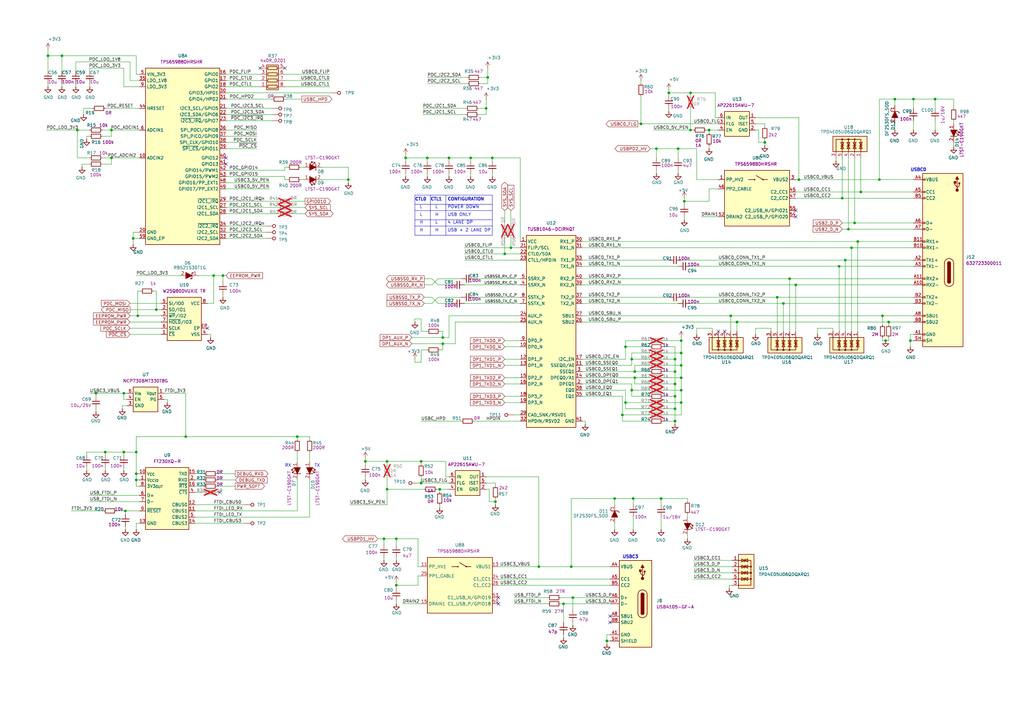
<source format=kicad_sch>
(kicad_sch (version 20231120) (generator "eeschema") (generator_version "8.0")
  (paper "A3")
  (junction (at 180.34 200.66))
  (junction (at 50.8 161.29))
  (junction (at 279.4 165.1))
  (junction (at 193.04 64.77))
  (junction (at 299.72 129.54))
  (junction (at 55.88 194.31))
  (junction (at 203.2 205.74))
  (junction (at 260.35 154.94))
  (junction (at 276.86 157.48))
  (junction (at 51.435 209.55))
  (junction (at 276.86 167.64))
  (junction (at 383.54 40.64))
  (junction (at 255.27 170.18))
  (junction (at 373.38 139.7))
  (junction (at 207.01 104.14))
  (junction (at 19.685 22.86))
  (junction (at 269.24 60.96))
  (junction (at 274.32 38.1))
  (junction (at 43.18 185.42))
  (junction (at 283.21 38.1))
  (junction (at 50.8 185.42))
  (junction (at 121.92 179.07))
  (junction (at 276.86 152.4))
  (junction (at 56.515 129.54))
  (junction (at 361.95 129.54))
  (junction (at 209.55 101.6))
  (junction (at 367.03 40.64))
  (junction (at 347.98 93.98))
  (junction (at 234.315 232.41))
  (junction (at 279.4 149.86))
  (junction (at 45.72 64.77))
  (junction (at 31.75 53.34))
  (junction (at 39.37 161.29))
  (junction (at 323.85 114.3))
  (junction (at 374.65 40.64))
  (junction (at 259.08 160.02))
  (junction (at 252.095 204.47))
  (junction (at 327.66 73.66))
  (junction (at 279.4 139.7))
  (junction (at 278.13 60.96))
  (junction (at 157.48 220.98))
  (junction (at 345.44 81.28))
  (junction (at 55.88 196.85))
  (junction (at 276.86 162.56))
  (junction (at 302.26 132.08))
  (junction (at 280.67 82.55))
  (junction (at 260.35 152.4))
  (junction (at 149.86 189.23))
  (junction (at 200.025 31.75))
  (junction (at 256.54 142.24))
  (junction (at 55.88 185.42))
  (junction (at 172.72 189.23))
  (junction (at 351.79 99.06))
  (junction (at 91.44 113.03))
  (junction (at 172.72 198.12))
  (junction (at 234.95 245.11))
  (junction (at 199.39 44.45))
  (junction (at 360.68 73.66))
  (junction (at 256.54 165.1))
  (junction (at 262.89 50.8))
  (junction (at 363.22 139.7))
  (junction (at 349.25 101.6))
  (junction (at 259.08 147.32))
  (junction (at 276.86 172.72))
  (junction (at 181.61 140.97))
  (junction (at 64.135 127))
  (junction (at 279.4 160.02))
  (junction (at 162.56 220.98))
  (junction (at 364.49 132.08))
  (junction (at 318.77 121.92))
  (junction (at 25.4 22.86))
  (junction (at 276.86 147.32))
  (junction (at 231.14 247.65))
  (junction (at 344.17 109.22))
  (junction (at 353.06 78.74))
  (junction (at 158.75 200.66))
  (junction (at 54.61 97.79))
  (junction (at 45.72 53.34))
  (junction (at 184.15 64.77))
  (junction (at 350.52 91.44))
  (junction (at 313.69 58.42))
  (junction (at 175.26 64.77))
  (junction (at 220.98 232.41))
  (junction (at 279.4 144.78))
  (junction (at 283.21 53.34))
  (junction (at 326.39 116.84))
  (junction (at 259.715 204.47))
  (junction (at 321.31 124.46))
  (junction (at 271.145 204.47))
  (junction (at 158.75 189.23))
  (junction (at 181.61 138.43))
  (junction (at 166.37 64.77))
  (junction (at 142.875 73.66))
  (junction (at 279.4 154.94))
  (junction (at 162.56 240.03))
  (junction (at 201.93 64.77))
  (junction (at 76.2 179.07))
  (junction (at 346.71 106.68))
  (junction (at 290.83 53.34))
  (junction (at 248.92 262.89))
  (junction (at 87.63 113.03))
  (no_connect (at 297.18 135.89))
  (no_connect (at 294.64 135.89))
  (no_connect (at 92.71 64.77))
  (no_connect (at 92.71 67.31))
  (no_connect (at 250.19 255.27))
  (no_connect (at 326.39 88.9))
  (no_connect (at 204.47 245.11))
  (no_connect (at 116.84 27.94))
  (no_connect (at 326.39 86.36))
  (no_connect (at 250.19 252.73))
  (no_connect (at 106.68 27.94))
  (no_connect (at 90.17 201.93))
  (no_connect (at 85.09 134.62))
  (no_connect (at 204.47 247.65))
  (wire (pts (xy 231.14 247.65) (xy 231.14 255.27)))
  (wire (pts (xy 335.28 134.62) (xy 341.63 134.62)))
  (wire (pts (xy 50.165 166.37) (xy 50.165 167.64)))
  (wire (pts (xy 171.45 236.22) (xy 172.72 236.22)))
  (wire (pts (xy 234.95 255.27) (xy 234.95 256.54)))
  (wire (pts (xy 271.78 147.32) (xy 276.86 147.32)))
  (wire (pts (xy 119.38 85.09) (xy 125.095 85.09)))
  (wire (pts (xy 36.83 34.29) (xy 36.83 35.56)))
  (wire (pts (xy 87.63 113.03) (xy 91.44 113.03)))
  (wire (pts (xy 33.655 67.31) (xy 36.83 67.31)))
  (wire (pts (xy 274.32 38.1) (xy 283.21 38.1)))
  (wire (pts (xy 55.88 185.42) (xy 55.88 194.31)))
  (wire (pts (xy 238.76 157.48) (xy 259.08 157.48)))
  (wire (pts (xy 279.4 138.43) (xy 279.4 139.7)))
  (wire (pts (xy 76.2 179.07) (xy 121.92 179.07)))
  (wire (pts (xy 274.32 38.1) (xy 274.32 39.37)))
  (wire (pts (xy 269.24 60.96) (xy 269.24 64.77)))
  (wire (pts (xy 175.26 64.77) (xy 175.26 66.04)))
  (wire (pts (xy 207.01 162.56) (xy 213.36 162.56)))
  (wire (pts (xy 41.91 67.31) (xy 45.72 67.31)))
  (wire (pts (xy 271.78 172.72) (xy 276.86 172.72)))
  (wire (pts (xy 299.085 240.03) (xy 299.085 241.3)))
  (wire (pts (xy 92.71 33.02) (xy 106.68 33.02)))
  (wire (pts (xy 201.93 64.77) (xy 193.04 64.77)))
  (wire (pts (xy 373.38 139.7) (xy 374.65 139.7)))
  (wire (pts (xy 279.4 160.02) (xy 279.4 165.1)))
  (wire (pts (xy 364.49 132.08) (xy 364.49 133.35)))
  (wire (pts (xy 68.58 165.1) (xy 68.58 163.83)))
  (wire (pts (xy 271.78 142.24) (xy 276.86 142.24)))
  (wire (pts (xy 321.31 124.46) (xy 374.65 124.46)))
  (wire (pts (xy 92.71 40.64) (xy 111.76 40.64)))
  (wire (pts (xy 168.91 140.97) (xy 181.61 140.97)))
  (wire (pts (xy 326.39 116.84) (xy 374.65 116.84)))
  (wire (pts (xy 391.16 49.53) (xy 391.16 50.8)))
  (wire (pts (xy 181.61 140.97) (xy 181.61 143.51)))
  (wire (pts (xy 123.19 68.58) (xy 124.46 68.58)))
  (wire (pts (xy 180.34 201.93) (xy 180.34 200.66)))
  (wire (pts (xy 80.01 201.93) (xy 83.82 201.93)))
  (wire (pts (xy 184.15 195.58) (xy 182.88 195.58)))
  (wire (pts (xy 271.145 204.47) (xy 281.94 204.47)))
  (wire (pts (xy 285.75 134.62) (xy 292.1 134.62)))
  (wire (pts (xy 346.71 106.68) (xy 346.71 135.89)))
  (wire (pts (xy 50.8 193.04) (xy 50.8 191.77)))
  (wire (pts (xy 238.76 152.4) (xy 260.35 152.4)))
  (wire (pts (xy 248.92 262.89) (xy 250.19 262.89)))
  (wire (pts (xy 19.685 22.86) (xy 25.4 22.86)))
  (wire (pts (xy 127 185.42) (xy 127 189.23)))
  (wire (pts (xy 290.83 53.34) (xy 294.64 53.34)))
  (wire (pts (xy 47.625 209.55) (xy 51.435 209.55)))
  (wire (pts (xy 92.71 35.56) (xy 106.68 35.56)))
  (wire (pts (xy 109.22 92.71) (xy 92.71 92.71)))
  (wire (pts (xy 142.875 73.66) (xy 142.875 74.93)))
  (wire (pts (xy 276.86 157.48) (xy 276.86 162.56)))
  (wire (pts (xy 172.72 172.72) (xy 189.23 172.72)))
  (wire (pts (xy 327.66 73.66) (xy 360.68 73.66)))
  (wire (pts (xy 238.76 99.06) (xy 351.79 99.06)))
  (wire (pts (xy 347.98 64.77) (xy 347.98 93.98)))
  (wire (pts (xy 196.85 31.75) (xy 200.025 31.75)))
  (wire (pts (xy 31.75 53.34) (xy 36.83 53.34)))
  (wire (pts (xy 179.705 124.46) (xy 185.42 124.46)))
  (wire (pts (xy 180.34 200.66) (xy 184.15 200.66)))
  (wire (pts (xy 45.72 53.34) (xy 45.72 55.88)))
  (wire (pts (xy 55.88 113.03) (xy 73.66 113.03)))
  (wire (pts (xy 374.65 49.53) (xy 374.65 53.34)))
  (wire (pts (xy 43.18 185.42) (xy 35.56 185.42)))
  (wire (pts (xy 64.135 127) (xy 66.04 127)))
  (wire (pts (xy 57.15 205.74) (xy 36.83 205.74)))
  (wire (pts (xy 204.47 240.03) (xy 250.19 240.03)))
  (wire (pts (xy 293.37 48.26) (xy 294.64 48.26)))
  (wire (pts (xy 345.44 64.77) (xy 345.44 81.28)))
  (wire (pts (xy 50.8 35.56) (xy 50.8 27.94)))
  (wire (pts (xy 33.655 67.31) (xy 33.655 68.58)))
  (wire (pts (xy 260.35 157.48) (xy 260.35 154.94)))
  (wire (pts (xy 256.54 142.24) (xy 266.7 142.24)))
  (wire (pts (xy 383.54 40.64) (xy 391.16 40.64)))
  (wire (pts (xy 41.91 64.77) (xy 45.72 64.77)))
  (wire (pts (xy 180.34 135.89) (xy 181.61 135.89)))
  (wire (pts (xy 116.84 40.64) (xy 123.825 40.64)))
  (wire (pts (xy 34.29 44.45) (xy 38.1 44.45)))
  (wire (pts (xy 55.88 199.39) (xy 55.88 196.85)))
  (wire (pts (xy 193.04 64.77) (xy 193.04 66.04)))
  (wire (pts (xy 116.84 33.02) (xy 135.255 33.02)))
  (wire (pts (xy 179.705 121.92) (xy 189.23 121.92)))
  (wire (pts (xy 271.78 144.78) (xy 279.4 144.78)))
  (wire (pts (xy 238.76 132.08) (xy 302.26 132.08)))
  (wire (pts (xy 92.71 55.88) (xy 105.41 55.88)))
  (wire (pts (xy 271.78 165.1) (xy 279.4 165.1)))
  (wire (pts (xy 280.67 88.9) (xy 280.67 90.17)))
  (wire (pts (xy 248.92 264.16) (xy 248.92 262.89)))
  (wire (pts (xy 238.76 106.68) (xy 274.32 106.68)))
  (wire (pts (xy 311.15 58.42) (xy 311.15 53.34)))
  (wire (pts (xy 116.84 73.66) (xy 116.84 72.39)))
  (wire (pts (xy 168.91 138.43) (xy 181.61 138.43)))
  (wire (pts (xy 262.89 50.8) (xy 261.62 50.8)))
  (wire (pts (xy 158.75 189.23) (xy 158.75 190.5)))
  (wire (pts (xy 116.84 35.56) (xy 135.255 35.56)))
  (wire (pts (xy 43.18 44.45) (xy 57.15 44.45)))
  (wire (pts (xy 31.75 53.34) (xy 31.75 64.77)))
  (wire (pts (xy 19.685 34.29) (xy 19.685 35.56)))
  (wire (pts (xy 238.76 124.46) (xy 278.13 124.46)))
  (wire (pts (xy 158.75 207.01) (xy 143.51 207.01)))
  (wire (pts (xy 62.865 119.38) (xy 64.135 119.38)))
  (wire (pts (xy 80.01 194.31) (xy 83.82 194.31)))
  (wire (pts (xy 88.9 194.31) (xy 96.52 194.31)))
  (wire (pts (xy 260.35 157.48) (xy 266.7 157.48)))
  (wire (pts (xy 55.88 194.31) (xy 57.15 194.31)))
  (wire (pts (xy 57.15 203.2) (xy 36.83 203.2)))
  (wire (pts (xy 373.38 142.24) (xy 373.38 139.7)))
  (wire (pts (xy 309.88 50.8) (xy 313.69 50.8)))
  (wire (pts (xy 259.08 160.02) (xy 259.08 162.56)))
  (wire (pts (xy 39.37 161.29) (xy 39.37 162.56)))
  (wire (pts (xy 274.32 44.45) (xy 274.32 45.72)))
  (wire (pts (xy 116.84 68.58) (xy 118.11 68.58)))
  (wire (pts (xy 269.24 69.85) (xy 269.24 71.12)))
  (wire (pts (xy 172.72 130.81) (xy 170.18 130.81)))
  (wire (pts (xy 238.76 172.72) (xy 240.03 172.72)))
  (wire (pts (xy 166.37 71.12) (xy 166.37 72.39)))
  (wire (pts (xy 53.34 129.54) (xy 56.515 129.54)))
  (polyline (pts (xy 201.93 80.01) (xy 201.93 96.52)) (stroke (width 0) (type solid)))
  (wire (pts (xy 45.72 67.31) (xy 45.72 64.77)))
  (wire (pts (xy 92.71 38.1) (xy 135.89 38.1)))
  (wire (pts (xy 259.715 204.47) (xy 271.145 204.47)))
  (wire (pts (xy 256.54 142.24) (xy 256.54 139.7)))
  (wire (pts (xy 271.78 170.18) (xy 279.4 170.18)))
  (wire (pts (xy 57.15 30.48) (xy 55.88 30.48)))
  (wire (pts (xy 361.95 139.7) (xy 363.22 139.7)))
  (wire (pts (xy 271.78 157.48) (xy 276.86 157.48)))
  (wire (pts (xy 121.92 209.55) (xy 121.92 196.85)))
  (wire (pts (xy 149.86 196.85) (xy 149.86 195.58)))
  (wire (pts (xy 234.315 204.47) (xy 252.095 204.47)))
  (wire (pts (xy 256.54 167.64) (xy 266.7 167.64)))
  (wire (pts (xy 364.49 132.08) (xy 374.65 132.08)))
  (wire (pts (xy 171.45 232.41) (xy 171.45 220.98)))
  (wire (pts (xy 158.75 200.66) (xy 173.99 200.66)))
  (wire (pts (xy 284.48 229.87) (xy 300.355 229.87)))
  (wire (pts (xy 180.34 207.01) (xy 180.34 208.28)))
  (wire (pts (xy 162.56 246.38) (xy 162.56 247.65)))
  (wire (pts (xy 121.92 179.07) (xy 121.92 180.34)))
  (wire (pts (xy 252.095 217.17) (xy 252.095 214.63)))
  (wire (pts (xy 302.26 132.08) (xy 364.49 132.08)))
  (wire (pts (xy 350.52 91.44) (xy 374.65 91.44)))
  (wire (pts (xy 199.39 46.99) (xy 199.39 44.45)))
  (wire (pts (xy 109.22 97.79) (xy 92.71 97.79)))
  (wire (pts (xy 92.71 77.47) (xy 110.49 77.47)))
  (wire (pts (xy 50.165 166.37) (xy 52.07 166.37)))
  (wire (pts (xy 283.21 38.1) (xy 283.21 39.37)))
  (wire (pts (xy 88.9 196.85) (xy 96.52 196.85)))
  (wire (pts (xy 171.45 220.98) (xy 162.56 220.98)))
  (wire (pts (xy 209.55 97.155) (xy 209.55 101.6)))
  (wire (pts (xy 276.86 142.24) (xy 276.86 147.32)))
  (wire (pts (xy 80.01 199.39) (xy 83.82 199.39)))
  (wire (pts (xy 172.72 190.5) (xy 172.72 189.23)))
  (wire (pts (xy 35.56 185.42) (xy 35.56 186.69)))
  (polyline (pts (xy 176.53 80.01) (xy 176.53 96.52)) (stroke (width 0) (type solid)))
  (polyline (pts (xy 170.18 92.71) (xy 201.93 92.71)) (stroke (width 0) (type solid)))
  (wire (pts (xy 209.55 101.6) (xy 190.5 101.6)))
  (wire (pts (xy 234.315 232.41) (xy 250.19 232.41)))
  (wire (pts (xy 313.69 59.69) (xy 313.69 58.42)))
  (wire (pts (xy 119.38 82.55) (xy 125.095 82.55)))
  (wire (pts (xy 259.08 144.78) (xy 266.7 144.78)))
  (wire (pts (xy 299.72 129.54) (xy 299.72 135.89)))
  (wire (pts (xy 109.22 95.25) (xy 92.71 95.25)))
  (wire (pts (xy 31.115 25.4) (xy 31.115 29.21)))
  (wire (pts (xy 283.21 124.46) (xy 321.31 124.46)))
  (wire (pts (xy 309.88 134.62) (xy 316.23 134.62)))
  (wire (pts (xy 313.69 58.42) (xy 311.15 58.42)))
  (wire (pts (xy 207.01 157.48) (xy 213.36 157.48)))
  (wire (pts (xy 175.26 71.12) (xy 175.26 72.39)))
  (wire (pts (xy 19.05 53.34) (xy 31.75 53.34)))
  (wire (pts (xy 326.39 81.28) (xy 345.44 81.28)))
  (wire (pts (xy 259.08 147.32) (xy 266.7 147.32)))
  (wire (pts (xy 170.18 147.32) (xy 170.18 148.59)))
  (wire (pts (xy 182.88 195.58) (xy 182.88 189.23)))
  (polyline (pts (xy 170.18 80.01) (xy 170.18 96.52)) (stroke (width 0) (type solid)))
  (wire (pts (xy 92.71 30.48) (xy 106.68 30.48)))
  (wire (pts (xy 200.025 27.94) (xy 200.025 31.75)))
  (wire (pts (xy 361.95 138.43) (xy 361.95 139.7)))
  (wire (pts (xy 92.71 85.09) (xy 114.3 85.09)))
  (wire (pts (xy 92.71 53.34) (xy 105.41 53.34)))
  (wire (pts (xy 180.34 200.66) (xy 179.07 200.66)))
  (wire (pts (xy 19.685 22.86) (xy 19.685 29.21)))
  (wire (pts (xy 256.54 165.1) (xy 256.54 167.64)))
  (wire (pts (xy 353.06 64.77) (xy 353.06 78.74)))
  (wire (pts (xy 172.72 198.12) (xy 172.72 195.58)))
  (wire (pts (xy 391.16 58.42) (xy 391.16 60.325)))
  (wire (pts (xy 45.72 64.77) (xy 57.15 64.77)))
  (wire (pts (xy 213.36 104.14) (xy 207.01 104.14)))
  (wire (pts (xy 35.56 55.88) (xy 35.56 57.15)))
  (wire (pts (xy 19.685 20.32) (xy 19.685 22.86)))
  (wire (pts (xy 285.75 73.66) (xy 294.64 73.66)))
  (wire (pts (xy 290.83 59.69) (xy 290.83 60.96)))
  (wire (pts (xy 207.01 139.7) (xy 213.36 139.7)))
  (wire (pts (xy 229.87 247.65) (xy 231.14 247.65)))
  (wire (pts (xy 53.34 33.02) (xy 57.15 33.02)))
  (wire (pts (xy 172.72 143.51) (xy 172.72 148.59)))
  (wire (pts (xy 271.78 149.86) (xy 279.4 149.86)))
  (wire (pts (xy 92.71 49.53) (xy 111.76 49.53)))
  (wire (pts (xy 158.75 189.23) (xy 172.72 189.23)))
  (wire (pts (xy 92.71 46.99) (xy 111.76 46.99)))
  (wire (pts (xy 158.75 200.66) (xy 158.75 207.01)))
  (wire (pts (xy 367.03 53.34) (xy 367.03 50.8)))
  (wire (pts (xy 127 179.07) (xy 121.92 179.07)))
  (wire (pts (xy 259.715 204.47) (xy 259.715 207.01)))
  (wire (pts (xy 344.17 109.22) (xy 344.17 135.89)))
  (wire (pts (xy 31.75 64.77) (xy 36.83 64.77)))
  (wire (pts (xy 56.515 119.38) (xy 56.515 129.54)))
  (wire (pts (xy 274.32 36.83) (xy 274.32 38.1)))
  (wire (pts (xy 162.56 220.98) (xy 162.56 223.52)))
  (wire (pts (xy 184.15 138.43) (xy 184.15 129.54)))
  (wire (pts (xy 39.37 167.64) (xy 39.37 168.91)))
  (wire (pts (xy 31.115 34.29) (xy 31.115 35.56)))
  (wire (pts (xy 92.71 69.85) (xy 116.84 69.85)))
  (wire (pts (xy 91.44 120.65) (xy 91.44 121.92)))
  (wire (pts (xy 204.47 237.49) (xy 250.19 237.49)))
  (wire (pts (xy 57.15 97.79) (xy 54.61 97.79)))
  (wire (pts (xy 172.72 135.89) (xy 172.72 130.81)))
  (wire (pts (xy 284.48 232.41) (xy 300.355 232.41)))
  (wire (pts (xy 213.36 64.77) (xy 213.36 99.06)))
  (wire (pts (xy 289.56 53.34) (xy 290.83 53.34)))
  (wire (pts (xy 238.76 160.02) (xy 256.54 160.02)))
  (wire (pts (xy 345.44 93.98) (xy 347.98 93.98)))
  (wire (pts (xy 81.28 113.03) (xy 87.63 113.03)))
  (wire (pts (xy 290.83 77.47) (xy 294.64 77.47)))
  (wire (pts (xy 55.88 196.85) (xy 55.88 194.31)))
  (wire (pts (xy 284.48 53.34) (xy 283.21 53.34)))
  (wire (pts (xy 92.71 44.45) (xy 111.76 44.45)))
  (wire (pts (xy 51.435 215.9) (xy 51.435 217.17)))
  (wire (pts (xy 43.18 193.04) (xy 43.18 191.77)))
  (wire (pts (xy 127 212.09) (xy 127 196.85)))
  (wire (pts (xy 252.095 204.47) (xy 252.095 207.01)))
  (wire (pts (xy 39.37 161.29) (xy 50.8 161.29)))
  (wire (pts (xy 281.94 205.74) (xy 281.94 204.47)))
  (wire (pts (xy 287.655 88.9) (xy 294.64 88.9)))
  (wire (pts (xy 57.15 199.39) (xy 55.88 199.39)))
  (wire (pts (xy 256.54 147.32) (xy 256.54 142.24)))
  (wire (pts (xy 196.85 34.29) (xy 200.025 34.29)))
  (wire (pts (xy 172.72 143.51) (xy 175.26 143.51)))
  (wire (pts (xy 349.25 101.6) (xy 349.25 135.89)))
  (wire (pts (xy 182.88 189.23) (xy 172.72 189.23)))
  (polyline (pts (xy 201.93 96.52) (xy 170.18 96.52)) (stroke (width 0) (type solid)))
  (wire (pts (xy 360.68 40.64) (xy 367.03 40.64)))
  (wire (pts (xy 194.31 172.72) (xy 213.36 172.72)))
  (wire (pts (xy 157.48 220.98) (xy 157.48 223.52)))
  (wire (pts (xy 186.69 140.97) (xy 181.61 140.97)))
  (wire (pts (xy 327.66 48.26) (xy 327.66 73.66)))
  (wire (pts (xy 361.95 129.54) (xy 374.65 129.54)))
  (wire (pts (xy 200.66 205.74) (xy 203.2 205.74)))
  (wire (pts (xy 311.15 53.34) (xy 309.88 53.34)))
  (wire (pts (xy 281.94 219.71) (xy 281.94 220.98)))
  (wire (pts (xy 194.31 114.3) (xy 213.36 114.3)))
  (wire (pts (xy 170.18 130.81) (xy 170.18 132.08)))
  (wire (pts (xy 238.76 121.92) (xy 274.32 121.92)))
  (wire (pts (xy 173.99 121.92) (xy 177.165 121.92)))
  (wire (pts (xy 162.56 238.76) (xy 162.56 240.03)))
  (wire (pts (xy 179.705 114.3) (xy 177.165 116.84)))
  (wire (pts (xy 55.88 30.48) (xy 55.88 22.86)))
  (wire (pts (xy 207.01 154.94) (xy 213.36 154.94)))
  (wire (pts (xy 367.03 40.64) (xy 374.65 40.64)))
  (wire (pts (xy 238.76 116.84) (xy 326.39 116.84)))
  (wire (pts (xy 68.58 163.83) (xy 67.31 163.83)))
  (wire (pts (xy 43.18 185.42) (xy 43.18 186.69)))
  (wire (pts (xy 55.88 196.85) (xy 57.15 196.85)))
  (wire (pts (xy 118.11 73.66) (xy 116.84 73.66)))
  (wire (pts (xy 292.1 134.62) (xy 292.1 135.89)))
  (wire (pts (xy 80.01 207.01) (xy 100.33 207.01)))
  (wire (pts (xy 80.01 212.09) (xy 127 212.09)))
  (wire (pts (xy 259.08 157.48) (xy 259.08 160.02)))
  (wire (pts (xy 323.85 114.3) (xy 374.65 114.3)))
  (wire (pts (xy 88.9 199.39) (xy 96.52 199.39)))
  (wire (pts (xy 210.82 245.11) (xy 224.79 245.11)))
  (wire (pts (xy 360.68 73.66) (xy 374.65 73.66)))
  (wire (pts (xy 149.86 187.96) (xy 149.86 189.23)))
  (wire (pts (xy 184.15 71.12) (xy 184.15 72.39)))
  (wire (pts (xy 162.56 240.03) (xy 171.45 240.03)))
  (wire (pts (xy 240.03 172.72) (xy 240.03 173.99)))
  (wire (pts (xy 173.355 46.99) (xy 191.135 46.99)))
  (wire (pts (xy 91.44 113.03) (xy 92.71 113.03)))
  (wire (pts (xy 132.08 68.58) (xy 142.875 68.58)))
  (wire (pts (xy 285.75 137.16) (xy 285.75 134.62)))
  (wire (pts (xy 55.88 185.42) (xy 50.8 185.42)))
  (wire (pts (xy 345.44 91.44) (xy 350.52 91.44)))
  (wire (pts (xy 280.67 82.55) (xy 280.67 83.82)))
  (wire (pts (xy 278.13 60.96) (xy 278.13 64.77)))
  (wire (pts (xy 53.34 124.46) (xy 66.04 124.46)))
  (wire (pts (xy 173.99 124.46) (xy 177.165 124.46)))
  (wire (pts (xy 290.83 53.34) (xy 290.83 54.61)))
  (wire (pts (xy 279.4 144.78) (xy 279.4 149.86)))
  (wire (pts (xy 238.76 101.6) (xy 349.25 101.6)))
  (wire (pts (xy 181.61 138.43) (xy 184.15 138.43)))
  (wire (pts (xy 271.78 139.7) (xy 279.4 139.7)))
  (wire (pts (xy 92.71 87.63) (xy 114.3 87.63)))
  (wire (pts (xy 326.39 73.66) (xy 327.66 73.66)))
  (wire (pts (xy 190.5 116.84) (xy 213.36 116.84)))
  (wire (pts (xy 260.35 149.86) (xy 266.7 149.86)))
  (wire (pts (xy 213.36 106.68) (xy 190.5 106.68)))
  (wire (pts (xy 57.15 214.63) (xy 55.88 214.63)))
  (wire (pts (xy 80.01 196.85) (xy 83.82 196.85)))
  (wire (pts (xy 36.83 29.21) (xy 36.83 27.94)))
  (wire (pts (xy 280.67 82.55) (xy 290.83 82.55)))
  (wire (pts (xy 341.63 134.62) (xy 341.63 135.89)))
  (wire (pts (xy 259.715 212.09) (xy 259.715 217.17)))
  (wire (pts (xy 210.82 247.65) (xy 224.79 247.65)))
  (wire (pts (xy 346.71 106.68) (xy 374.65 106.68)))
  (wire (pts (xy 367.03 40.64) (xy 367.03 43.18)))
  (wire (pts (xy 293.37 38.1) (xy 293.37 48.26)))
  (wire (pts (xy 55.88 179.07) (xy 55.88 185.42)))
  (wire (pts (xy 172.72 198.12) (xy 184.15 198.12)))
  (wire (pts (xy 91.44 113.03) (xy 91.44 115.57)))
  (wire (pts (xy 204.47 232.41) (xy 220.98 232.41)))
  (wire (pts (xy 121.92 185.42) (xy 121.92 189.23)))
  (wire (pts (xy 80.01 214.63) (xy 100.33 214.63)))
  (wire (pts (xy 175.26 64.77) (xy 166.37 64.77)))
  (wire (pts (xy 364.49 139.7) (xy 364.49 138.43)))
  (wire (pts (xy 45.72 53.34) (xy 57.15 53.34)))
  (wire (pts (xy 184.15 64.77) (xy 184.15 66.04)))
  (polyline (pts (xy 170.18 90.17) (xy 201.93 90.17)) (stroke (width 0) (type solid)))
  (wire (pts (xy 284.48 234.95) (xy 300.355 234.95)))
  (wire (pts (xy 351.79 99.06) (xy 374.65 99.06)))
  (wire (pts (xy 53.34 132.08) (xy 66.04 132.08)))
  (wire (pts (xy 259.08 147.32) (xy 259.08 144.78)))
  (wire (pts (xy 266.7 60.96) (xy 269.24 60.96)))
  (wire (pts (xy 184.15 64.77) (xy 175.26 64.77)))
  (wire (pts (xy 276.86 172.72) (xy 276.86 173.99)))
  (wire (pts (xy 154.94 220.98) (xy 157.48 220.98)))
  (wire (pts (xy 279.4 165.1) (xy 279.4 170.18)))
  (wire (pts (xy 360.68 40.64) (xy 360.68 73.66)))
  (wire (pts (xy 50.8 185.42) (xy 50.8 186.69)))
  (wire (pts (xy 209.55 86.36) (xy 209.55 92.075)))
  (wire (pts (xy 36.83 161.29) (xy 39.37 161.29)))
  (wire (pts (xy 210.82 170.18) (xy 213.36 170.18)))
  (wire (pts (xy 248.92 262.89) (xy 248.92 260.35)))
  (wire (pts (xy 318.77 121.92) (xy 318.77 135.89)))
  (wire (pts (xy 36.83 27.94) (xy 50.8 27.94)))
  (wire (pts (xy 116.84 30.48) (xy 135.255 30.48)))
  (wire (pts (xy 190.5 124.46) (xy 213.36 124.46)))
  (wire (pts (xy 271.78 160.02) (xy 279.4 160.02)))
  (wire (pts (xy 203.2 205.74) (xy 203.2 207.01)))
  (wire (pts (xy 293.37 38.1) (xy 283.21 38.1)))
  (wire (pts (xy 374.65 40.64) (xy 374.65 44.45)))
  (wire (pts (xy 271.78 152.4) (xy 276.86 152.4)))
  (wire (pts (xy 87.63 124.46) (xy 85.09 124.46)))
  (wire (pts (xy 283.21 109.22) (xy 344.17 109.22)))
  (polyline (pts (xy 182.88 80.01) (xy 182.88 96.52)) (stroke (width 0) (type solid)))
  (wire (pts (xy 361.95 129.54) (xy 361.95 133.35)))
  (wire (pts (xy 196.215 44.45) (xy 199.39 44.45)))
  (wire (pts (xy 321.31 124.46) (xy 321.31 135.89)))
  (wire (pts (xy 279.4 121.92) (xy 318.77 121.92)))
  (wire (pts (xy 260.35 154.94) (xy 266.7 154.94)))
  (wire (pts (xy 278.13 69.85) (xy 278.13 71.12)))
  (wire (pts (xy 173.355 44.45) (xy 191.135 44.45)))
  (wire (pts (xy 238.76 147.32) (xy 256.54 147.32)))
  (wire (pts (xy 283.21 53.34) (xy 283.21 44.45)))
  (wire (pts (xy 41.91 53.34) (xy 45.72 53.34)))
  (wire (pts (xy 149.86 189.23) (xy 149.86 190.5)))
  (wire (pts (xy 344.17 109.22) (xy 374.65 109.22)))
  (wire (pts (xy 76.2 179.07) (xy 55.88 179.07)))
  (wire (pts (xy 34.29 44.45) (xy 34.29 46.99)))
  (wire (pts (xy 199.39 195.58) (xy 220.98 195.58)))
  (wire (pts (xy 238.76 114.3) (xy 323.85 114.3)))
  (wire (pts (xy 350.52 64.77) (xy 350.52 91.44)))
  (wire (pts (xy 326.39 116.84) (xy 326.39 135.89)))
  (wire (pts (xy 238.76 149.86) (xy 259.08 149.86)))
  (wire (pts (xy 279.4 106.68) (xy 346.71 106.68)))
  (wire (pts (xy 199.39 198.12) (xy 203.2 198.12)))
  (wire (pts (xy 231.14 260.35) (xy 231.14 261.62)))
  (wire (pts (xy 255.27 170.18) (xy 255.27 162.56)))
  (wire (pts (xy 200.025 34.29) (xy 200.025 31.75)))
  (wire (pts (xy 342.9 64.77) (xy 342.9 66.04)))
  (wire (pts (xy 181.61 135.89) (xy 181.61 138.43)))
  (wire (pts (xy 171.45 240.03) (xy 171.45 236.22)))
  (wire (pts (xy 158.75 189.23) (xy 149.86 189.23)))
  (wire (pts (xy 316.23 134.62) (xy 316.23 135.89)))
  (wire (pts (xy 248.92 260.35) (xy 250.19 260.35)))
  (wire (pts (xy 175.26 31.75) (xy 191.77 31.75)))
  (wire (pts (xy 157.48 220.98) (xy 162.56 220.98)))
  (wire (pts (xy 373.38 137.16) (xy 374.65 137.16)))
  (wire (pts (xy 271.145 207.01) (xy 271.145 204.47)))
  (wire (pts (xy 259.08 162.56) (xy 266.7 162.56)))
  (wire (pts (xy 279.4 139.7) (xy 279.4 144.78)))
  (wire (pts (xy 119.38 87.63) (xy 125.095 87.63)))
  (wire (pts (xy 271.145 212.09) (xy 271.145 217.17)))
  (wire (pts (xy 51.435 209.55) (xy 57.15 209.55)))
  (wire (pts (xy 285.75 60.96) (xy 285.75 73.66)))
  (wire (pts (xy 279.4 149.86) (xy 279.4 154.94)))
  (wire (pts (xy 326.39 78.74) (xy 353.06 78.74)))
  (wire (pts (xy 260.35 152.4) (xy 266.7 152.4)))
  (wire (pts (xy 207.01 86.36) (xy 207.01 92.075)))
  (wire (pts (xy 193.04 64.77) (xy 184.15 64.77)))
  (wire (pts (xy 173.99 116.84) (xy 177.165 116.84)))
  (wire (pts (xy 229.87 245.11) (xy 234.95 245.11)))
  (wire (pts (xy 29.21 209.55) (xy 42.545 209.55)))
  (wire (pts (xy 162.56 228.6) (xy 162.56 229.87)))
  (wire (pts (xy 276.86 167.64) (xy 276.86 172.72)))
  (wire (pts (xy 256.54 160.02) (xy 256.54 165.1)))
  (wire (pts (xy 323.85 114.3) (xy 323.85 135.89)))
  (wire (pts (xy 281.94 210.82) (xy 281.94 212.09)))
  (wire (pts (xy 186.69 132.08) (xy 186.69 140.97)))
  (wire (pts (xy 57.785 119.38) (xy 56.515 119.38)))
  (wire (pts (xy 290.83 82.55) (xy 290.83 77.47)))
  (wire (pts (xy 123.19 73.66) (xy 124.46 73.66)))
  (wire (pts (xy 238.76 129.54) (xy 299.72 129.54)))
  (wire (pts (xy 280.67 81.28) (xy 280.67 82.55)))
  (wire (pts (xy 256.54 165.1) (xy 266.7 165.1)))
  (wire (pts (xy 158.75 200.66) (xy 158.75 195.58)))
  (wire (pts (xy 172.72 148.59) (xy 170.18 148.59)))
  (wire (pts (xy 353.06 78.74) (xy 374.65 78.74)))
  (wire (pts (xy 179.705 114.3) (xy 189.23 114.3)))
  (wire (pts (xy 54.61 97.79) (xy 54.61 95.25)))
  (wire (pts (xy 36.83 55.88) (xy 35.56 55.88)))
  (wire (pts (xy 207.01 142.24) (xy 213.36 142.24)))
  (wire (pts (xy 271.78 154.94) (xy 279.4 154.94)))
  (wire (pts (xy 53.34 127) (xy 64.135 127)))
  (wire (pts (xy 196.215 46.99) (xy 199.39 46.99)))
  (wire (pts (xy 203.2 198.12) (xy 203.2 199.39)))
  (wire (pts (xy 262.89 50.8) (xy 294.64 50.8)))
  (wire (pts (xy 220.98 232.41) (xy 234.315 232.41)))
  (wire (pts (xy 373.38 139.7) (xy 373.38 137.16)))
  (wire (pts (xy 279.4 154.94) (xy 279.4 160.02)))
  (wire (pts (xy 92.71 72.39) (xy 116.84 72.39)))
  (wire (pts (xy 193.04 71.12) (xy 193.04 72.39)))
  (wire (pts (xy 255.27 172.72) (xy 255.27 170.18)))
  (wire (pts (xy 53.34 137.16) (xy 66.04 137.16)))
  (wire (pts (xy 309.88 48.26) (xy 327.66 48.26)))
  (wire (pts (xy 255.27 170.18) (xy 266.7 170.18)))
  (wire (pts (xy 234.315 204.47) (xy 234.315 232.41)))
  (wire (pts (xy 31.115 25.4) (xy 53.34 25.4)))
  (wire (pts (xy 255.27 172.72) (xy 266.7 172.72)))
  (wire (pts (xy 179.705 121.92) (xy 177.165 124.46)))
  (wire (pts (xy 267.97 53.34) (xy 283.21 53.34)))
  (wire (pts (xy 166.37 63.5) (xy 166.37 64.77)))
  (wire (pts (xy 207.01 149.86) (xy 213.36 149.86)))
  (wire (pts (xy 345.44 81.28) (xy 374.65 81.28)))
  (wire (pts (xy 25.4 22.86) (xy 25.4 29.21)))
  (wire (pts (xy 276.86 152.4) (xy 276.86 157.48)))
  (wire (pts (xy 51.435 209.55) (xy 51.435 210.82)))
  (wire (pts (xy 85.09 137.16) (xy 86.36 137.16)))
  (wire (pts (xy 67.31 161.29) (xy 76.2 161.29)))
  (wire (pts (xy 238.76 162.56) (xy 255.27 162.56)))
  (wire (pts (xy 55.88 214.63) (xy 55.88 217.17)))
  (wire (pts (xy 271.78 162.56) (xy 276.86 162.56)))
  (wire (pts (xy 56.515 129.54) (xy 66.04 129.54)))
  (wire (pts (xy 238.76 154.94) (xy 260.35 154.94)))
  (wire (pts (xy 220.98 195.58) (xy 220.98 232.41)))
  (wire (pts (xy 80.01 209.55) (xy 121.92 209.55)))
  (wire (pts (xy 172.72 232.41) (xy 171.45 232.41)))
  (wire (pts (xy 64.135 119.38) (xy 64.135 127)))
  (wire (pts (xy 318.77 121.92) (xy 374.65 121.92)))
  (wire (pts (xy 200.66 200.66) (xy 200.66 205.74)))
  (wire (pts (xy 172.72 135.89) (xy 175.26 135.89)))
  (wire (pts (xy 207.01 147.32) (xy 213.36 147.32)))
  (polyline (pts (xy 170.18 80.01) (xy 201.93 80.01)) (stroke (width 0) (type solid)))
  (wire (pts (xy 157.48 228.6) (xy 157.48 229.87)))
  (wire (pts (xy 238.76 109.22) (xy 278.13 109.22)))
  (wire (pts (xy 54.61 97.79) (xy 54.61 100.33)))
  (wire (pts (xy 299.72 129.54) (xy 361.95 129.54)))
  (wire (pts (xy 252.095 204.47) (xy 259.715 204.47)))
  (wire (pts (xy 256.54 139.7) (xy 266.7 139.7)))
  (wire (pts (xy 173.99 114.3) (xy 177.165 114.3)))
  (wire (pts (xy 213.36 101.6) (xy 209.55 101.6)))
  (wire (pts (xy 53.34 25.4) (xy 53.34 33.02)))
  (wire (pts (xy 207.01 165.1) (xy 213.36 165.1)))
  (wire (pts (xy 177.165 121.92) (xy 179.705 124.46)))
  (wire (pts (xy 335.28 137.16) (xy 335.28 134.62)))
  (wire (pts (xy 278.13 60.96) (xy 285.75 60.96)))
  (wire (pts (xy 87.63 113.03) (xy 87.63 124.46)))
  (wire (pts (xy 374.65 40.64) (xy 383.54 40.64)))
  (wire (pts (xy 199.39 40.64) (xy 199.39 44.45)))
  (wire (pts (xy 35.56 191.77) (xy 35.56 193.04)))
  (wire (pts (xy 25.4 34.29) (xy 25.4 35.56)))
  (wire (pts (xy 259.08 149.86) (xy 259.08 147.32)))
  (wire (pts (xy 186.69 132.08) (xy 213.36 132.08)))
  (wire (pts (xy 276.86 162.56) (xy 276.86 167.64)))
  (wire (pts (xy 180.34 143.51) (xy 181.61 143.51)))
  (wire (pts (xy 269.24 60.96) (xy 278.13 60.96)))
  (wire (pts (xy 165.1 247.65) (xy 172.72 247.65)))
  (wire (pts (xy 207.01 97.155) (xy 207.01 104.14)))
  (polyline (pts (xy 170.18 83.82) (xy 201.93 83.82)) (stroke (width 0) (type solid)))
  (wire (pts (xy 179.705 116.84) (xy 185.42 116.84)))
  (wire (pts (xy 259.08 160.02) (xy 266.7 160.02)))
  (wire (pts (xy 284.48 237.49) (xy 300.355 237.49)))
  (wire (pts (xy 363.22 139.7) (xy 364.49 139.7)))
  (wire (pts (xy 300.355 240.03) (xy 299.085 240.03)))
  (wire (pts (xy 175.26 34.29) (xy 191.77 34.29)))
  (wire (pts (xy 203.2 205.74) (xy 203.2 204.47)))
  (wire (pts (xy 262.89 33.02) (xy 262.89 34.29)))
  (wire (pts (xy 54.61 95.25) (xy 57.15 95.25)))
  (wire (pts (xy 50.8 161.29) (xy 52.07 161.29)))
  (wire (pts (xy 57.15 35.56) (xy 50.8 35.56)))
  (wire (pts (xy 86.36 138.43) (xy 86.36 137.16)))
  (wire (pts (xy 53.34 134.62) (xy 66.04 134.62)))
  (wire (pts (xy 92.71 58.42) (xy 105.41 58.42)))
  (wire (pts (xy 351.79 99.06) (xy 351.79 135.89)))
  (wire (pts (xy 41.91 55.88) (xy 45.72 55.88)))
  (wire (pts (xy 92.71 82.55) (xy 114.3 82.55)))
  (polyline (pts (xy 170.18 86.36) (xy 201.93 86.36)) (stroke (width 0) (type solid)))
  (wire (pts (xy 383.54 40.64) (xy 383.54 44.45)))
  (wire (pts (xy 207.01 104.14) (xy 190.5 104.14)))
  (wire (pts (xy 76.2 161.29) (xy 76.2 179.07)))
  (wire (pts (xy 50.8 185.42) (xy 43.18 185.42)))
  (wire (pts (xy 383.54 49.53) (xy 383.54 53.34)))
  (wire (pts (xy 92.71 74.93) (xy 110.49 74.93)))
  (wire (pts (xy 231.14 247.65) (xy 250.19 247.65)))
  (wire (pts (xy 52.07 163.83) (xy 50.8 163.83)))
  (wire (pts (xy 116.84 69.85) (xy 116.84 68.58)))
  (wire (pts (xy 171.45 198.12) (xy 172.72 198.12)))
  (wire (pts (xy 92.71 60.96) (xy 105.41 60.96)))
  (wire (pts (xy 234.95 245.11) (xy 250.19 245.11)))
  (wire (pts (xy 391.16 40.64) (xy 391.16 44.45)))
  (wire (pts (xy 201.93 64.77) (xy 213.36 64.77)))
  (wire (pts (xy 184.15 129.54) (xy 213.36 129.54)))
  (wire (pts (xy 50.8 163.83) (xy 50.8 161.29)))
  (wire (pts (xy 309.88 137.16) (xy 309.88 134.62)))
  (wire (pts (xy 162.56 240.03) (xy 162.56 241.3)))
  (wire (pts (xy 313.69 50.8) (xy 313.69 52.07)))
  (wire (pts (xy 347.98 93.98) (xy 374.65 93.98)))
  (wire (pts (xy 271.78 167.64) (xy 276.86 167.64)))
  (wire (pts (xy 349.25 101.6) (xy 374.65 101.6)))
  (wire (pts (xy 276.86 147.32) (xy 276.86 152.4)))
  (wire (pts (xy 166.37 64.77) (xy 166.37 66.04)))
  (wire (pts (xy 194.31 121.92) (xy 213.36 121.92)))
  (wire (pts (xy 313.69 57.15) (xy 313.69 58.42)))
  (wire (pts (xy 88.9 201.93) (xy 90.17 201.93)))
  (wire (pts (xy 201.93 64.77) (xy 201.93 66.04)))
  (wire (pts (xy 234.95 245.11) (xy 234.95 250.19)))
  (wire (pts (xy 132.08 73.66) (xy 142.875 73.66)))
  (wire (pts (xy 177.165 114.3) (xy 179.705 116.84)))
  (wire (pts (xy 260.35 152.4) (xy 260.35 149.86)))
  (wire (pts (xy 199.39 200.66) (xy 200.66 200.66)))
  (wire (pts (xy 302.26 132.08) (xy 302.26 135.89)))
  (wire (pts (xy 201.93 71.12) (xy 201.93 72.39)))
  (wire (pts (xy 25.4 22.86) (xy 55.88 22.86)))
  (wire (pts (xy 262.89 39.37) (xy 262.89 50.8)))
  (wire (pts (xy 142.875 68.58) (xy 142.875 73.66)))
  (wire (pts (xy 127 180.34) (xy 127 179.07)))
  (text "L" (at 178.435 85.725 0) (effects (font (size 1.27 1.27)) (justify left bottom)))
  (text "H" (at 178.435 95.25 0) (effects (font (size 1.27 1.27)) (justify left bottom)))
  (text "USBC0" (at 373.38 70.485 0) (effects (font (size 1.27 1.27) (thickness 0.254) (bold yes)) (justify left bottom)))
  (text "USB + 2 LANE DP" (at 183.515 95.25 0) (effects (font (size 1.27 1.27)) (justify left bottom)))
  (text "POWER DOWN" (at 183.515 85.725 0) (effects (font (size 1.27 1.27)) (justify left bottom)))
  (text "4 LANE DP" (at 183.515 92.075 0) (effects (font (size 1.27 1.27)) (justify left bottom)))
  (text "USBC3" (at 255.27 229.235 0) (effects (font (size 1.27 1.27) (thickness 0.254) (bold yes)) (justify left bottom)))
  (text "H" (at 178.435 88.9 0) (effects (font (size 1.27 1.27)) (justify left bottom)))
  (text "L" (at 172.085 85.725 0) (effects (font (size 1.27 1.27)) (justify left bottom)))
  (text "H" (at 172.085 92.075 0) (effects (font (size 1.27 1.27)) (justify left bottom)))
  (text "L" (at 178.435 92.075 0) (effects (font (size 1.27 1.27)) (justify left bottom)))
  (text "RX" (at 116.84 191.77 0) (effects (font (size 1.27 1.27)) (justify left bottom)))
  (text "L" (at 172.085 88.9 0) (effects (font (size 1.27 1.27)) (justify left bottom)))
  (text "CTL1" (at 176.53 82.55 0) (effects (font (size 1.27 1.27) (thickness 0.254) (bold yes)) (justify left bottom)))
  (text "TX\n" (at 128.905 191.77 0) (effects (font (size 1.27 1.27)) (justify left bottom)))
  (text "H" (at 172.085 95.25 0) (effects (font (size 1.27 1.27)) (justify left bottom)))
  (text "CTL0" (at 170.18 82.55 0) (effects (font (size 1.27 1.27) (thickness 0.254) (bold yes)) (justify left bottom)))
  (text "USB ONLY" (at 183.515 88.9 0) (effects (font (size 1.27 1.27)) (justify left bottom)))
  (text "CONFIGURATION" (at 183.515 82.55 0) (effects (font (size 1.27 1.27) (thickness 0.254) (bold yes)) (justify left bottom)))
  (label "FTDI_LED_TX" (at 87.63 212.09 0))
  (label "USBC0_CONN_TX1_P" (at 294.64 106.68 0))
  (label "~{PDC_CS}" (at 105.41 60.96 180))
  (label "PDC_I2C2_SDA" (at 175.26 31.75 0))
  (label "USBC0_FLIP" (at 135.255 30.48 180))
  (label "USBC3_5V_PEN" (at 143.51 207.01 0))
  (label "USBC0_CONN_TX2_P" (at 294.64 121.92 0))
  (label "DRAIN2" (at 165.1 247.65 0))
  (label "USBC0_RX2_N" (at 241.3 116.84 0))
  (label "USBSS0_RX_C_N" (at 212.09 116.84 180) (effects (font (size 1.1 1.1))))
  (label "PDC_I2C1_SDA" (at 173.355 44.45 0))
  (label "USBC0_CONN_TX1_N" (at 294.64 109.22 0))
  (label "USBC0_FLG" (at 284.48 50.8 0))
  (label "USBC0_5V_PEN" (at 267.97 53.34 0))
  (label "FTDI_CBUS0" (at 99.06 207.01 180))
  (label "FTDI_LED_RX" (at 87.63 209.55 0))
  (label "USBC0_TX2_N" (at 241.3 124.46 0))
  (label "USBC0_VBUS" (at 329.565 73.66 0))
  (label "USBC0_DPEQ0" (at 240.03 154.94 0))
  (label "USBC3_CC1" (at 284.48 229.87 0))
  (label "PDC_CTL1" (at 93.98 35.56 0))
  (label "USBC0_CTL1" (at 135.255 35.56 180))
  (label "PDC_CTL0" (at 93.98 33.02 0))
  (label "PDC_RESET" (at 54.61 44.45 180))
  (label "PDC_I2C3_SDA" (at 94.615 46.99 0))
  (label "~{PDC_I2C3_IRQ}" (at 94.615 49.53 0))
  (label "USBC0_RX1_P" (at 241.3 99.06 0))
  (label "USBC0_CC2" (at 329.565 81.28 0))
  (label "USBSS0_TX_C_P" (at 212.09 121.92 180) (effects (font (size 1.1 1.1))))
  (label "USBC0_FLIP" (at 190.5 101.6 0))
  (label "PDC_FLIP" (at 93.98 30.48 0))
  (label "USBC3_VBUS" (at 205.105 232.41 0))
  (label "USBC0_SSEQ0" (at 240.03 149.86 0))
  (label "PDC_GPIO14" (at 93.98 69.85 0))
  (label "USBC0_RX1_N" (at 241.3 101.6 0))
  (label "USBC3_D_P" (at 284.48 232.41 0))
  (label "USBC0_EQ0" (at 240.03 160.02 0))
  (label "USB_FTDI_N" (at 210.82 247.65 0))
  (label "USBC0_TX1_P" (at 241.3 106.68 0))
  (label "PDC_I2C1_SDA" (at 93.98 87.63 0))
  (label "PDC_I2C3_SCL" (at 94.615 44.45 0))
  (label "USBC0_TX1_N" (at 241.3 109.22 0))
  (label "USBC3_FLG" (at 172.72 198.12 0))
  (label "PDC_HPD2" (at 104.14 40.64 180))
  (label "PDC_I2C2_SDA" (at 93.98 97.79 0))
  (label "USBC0_SSEQ1" (at 240.03 152.4 0))
  (label "USBC3_D_N" (at 240.03 247.65 0))
  (label "PDC_MOSI" (at 105.41 55.88 180))
  (label "FTDI_CBUS3" (at 99.06 214.63 180))
  (label "USBC0_I2C_EN" (at 240.03 147.32 0))
  (label "USBC0_SBU_P" (at 241.3 132.08 0))
  (label "USBC_HPD" (at 172.72 172.72 0))
  (label "FTDI_3V3" (at 29.21 209.55 0))
  (label "FTDI_3V3" (at 76.2 161.29 180))
  (label "USBC0_TX2_P" (at 241.3 121.92 0))
  (label "PDC_LDO_3V3" (at 49.53 27.94 180))
  (label "PDC_ADCIN1" (at 57.15 53.34 180))
  (label "PDC_I2C2_SCL" (at 175.26 34.29 0))
  (label "PDC_LDO_1V8" (at 49.53 25.4 180))
  (label "PDC_I2C2_SCL" (at 93.98 95.25 0))
  (label "USBC0_DPEQ1" (at 240.03 157.48 0))
  (label "USBC3_CC2" (at 205.105 240.03 0))
  (label "USBC3_CC2" (at 284.48 237.49 0))
  (label "USBC0_EQ1" (at 240.03 162.56 0))
  (label "USBSS0_TX_C_N" (at 212.09 124.46 180) (effects (font (size 1.1 1.1))))
  (label "USBC3_D_N" (at 284.48 234.95 0))
  (label "HPDIN" (at 199.39 172.72 0))
  (label "USBC0_CONN_TX2_N" (at 294.64 124.46 0))
  (label "PDC_I2C1_SCL" (at 173.355 46.99 0))
  (label "DRAIN1" (at 287.655 88.9 0))
  (label "USBC0_CC1" (at 329.565 78.74 0))
  (label "USBC0_SBU_N" (at 241.3 129.54 0))
  (label "PDC_I2C1_IRQn" (at 93.98 82.55 0))
  (label "PDC_SCLK" (at 105.41 58.42 180))
  (label "USBC3_D_P" (at 240.03 245.11 0))
  (label "USBC0_CTL0" (at 135.255 33.02 180))
  (label "USBC0_CTL1" (at 190.5 106.68 0))
  (label "USB_FTDI_P" (at 36.83 203.2 0))
  (label "USBC0_RX2_P" (at 241.3 114.3 0))
  (label "PDC_MISO" (at 105.41 53.34 180))
  (label "USBSS0_RX_C_P" (at 212.09 114.3 180) (effects (font (size 1.1 1.1))))
  (label "USBC0_5V_PEN" (at 110.49 77.47 180))
  (label "USBC3_CC1" (at 205.105 237.49 0))
  (label "PDC_LDO_3V3" (at 19.05 53.34 0))
  (label "USBC3_5V_PEN" (at 110.49 74.93 180))
  (label "USBC3_VBUS" (at 36.83 161.29 0))
  (label "PDC_ADCIN2" (at 55.88 64.77 180))
  (label "PDC_I2C1_SCL" (at 93.98 85.09 0))
  (label "USBC0_CTL0" (at 190.5 104.14 0))
  (label "PDC_LDO_3V3" (at 55.88 113.03 0))
  (label "PDC_GPIO15" (at 93.98 72.39 0))
  (label "USB_FTDI_P" (at 210.82 245.11 0))
  (label "USB_FTDI_N" (at 36.83 205.74 0))
  (label "PDC_I2C2_IRQn" (at 93.98 92.71 0))
  (global_label "DEBUG_TXD" (shape input) (at 96.52 196.85 0) (property "Intersheetrefs" "${INTERSHEET_REFS}" (effects (hide yes))))
  (global_label "PDC_MISO" (shape output) (at 53.34 127 180) (property "Intersheetrefs" "${INTERSHEET_REFS}" (effects (hide yes))))
  (global_label "DP1_AUX_N" (shape input) (at 168.91 140.97 180) (property "Intersheetrefs" "${INTERSHEET_REFS}" (effects (hide yes))))
  (global_label "DEBUG_RXD" (shape output) (at 96.52 194.31 0) (property "Intersheetrefs" "${INTERSHEET_REFS}" (effects (hide yes))))
  (global_label "EEPROM_PWR" (shape input) (at 92.71 113.03 0) (property "Intersheetrefs" "${INTERSHEET_REFS}" (effects (hide yes))))
  (global_label "SYS_SDA" (shape bidirectional) (at 207.01 86.36 90) (property "Intersheetrefs" "${INTERSHEET_REFS}" (effects (hide yes))))
  (global_label "USBC0_FLG" (shape output) (at 261.62 50.8 180) (property "Intersheetrefs" "${INTERSHEET_REFS}" (effects (hide yes))))
  (global_label "PWR_SOFT" (shape output) (at 96.52 199.39 0) (property "Intersheetrefs" "${INTERSHEET_REFS}" (effects (hide yes))))
  (global_label "USBSS0_TX_N" (shape input) (at 173.99 124.46 180) (property "Intersheetrefs" "${INTERSHEET_REFS}" (effects (hide yes))))
  (global_label "EEPROM_PWR" (shape input) (at 53.34 129.54 180) (property "Intersheetrefs" "${INTERSHEET_REFS}" (effects (hide yes))))
  (global_label "USB2_D_N" (shape input) (at 345.44 93.98 180) (property "Intersheetrefs" "${INTERSHEET_REFS}" (effects (hide yes))))
  (global_label "PDC_MOSI" (shape input) (at 53.34 124.46 180) (property "Intersheetrefs" "${INTERSHEET_REFS}" (effects (hide yes))))
  (global_label "DP1_TXD3_N" (shape input) (at 207.01 165.1 180) (property "Intersheetrefs" "${INTERSHEET_REFS}" (effects (hide yes))))
  (global_label "DP1_TXD1_P" (shape input) (at 207.01 147.32 180) (property "Intersheetrefs" "${INTERSHEET_REFS}" (effects (hide yes))))
  (global_label "DP1_TXD2_N" (shape input) (at 207.01 157.48 180) (property "Intersheetrefs" "${INTERSHEET_REFS}" (effects (hide yes))))
  (global_label "USBSS0_TX_P" (shape input) (at 173.99 121.92 180) (property "Intersheetrefs" "${INTERSHEET_REFS}" (effects (hide yes))))
  (global_label "DP1_AUX_P" (shape input) (at 168.91 138.43 180) (property "Intersheetrefs" "${INTERSHEET_REFS}" (effects (hide yes))))
  (global_label "SYS_SCL" (shape input) (at 125.095 85.09 0) (property "Intersheetrefs" "${INTERSHEET_REFS}" (effects (hide yes))))
  (global_label "USBSS0_RX_P" (shape output) (at 173.99 114.3 180) (property "Intersheetrefs" "${INTERSHEET_REFS}" (effects (hide yes))))
  (global_label "DP1_TXD0_P" (shape input) (at 207.01 139.7 180) (property "Intersheetrefs" "${INTERSHEET_REFS}" (effects (hide yes))))
  (global_label "SYS_SDA" (shape bidirectional) (at 125.095 87.63 0) (property "Intersheetrefs" "${INTERSHEET_REFS}" (effects (hide yes))))
  (global_label "EEPROM_PWR" (shape input) (at 53.34 132.08 180) (property "Intersheetrefs" "${INTERSHEET_REFS}" (effects (hide yes))))
  (global_label "USBSS0_RX_N" (shape output) (at 173.99 116.84 180) (property "Intersheetrefs" "${INTERSHEET_REFS}" (effects (hide yes))))
  (global_label "USBPD2_HV" (shape bidirectional) (at 266.7 60.96 180) (property "Intersheetrefs" "${INTERSHEET_REFS}" (effects (hide yes))))
  (global_label "USBPD1_HV" (shape bidirectional) (at 154.94 220.98 180) (property "Intersheetrefs" "${INTERSHEET_REFS}" (effects (hide yes))))
  (global_label "DP1_TXD2_P" (shape input) (at 207.01 154.94 180) (property "Intersheetrefs" "${INTERSHEET_REFS}" (effects (hide yes))))
  (global_label "PDC_SCLK" (shape input) (at 53.34 134.62 180) (property "Intersheetrefs" "${INTERSHEET_REFS}" (effects (hide yes))))
  (global_label "SYS_SCL" (shape input) (at 209.55 86.36 90) (property "Intersheetrefs" "${INTERSHEET_REFS}" (effects (hide yes))))
  (global_label "DP1_TXD0_N" (shape input) (at 207.01 142.24 180) (property "Intersheetrefs" "${INTERSHEET_REFS}" (effects (hide yes))))
  (global_label "USBC_HPD" (shape output) (at 123.825 40.64 0) (property "Intersheetrefs" "${INTERSHEET_REFS}" (effects (hide yes))))
  (global_label "DP1_TXD1_N" (shape input) (at 207.01 149.86 180) (property "Intersheetrefs" "${INTERSHEET_REFS}" (effects (hide yes))))
  (global_label "DP1_TXD3_P" (shape input) (at 207.01 162.56 180) (property "Intersheetrefs" "${INTERSHEET_REFS}" (effects (hide yes))))
  (global_label "GPIO010" (shape output) (at 125.095 82.55 0) (property "Intersheetrefs" "${INTERSHEET_REFS}" (effects (hide yes))))
  (global_label "~{PDC_CS}" (shape input) (at 53.34 137.16 180) (property "Intersheetrefs" "${INTERSHEET_REFS}" (effects (hide yes))))
  (global_label "USB2_D_P" (shape input) (at 345.44 91.44 180) (property "Intersheetrefs" "${INTERSHEET_REFS}" (effects (hide yes))))
  (symbol (lib_id "jetson-orin-baseboard:+3V3") (at 262.89 33.02 0) (unit 1)
    (property "Reference" "#PWR092" (effects (hide yes)))
    (property "Value" "+3V3" (at 260.35 29.845 0) (effects (justify left bottom)))
  )
  (symbol (lib_id "jetson-orin-baseboard:R_1k_0402") (at 266.7 152.4 0) (unit 1)
    (property "Reference" "R66" (at 262.89 152.4 0) (effects (justify left bottom)))
    (property "Value" "R_1k_0402" (effects (hide yes)))
    (property "Footprint" "jetson-orin-baseboard-footprints:R_0402_1005Metric" (effects (hide yes)))
    (property "Datasheet" "https://www.bourns.com/docs/product-datasheets/cr.pdf" (effects (hide yes)))
    (property "Manufacturer" "Bourns" (effects (hide yes)))
    (property "MPN" "CR0402-FX-1001GLF" (effects (hide yes)))
    (property "Val" "1k" (at 271.78 152.4 0) (effects (justify left bottom)))
    (property "License" "Apache-2.0" (effects (hide yes)))
    (property "Author" "Antmicro" (effects (hide yes)))
    (property "Tolerance" "1%" (effects (hide yes)))
  )
  (symbol (lib_id "jetson-orin-baseboard:R_0R_0402") (at 119.38 82.55 180) (unit 1) (in_bom no) (dnp yes)
    (property "Reference" "R41" (at 114.3 80.645 0) (effects (justify left bottom)))
    (property "Value" "R_0R_0402" (effects (hide yes)))
    (property "Footprint" "jetson-orin-baseboard-footprints:R_0402_1005Metric" (effects (hide yes)))
    (property "Datasheet" "https://industrial.panasonic.com/cdbs/www-data/pdf/RDA0000/AOA0000C301.pdf" (effects (hide yes)))
    (property "Manufacturer" "Panasonic" (effects (hide yes)))
    (property "MPN" "ERJ2GE0R00X" (effects (hide yes)))
    (property "Val" "0R" (at 121.793 80.518 0) (effects (justify left bottom)))
    (property "License" "Apache-2.0" (effects (hide yes)))
    (property "Author" "Antmicro" (effects (hide yes)))
    (property "Current" "1A" (effects (hide yes)))
    (property "DNP" "DNP" (at 116.84 82.55 0))
  )
  (symbol (lib_id "jetson-orin-baseboard:R_0R_0402") (at 207.01 97.155 90) (unit 1) (in_bom no) (dnp yes)
    (property "Reference" "R55" (at 207.01 100.965 0) (effects (justify left bottom)))
    (property "Value" "R_0R_0402" (effects (hide yes)))
    (property "Footprint" "jetson-orin-baseboard-footprints:R_0402_1005Metric" (effects (hide yes)))
    (property "Datasheet" "https://industrial.panasonic.com/cdbs/www-data/pdf/RDA0000/AOA0000C301.pdf" (effects (hide yes)))
    (property "Manufacturer" "Panasonic" (effects (hide yes)))
    (property "MPN" "ERJ2GE0R00X" (effects (hide yes)))
    (property "Val" "0R" (at 207.01 91.44 0) (effects (justify left bottom)))
    (property "License" "Apache-2.0" (effects (hide yes)))
    (property "Author" "Antmicro" (effects (hide yes)))
    (property "Current" "1A" (effects (hide yes)))
    (property "DNP" "DNP" (at 207.01 94.615 0))
  )
  (symbol (lib_id "jetson-orin-baseboard:GND") (at 342.9 66.04 0) (unit 1)
    (property "Reference" "#PWR0112" (effects (hide yes)))
    (property "Value" "GND" (at 342.9 69.85 0) (effects (justify left bottom)))
    (property "Author" "Antmicro" (effects (hide yes)))
    (property "License" "Apache-2.0" (effects (hide yes)))
  )
  (symbol (lib_id "jetson-orin-baseboard:R_4k7_0402") (at 196.215 44.45 180) (unit 1)
    (property "Reference" "R46" (at 193.675 41.275 0) (effects (justify left bottom)))
    (property "Value" "R_4k7_0402" (effects (hide yes)))
    (property "Footprint" "jetson-orin-baseboard-footprints:R_0402_1005Metric" (effects (hide yes)))
    (property "Datasheet" "https://www.bourns.com/docs/product-datasheets/cr.pdf" (effects (hide yes)))
    (property "Manufacturer" "Bourns" (effects (hide yes)))
    (property "MPN" "CR0402-FX-4701GLF" (effects (hide yes)))
    (property "Val" "4k7" (at 197.485 41.275 0) (effects (justify left bottom)))
    (property "License" "Apache-2.0" (effects (hide yes)))
    (property "Author" "Antmicro" (effects (hide yes)))
    (property "Tolerance" "1%" (effects (hide yes)))
  )
  (symbol (lib_id "jetson-orin-baseboard:R_10k_0402") (at 42.545 209.55 0) (unit 1)
    (property "Reference" "R20" (at 38.735 209.55 0) (effects (justify left bottom)))
    (property "Value" "R_10k_0402" (effects (hide yes)))
    (property "Footprint" "jetson-orin-baseboard-footprints:R_0402_1005Metric" (effects (hide yes)))
    (property "Datasheet" "https://www.bourns.com/docs/product-datasheets/cr.pdf" (effects (hide yes)))
    (property "Manufacturer" "Bourns" (effects (hide yes)))
    (property "MPN" "CR0402-FX-1002GLF" (effects (hide yes)))
    (property "Val" "10k" (at 46.99 209.55 0) (effects (justify left bottom)))
    (property "License" "Apache-2.0" (effects (hide yes)))
    (property "Author" "Antmicro" (effects (hide yes)))
    (property "Tolerance" "1%" (effects (hide yes)))
  )
  (symbol (lib_id "jetson-orin-baseboard:GND") (at 201.93 72.39 0) (mirror y) (unit 1)
    (property "Reference" "#PWR086" (effects (hide yes)))
    (property "Value" "GND" (at 203.835 77.47 0) (effects (justify left bottom)))
    (property "Author" "Antmicro" (effects (hide yes)))
    (property "License" "Apache-2.0" (effects (hide yes)))
  )
  (symbol (lib_id "jetson-orin-baseboard:R_0R_0402") (at 283.21 44.45 90) (unit 1) (in_bom no) (dnp yes)
    (property "Reference" "R75" (at 289.56 40.005 90) (effects (justify left bottom)))
    (property "Value" "R_0R_0402" (effects (hide yes)))
    (property "Footprint" "jetson-orin-baseboard-footprints:R_0402_1005Metric" (effects (hide yes)))
    (property "Datasheet" "https://industrial.panasonic.com/cdbs/www-data/pdf/RDA0000/AOA0000C301.pdf" (effects (hide yes)))
    (property "Manufacturer" "Panasonic" (effects (hide yes)))
    (property "MPN" "ERJ2GE0R00X" (effects (hide yes)))
    (property "Val" "0R" (at 287.02 41.91 90) (effects (justify left bottom)))
    (property "License" "Apache-2.0" (effects (hide yes)))
    (property "Author" "Antmicro" (effects (hide yes)))
    (property "Current" "1A" (effects (hide yes)))
    (property "DNP" "DNP" (at 283.21 41.91 0))
  )
  (symbol (lib_id "jetson-orin-baseboard:+3V3") (at 199.39 40.64 0) (unit 1)
    (property "Reference" "#PWR071" (effects (hide yes)))
    (property "Value" "+3V3" (at 199.39 37.084 0) (effects (justify left bottom)))
  )
  (symbol (lib_id "jetson-orin-baseboard:C_100n_0402") (at 189.23 114.3 0) (mirror x) (unit 1)
    (property "Reference" "C83" (at 192.405 112.395 0) (effects (justify left bottom)))
    (property "Value" "C_100n_0402" (effects (hide yes)))
    (property "Footprint" "jetson-orin-baseboard-footprints:C_0402_1005Metric" (effects (hide yes)))
    (property "Datasheet" "https://search.murata.co.jp/Ceramy/image/img/A01X/G101/ENG/GRM155R61H104KE14-01.pdf" (effects (hide yes)))
    (property "Manufacturer" "Murata" (effects (hide yes)))
    (property "MPN" "GRM155R61H104KE14D" (effects (hide yes)))
    (property "Val" "100n" (at 192.405 114.3 0) (effects (justify left bottom)))
    (property "License" "Apache-2.0" (effects (hide yes)))
    (property "Author" "Antmicro" (effects (hide yes)))
    (property "Voltage" "50V" (effects (hide yes)))
    (property "Dielectric" "X5R" (effects (hide yes)))
  )
  (symbol (lib_id "jetson-orin-baseboard:C_100n_0402") (at 274.32 121.92 0) (unit 1)
    (property "Reference" "C92" (at 271.78 121.92 0) (effects (justify left bottom)))
    (property "Value" "C_100n_0402" (effects (hide yes)))
    (property "Footprint" "jetson-orin-baseboard-footprints:C_0402_1005Metric" (effects (hide yes)))
    (property "Datasheet" "https://search.murata.co.jp/Ceramy/image/img/A01X/G101/ENG/GRM155R61H104KE14-01.pdf" (effects (hide yes)))
    (property "Manufacturer" "Murata" (effects (hide yes)))
    (property "MPN" "GRM155R61H104KE14D" (effects (hide yes)))
    (property "Val" "100n" (at 278.13 121.92 0) (effects (justify left bottom)))
    (property "License" "Apache-2.0" (effects (hide yes)))
    (property "Author" "Antmicro" (effects (hide yes)))
    (property "Voltage" "50V" (effects (hide yes)))
    (property "Dielectric" "X5R" (effects (hide yes)))
  )
  (symbol (lib_id "jetson-orin-baseboard:+3V3") (at 19.685 20.32 0) (unit 1)
    (property "Reference" "#PWR051" (effects (hide yes)))
    (property "Value" "+3V3" (at 19.685 16.764 0) (effects (justify left bottom)))
  )
  (symbol (lib_id "jetson-orin-baseboard:C_100n_0402") (at 43.18 186.69 90) (mirror x) (unit 1)
    (property "Reference" "C70" (at 42.545 188.595 90) (effects (justify left bottom)))
    (property "Value" "C_100n_0402" (effects (hide yes)))
    (property "Footprint" "jetson-orin-baseboard-footprints:C_0402_1005Metric" (effects (hide yes)))
    (property "Datasheet" "https://search.murata.co.jp/Ceramy/image/img/A01X/G101/ENG/GRM155R61H104KE14-01.pdf" (effects (hide yes)))
    (property "Manufacturer" "Murata" (effects (hide yes)))
    (property "MPN" "GRM155R61H104KE14D" (effects (hide yes)))
    (property "Val" "100n" (at 42.545 191.77 90) (effects (justify left bottom)))
    (property "License" "Apache-2.0" (effects (hide yes)))
    (property "Author" "Antmicro" (effects (hide yes)))
    (property "Voltage" "50V" (effects (hide yes)))
    (property "Dielectric" "X5R" (effects (hide yes)))
  )
  (symbol (lib_id "Fibel2:TPS65988DHRSHR") (at 326.39 73.66 0) (mirror y) (unit 3)
    (property "Reference" "U8" (at 310.515 64.77 0))
    (property "Value" "TPS65988DHRSHR " (effects (hide yes)))
    (property "Footprint" "Fibel2:IC_TPS65987DDHRSHR" (effects (hide yes)))
    (property "Datasheet" "https://www.ti.com/lit/ds/symlink/tps65988.pdf?ts=1662726631004&ref_url=https%253A%252F%252Fwww.ti.com%252Fproduct%252FTPS65988" (effects (hide yes)))
    (property "MPN" "TPS65988DHRSHR " (at 310.515 67.31 0))
    (property "Manufacturer" "Texas Instruments" (effects (hide yes)))
    (property "License" "Apache-2.0" (effects (hide yes)))
    (property "Author" "Antmicro" (effects (hide yes)))
  )
  (symbol (lib_id "jetson-orin-baseboard:C_100n_0402") (at 274.32 106.68 0) (unit 1)
    (property "Reference" "C91" (at 271.78 106.68 0) (effects (justify left bottom)))
    (property "Value" "C_100n_0402" (effects (hide yes)))
    (property "Footprint" "jetson-orin-baseboard-footprints:C_0402_1005Metric" (effects (hide yes)))
    (property "Datasheet" "https://search.murata.co.jp/Ceramy/image/img/A01X/G101/ENG/GRM155R61H104KE14-01.pdf" (effects (hide yes)))
    (property "Manufacturer" "Murata" (effects (hide yes)))
    (property "MPN" "GRM155R61H104KE14D" (effects (hide yes)))
    (property "Val" "100n" (at 278.13 106.68 0) (effects (justify left bottom)))
    (property "License" "Apache-2.0" (effects (hide yes)))
    (property "Author" "Antmicro" (effects (hide yes)))
    (property "Voltage" "50V" (effects (hide yes)))
    (property "Dielectric" "X5R" (effects (hide yes)))
  )
  (symbol (lib_id "jetson-orin-baseboard:GND") (at 285.75 137.16 0) (unit 1)
    (property "Reference" "#PWR0104" (effects (hide yes)))
    (property "Value" "GND" (at 283.845 141.605 0) (effects (justify left bottom)))
    (property "Author" "Antmicro" (effects (hide yes)))
    (property "License" "Apache-2.0" (effects (hide yes)))
  )
  (symbol (lib_id "jetson-orin-baseboard:R_2k2_0402") (at 203.2 204.47 90) (unit 1)
    (property "Reference" "R57" (at 208.28 201.93 90) (effects (justify left bottom)))
    (property "Value" "R_2k2_0402" (effects (hide yes)))
    (property "Footprint" "jetson-orin-baseboard-footprints:R_0402_1005Metric" (effects (hide yes)))
    (property "Datasheet" "https://www.bourns.com/docs/product-datasheets/cr.pdf" (effects (hide yes)))
    (property "Manufacturer" "Bourns" (effects (hide yes)))
    (property "MPN" "CR0402-FX-2201GLF" (effects (hide yes)))
    (property "Val" "2k2" (at 208.28 199.39 90) (effects (justify left bottom)))
    (property "License" "Apache-2.0" (effects (hide yes)))
    (property "Author" "Antmicro" (effects (hide yes)))
    (property "Tolerance" "1%" (effects (hide yes)))
  )
  (symbol (lib_id "jetson-orin-baseboard:C_100n_0402") (at 185.42 124.46 0) (mirror x) (unit 1)
    (property "Reference" "C82" (at 182.245 122.555 0) (effects (justify left bottom)))
    (property "Value" "C_100n_0402" (effects (hide yes)))
    (property "Footprint" "jetson-orin-baseboard-footprints:C_0402_1005Metric" (effects (hide yes)))
    (property "Datasheet" "https://search.murata.co.jp/Ceramy/image/img/A01X/G101/ENG/GRM155R61H104KE14-01.pdf" (effects (hide yes)))
    (property "Manufacturer" "Murata" (effects (hide yes)))
    (property "MPN" "GRM155R61H104KE14D" (effects (hide yes)))
    (property "Val" "100n" (at 182.245 124.46 0) (effects (justify left bottom)))
    (property "License" "Apache-2.0" (effects (hide yes)))
    (property "Author" "Antmicro" (effects (hide yes)))
    (property "Voltage" "50V" (effects (hide yes)))
    (property "Dielectric" "X5R" (effects (hide yes)))
  )
  (symbol (lib_id "jetson-orin-baseboard:GND") (at 203.2 207.01 0) (mirror y) (unit 1)
    (property "Reference" "#PWR088" (effects (hide yes)))
    (property "Value" "GND" (at 205.105 211.455 0) (effects (justify left bottom)))
    (property "Author" "Antmicro" (effects (hide yes)))
    (property "License" "Apache-2.0" (effects (hide yes)))
  )
  (symbol (lib_id "jetson-orin-baseboard:R_0R_0402") (at 88.9 201.93 0) (mirror y) (unit 1) (in_bom no) (dnp yes)
    (property "Reference" "R34" (at 84.455 201.93 0) (effects (justify left bottom)))
    (property "Value" "R_0R_0402" (effects (hide yes)))
    (property "Footprint" "jetson-orin-baseboard-footprints:R_0402_1005Metric" (effects (hide yes)))
    (property "Datasheet" "https://industrial.panasonic.com/cdbs/www-data/pdf/RDA0000/AOA0000C301.pdf" (effects (hide yes)))
    (property "Manufacturer" "Panasonic" (effects (hide yes)))
    (property "MPN" "ERJ2GE0R00X" (effects (hide yes)))
    (property "Val" "0R" (at 91.44 201.93 0) (effects (justify left bottom)))
    (property "License" "Apache-2.0" (effects (hide yes)))
    (property "Author" "Antmicro" (effects (hide yes)))
    (property "Current" "1A" (effects (hide yes)))
    (property "DNP" "DNP" (at 86.36 201.93 0))
  )
  (symbol (lib_id "jetson-orin-baseboard:R_0R_0402") (at 119.38 87.63 0) (mirror y) (unit 1) (in_bom no) (dnp yes)
    (property "Reference" "R43" (at 114.427 87.63 0) (effects (justify left bottom)))
    (property "Value" "R_0R_0402" (effects (hide yes)))
    (property "Footprint" "jetson-orin-baseboard-footprints:R_0402_1005Metric" (effects (hide yes)))
    (property "Datasheet" "https://industrial.panasonic.com/cdbs/www-data/pdf/RDA0000/AOA0000C301.pdf" (effects (hide yes)))
    (property "Manufacturer" "Panasonic" (effects (hide yes)))
    (property "MPN" "ERJ2GE0R00X" (effects (hide yes)))
    (property "Val" "0R" (at 121.793 87.63 0) (effects (justify left bottom)))
    (property "License" "Apache-2.0" (effects (hide yes)))
    (property "Author" "Antmicro" (effects (hide yes)))
    (property "Current" "1A" (effects (hide yes)))
    (property "DNP" "DNP" (at 116.84 87.63 0))
  )
  (symbol (lib_id "jetson-orin-baseboard:GND") (at 34.29 46.99 0) (mirror y) (unit 1)
    (property "Reference" "#PWR056" (effects (hide yes)))
    (property "Value" "GND" (at 33.02 50.165 0) (effects (justify left bottom)))
    (property "Author" "Antmicro" (effects (hide yes)))
    (property "License" "Apache-2.0" (effects (hide yes)))
  )
  (symbol (lib_id "jetson-orin-baseboard:C_100n_0402") (at 278.13 109.22 0) (unit 1)
    (property "Reference" "C94" (at 281.94 111.76 0) (effects (justify left bottom)))
    (property "Value" "C_100n_0402" (effects (hide yes)))
    (property "Footprint" "jetson-orin-baseboard-footprints:C_0402_1005Metric" (effects (hide yes)))
    (property "Datasheet" "https://search.murata.co.jp/Ceramy/image/img/A01X/G101/ENG/GRM155R61H104KE14-01.pdf" (effects (hide yes)))
    (property "Manufacturer" "Murata" (effects (hide yes)))
    (property "MPN" "GRM155R61H104KE14D" (effects (hide yes)))
    (property "Val" "100n" (at 281.94 109.22 0) (effects (justify left bottom)))
    (property "License" "Apache-2.0" (effects (hide yes)))
    (property "Author" "Antmicro" (effects (hide yes)))
    (property "Voltage" "50V" (effects (hide yes)))
    (property "Dielectric" "X5R" (effects (hide yes)))
  )
  (symbol (lib_id "Fibel2:TPS65988DHRSHR") (at 204.47 232.41 0) (mirror y) (unit 2)
    (property "Reference" "U8" (at 188.595 223.52 0))
    (property "Value" "TPS65988DHRSHR " (effects (hide yes)))
    (property "Footprint" "Fibel2:IC_TPS65987DDHRSHR" (effects (hide yes)))
    (property "Datasheet" "https://www.ti.com/lit/ds/symlink/tps65988.pdf?ts=1662726631004&ref_url=https%253A%252F%252Fwww.ti.com%252Fproduct%252FTPS65988" (effects (hide yes)))
    (property "MPN" "TPS65988DHRSHR " (at 188.595 226.06 0))
    (property "Manufacturer" "Texas Instruments" (effects (hide yes)))
    (property "License" "Apache-2.0" (effects (hide yes)))
    (property "Author" "Antmicro" (effects (hide yes)))
  )
  (symbol (lib_id "jetson-orin-baseboard:R_10k_0402") (at 36.83 64.77 0) (unit 1)
    (property "Reference" "R17" (at 35.56 63.5 0) (effects (justify left bottom)))
    (property "Value" "R_10k_0402" (effects (hide yes)))
    (property "Footprint" "jetson-orin-baseboard-footprints:R_0402_1005Metric" (effects (hide yes)))
    (property "Datasheet" "https://www.bourns.com/docs/product-datasheets/cr.pdf" (effects (hide yes)))
    (property "Manufacturer" "Bourns" (effects (hide yes)))
    (property "MPN" "CR0402-FX-1002GLF" (effects (hide yes)))
    (property "Val" "10k" (at 40.64 63.5 0) (effects (justify left bottom)))
    (property "License" "Apache-2.0" (effects (hide yes)))
    (property "Author" "Antmicro" (effects (hide yes)))
    (property "Tolerance" "1%" (effects (hide yes)))
  )
  (symbol (lib_id "jetson-orin-baseboard:GND") (at 271.145 217.17 0) (mirror y) (unit 1)
    (property "Reference" "#PWR0106" (effects (hide yes)))
    (property "Value" "GND" (at 273.05 222.25 0) (effects (justify left bottom)))
    (property "Author" "Antmicro" (effects (hide yes)))
    (property "License" "Apache-2.0" (effects (hide yes)))
  )
  (symbol (lib_id "jetson-orin-baseboard:R_200R_0402") (at 118.11 68.58 0) (unit 1)
    (property "Reference" "R39" (at 114.3 67.31 0) (effects (justify left bottom)))
    (property "Value" "R_200R_0402" (effects (hide yes)))
    (property "Footprint" "jetson-orin-baseboard-footprints:R_0402_1005Metric" (effects (hide yes)))
    (property "Datasheet" "https://www.bourns.com/docs/product-datasheets/cr.pdf" (effects (hide yes)))
    (property "Manufacturer" "Bourns" (effects (hide yes)))
    (property "MPN" "CR0402-FX-2000GLF" (effects (hide yes)))
    (property "Val" "200R" (at 118.745 67.31 0) (effects (justify left bottom)))
    (property "License" "Apache-2.0" (effects (hide yes)))
    (property "Author" "Antmicro" (effects (hide yes)))
    (property "Tolerance" "1%" (effects (hide yes)))
  )
  (symbol (lib_id "jetson-orin-baseboard:R_10k_0402") (at 36.83 53.34 0) (unit 1)
    (property "Reference" "R15" (at 35.56 52.07 0) (effects (justify left bottom)))
    (property "Value" "R_10k_0402" (effects (hide yes)))
    (property "Footprint" "jetson-orin-baseboard-footprints:R_0402_1005Metric" (effects (hide yes)))
    (property "Datasheet" "https://www.bourns.com/docs/product-datasheets/cr.pdf" (effects (hide yes)))
    (property "Manufacturer" "Bourns" (effects (hide yes)))
    (property "MPN" "CR0402-FX-1002GLF" (effects (hide yes)))
    (property "Val" "10k" (at 40.64 52.07 0) (effects (justify left bottom)))
    (property "License" "Apache-2.0" (effects (hide yes)))
    (property "Author" "Antmicro" (effects (hide yes)))
    (property "Tolerance" "1%" (effects (hide yes)))
  )
  (symbol (lib_id "Fibel2:TPS65988DHRSHR") (at 57.15 30.48 0) (unit 1)
    (property "Reference" "U8" (at 74.93 22.86 0))
    (property "Value" "TPS65988DHRSHR " (effects (hide yes)))
    (property "Footprint" "Fibel2:IC_TPS65987DDHRSHR" (effects (hide yes)))
    (property "Datasheet" "https://www.ti.com/lit/ds/symlink/tps65988.pdf?ts=1662726631004&ref_url=https%253A%252F%252Fwww.ti.com%252Fproduct%252FTPS65988" (effects (hide yes)))
    (property "MPN" "TPS65988DHRSHR " (at 74.93 25.4 0))
    (property "Manufacturer" "Texas Instruments" (effects (hide yes)))
    (property "License" "Apache-2.0" (effects (hide yes)))
    (property "Author" "Antmicro" (effects (hide yes)))
  )
  (symbol (lib_id "jetson-orin-baseboard:R_2M_0402") (at 364.49 133.35 270) (unit 1)
    (property "Reference" "R97" (at 365.76 134.62 90) (effects (justify left)))
    (property "Value" "R_2M_0402" (effects (hide yes)))
    (property "Footprint" "jetson-orin-baseboard-footprints:R_0402_1005Metric" (effects (hide yes)))
    (property "Datasheet" "https://www.bourns.com/docs/product-datasheets/cr.pdf" (effects (hide yes)))
    (property "MPN" "CR0402-FX-2004GLF" (effects (hide yes)))
    (property "Manufacturer" "Bourns" (effects (hide yes)))
    (property "License" "Apache-2.0" (effects (hide yes)))
    (property "Author" "Antmicro" (effects (hide yes)))
    (property "Val" "2M" (at 365.76 137.16 90) (effects (justify left)))
    (property "Tolerance" "1%" (effects (hide yes)))
  )
  (symbol (lib_id "jetson-orin-baseboard:GND") (at 180.34 208.28 0) (mirror y) (unit 1)
    (property "Reference" "#PWR087" (effects (hide yes)))
    (property "Value" "GND" (at 182.245 212.725 0) (effects (justify left bottom)))
    (property "Author" "Antmicro" (effects (hide yes)))
    (property "License" "Apache-2.0" (effects (hide yes)))
  )
  (symbol (lib_id "jetson-orin-baseboard:R_0R_0402") (at 119.38 85.09 180) (unit 1) (in_bom no) (dnp yes)
    (property "Reference" "R42" (at 114.3 83.185 0) (effects (justify left bottom)))
    (property "Value" "R_0R_0402" (effects (hide yes)))
    (property "Footprint" "jetson-orin-baseboard-footprints:R_0402_1005Metric" (effects (hide yes)))
    (property "Datasheet" "https://industrial.panasonic.com/cdbs/www-data/pdf/RDA0000/AOA0000C301.pdf" (effects (hide yes)))
    (property "Manufacturer" "Panasonic" (effects (hide yes)))
    (property "MPN" "ERJ2GE0R00X" (effects (hide yes)))
    (property "Val" "0R" (at 121.92 83.185 0) (effects (justify left bottom)))
    (property "License" "Apache-2.0" (effects (hide yes)))
    (property "Author" "Antmicro" (effects (hide yes)))
    (property "Current" "1A" (effects (hide yes)))
    (property "DNP" "DNP" (at 116.84 85.09 0))
  )
  (symbol (lib_id "jetson-orin-baseboard:DF2S30FS_SOD") (at 252.095 214.63 90) (unit 1)
    (property "Reference" "D11" (at 249.555 208.915 90) (effects (justify left bottom)))
    (property "Value" "DF2S30FS_SOD" (at 249.555 210.82 90) (effects (justify left bottom)))
    (property "Footprint" "jetson-orin-baseboard-footprints:SOD-923" (effects (hide yes)))
    (property "Datasheet" "https://www.mouser.pl/datasheet/2/408/DF2S30FS_datasheet_en_20211216-1916197.pdf" (effects (hide yes)))
    (property "Manufacturer" "Toshiba" (effects (hide yes)))
    (property "MPN" "DF2S30FS" (effects (hide yes)))
    (property "Author" "Antmicro" (effects (hide yes)))
    (property "License" "Apache-2.0" (effects (hide yes)))
  )
  (symbol (lib_id "jetson-orin-baseboard:R_0R_0402") (at 209.55 97.155 90) (unit 1) (in_bom no) (dnp yes)
    (property "Reference" "R56" (at 211.455 100.965 0) (effects (justify left bottom)))
    (property "Value" "R_0R_0402" (effects (hide yes)))
    (property "Footprint" "jetson-orin-baseboard-footprints:R_0402_1005Metric" (effects (hide yes)))
    (property "Datasheet" "https://industrial.panasonic.com/cdbs/www-data/pdf/RDA0000/AOA0000C301.pdf" (effects (hide yes)))
    (property "Manufacturer" "Panasonic" (effects (hide yes)))
    (property "MPN" "ERJ2GE0R00X" (effects (hide yes)))
    (property "Val" "0R" (at 211.455 92.075 0) (effects (justify left bottom)))
    (property "License" "Apache-2.0" (effects (hide yes)))
    (property "Author" "Antmicro" (effects (hide yes)))
    (property "Current" "1A" (effects (hide yes)))
    (property "DNP" "DNP" (at 209.55 94.615 0))
  )
  (symbol (lib_id "jetson-orin-baseboard:GND") (at 373.38 142.24 0) (unit 1)
    (property "Reference" "#PWR0133" (effects (hide yes)))
    (property "Value" "GND" (at 371.475 147.32 0) (effects (justify left bottom)))
    (property "Author" "Antmicro" (effects (hide yes)))
    (property "License" "Apache-2.0" (effects (hide yes)))
  )
  (symbol (lib_id "jetson-orin-baseboard:R_1k_0402") (at 266.7 139.7 0) (unit 1) (in_bom no) (dnp yes)
    (property "Reference" "R61" (at 262.89 139.7 0) (effects (justify left bottom)))
    (property "Value" "R_1k_0402" (effects (hide yes)))
    (property "Footprint" "jetson-orin-baseboard-footprints:R_0402_1005Metric" (effects (hide yes)))
    (property "Datasheet" "https://www.bourns.com/docs/product-datasheets/cr.pdf" (effects (hide yes)))
    (property "Manufacturer" "Bourns" (effects (hide yes)))
    (property "MPN" "CR0402-FX-1001GLF" (effects (hide yes)))
    (property "Val" "1k" (at 271.78 139.7 0) (effects (justify left bottom)))
    (property "License" "Apache-2.0" (effects (hide yes)))
    (property "Author" "Antmicro" (effects (hide yes)))
    (property "Tolerance" "1%" (effects (hide yes)))
    (property "DNP" "DNP" (at 269.24 139.7 0))
  )
  (symbol (lib_id "jetson-orin-baseboard:C_100n_0402") (at 374.65 44.45 90) (mirror x) (unit 1)
    (property "Reference" "C99" (at 374.015 46.355 90) (effects (justify left bottom)))
    (property "Value" "C_100n_0402" (effects (hide yes)))
    (property "Footprint" "jetson-orin-baseboard-footprints:C_0402_1005Metric" (effects (hide yes)))
    (property "Datasheet" "https://search.murata.co.jp/Ceramy/image/img/A01X/G101/ENG/GRM155R61H104KE14-01.pdf" (effects (hide yes)))
    (property "MPN" "GRM155R61H104KE14D" (effects (hide yes)))
    (property "Manufacturer" "Murata" (effects (hide yes)))
    (property "Val" "100n" (at 374.015 49.53 90) (effects (justify left bottom)))
    (property "License" "Apache-2.0" (effects (hide yes)))
    (property "Author" "Antmicro" (effects (hide yes)))
    (property "Voltage" "50V" (effects (hide yes)))
    (property "Dielectric" "X5R" (effects (hide yes)))
  )
  (symbol (lib_id "jetson-orin-baseboard:R_0R_0402") (at 189.23 172.72 0) (mirror x) (unit 1)
    (property "Reference" "R51" (at 185.42 170.815 0) (effects (justify left bottom)))
    (property "Value" "R_0R_0402" (effects (hide yes)))
    (property "Footprint" "jetson-orin-baseboard-footprints:R_0402_1005Metric" (effects (hide yes)))
    (property "Datasheet" "https://industrial.panasonic.com/cdbs/www-data/pdf/RDA0000/AOA0000C301.pdf" (effects (hide yes)))
    (property "Manufacturer" "Panasonic" (effects (hide yes)))
    (property "MPN" "ERJ2GE0R00X" (effects (hide yes)))
    (property "Val" "0R" (at 194.31 170.815 0) (effects (justify left bottom)))
    (property "License" "Apache-2.0" (effects (hide yes)))
    (property "Author" "Antmicro" (effects (hide yes)))
    (property "Current" "1A" (effects (hide yes)))
  )
  (symbol (lib_id "jetson-orin-baseboard:GND") (at 313.69 59.69 0) (mirror y) (unit 1)
    (property "Reference" "#PWR0109" (effects (hide yes)))
    (property "Value" "GND" (at 315.595 64.77 0) (effects (justify left bottom)))
    (property "Author" "Antmicro" (effects (hide yes)))
    (property "License" "Apache-2.0" (effects (hide yes)))
  )
  (symbol (lib_id "jetson-orin-baseboard:LED_G_0603_LTST-C190GKT") (at 281.94 212.09 270) (unit 1)
    (property "Reference" "D12" (at 285.115 215.9 90) (effects (justify left bottom)))
    (property "Value" "LED_G_0603_LTST-C190GKT" (effects (hide yes)))
    (property "Footprint" "jetson-orin-baseboard-footprints:LED_0603_1608Metric_G" (effects (hide yes)))
    (property "Datasheet" "https://media.digikey.com/pdf/Data%20Sheets/Lite-On%20PDFs/LTST-C190GKT.pdf" (effects (hide yes)))
    (property "MPN" "LTST-C190GKT" (at 285.115 217.805 90) (effects (justify left bottom)))
    (property "Manufacturer" "Lite-On Inc." (effects (hide yes)))
    (property "Author" "Antmicro" (effects (hide yes)))
    (property "License" "Apache-2.0" (effects (hide yes)))
  )
  (symbol (lib_id "jetson-orin-baseboard:GND") (at 162.56 247.65 0) (unit 1)
    (property "Reference" "#PWR084" (effects (hide yes)))
    (property "Value" "GND" (at 160.655 252.095 0) (effects (justify left bottom)))
    (property "Author" "Antmicro" (effects (hide yes)))
    (property "License" "Apache-2.0" (effects (hide yes)))
  )
  (symbol (lib_id "jetson-orin-baseboard:C_100n_0402") (at 185.42 116.84 0) (mirror x) (unit 1)
    (property "Reference" "C81" (at 182.245 114.935 0) (effects (justify left bottom)))
    (property "Value" "C_100n_0402" (effects (hide yes)))
    (property "Footprint" "jetson-orin-baseboard-footprints:C_0402_1005Metric" (effects (hide yes)))
    (property "Datasheet" "https://search.murata.co.jp/Ceramy/image/img/A01X/G101/ENG/GRM155R61H104KE14-01.pdf" (effects (hide yes)))
    (property "Manufacturer" "Murata" (effects (hide yes)))
    (property "MPN" "GRM155R61H104KE14D" (effects (hide yes)))
    (property "Val" "100n" (at 182.245 116.84 0) (effects (justify left bottom)))
    (property "License" "Apache-2.0" (effects (hide yes)))
    (property "Author" "Antmicro" (effects (hide yes)))
    (property "Voltage" "50V" (effects (hide yes)))
    (property "Dielectric" "X5R" (effects (hide yes)))
  )
  (symbol (lib_id "jetson-orin-baseboard:GND") (at 68.58 165.1 0) (mirror y) (unit 1)
    (property "Reference" "#PWR067" (effects (hide yes)))
    (property "Value" "GND" (at 70.485 169.545 0) (effects (justify left bottom)))
    (property "Author" "Antmicro" (effects (hide yes)))
    (property "License" "Apache-2.0" (effects (hide yes)))
  )
  (symbol (lib_id "jetson-orin-baseboard:TPD4E05U06QDQARQ1") (at 326.39 135.89 270) (unit 1)
    (property "Reference" "U16" (at 320.675 149.225 90) (effects (justify left bottom)))
    (property "Value" "TPD4E05U06QDQARQ1" (at 312.42 147.32 90) (effects (justify left bottom)))
    (property "Footprint" "jetson-orin-baseboard-footprints:USON-10_2.5x1mm_P0.5mm" (effects (hide yes)))
    (property "Datasheet" "https://www.ti.com/lit/ds/symlink/tpd4e05u06-q1.pdf?HQS=dis-mous-null-mousermode-dsf-pf-null-wwe&ts=1663591265741&ref_url=https%253A%252F%252Fwww.mouser.pl%252F" (effects (hide yes)))
    (property "Manufacturer" "Texas Instruments" (effects (hide yes)))
    (property "MPN" "TPD4E05U06QDQARQ1" (effects (hide yes)))
    (property "Author" "Antmicro" (effects (hide yes)))
    (property "License" "Apache-2.0" (effects (hide yes)))
  )
  (symbol (lib_id "jetson-orin-baseboard:GND") (at 175.26 72.39 0) (mirror y) (unit 1)
    (property "Reference" "#PWR079" (effects (hide yes)))
    (property "Value" "GND" (at 177.165 77.47 0) (effects (justify left bottom)))
    (property "Author" "Antmicro" (effects (hide yes)))
    (property "License" "Apache-2.0" (effects (hide yes)))
  )
  (symbol (lib_id "jetson-orin-baseboard:+5V") (at 149.86 187.96 0) (unit 1)
    (property "Reference" "#PWR077" (effects (hide yes)))
    (property "Value" "+5V" (at 147.955 184.785 0) (effects (justify left bottom)))
  )
  (symbol (lib_id "jetson-orin-baseboard:GND") (at 166.37 72.39 0) (mirror y) (unit 1)
    (property "Reference" "#PWR074" (effects (hide yes)))
    (property "Value" "GND" (at 168.275 77.47 0) (effects (justify left bottom)))
    (property "Author" "Antmicro" (effects (hide yes)))
    (property "License" "Apache-2.0" (effects (hide yes)))
  )
  (symbol (lib_id "jetson-orin-baseboard:GND") (at 35.56 193.04 0) (unit 1)
    (property "Reference" "#PWR059" (effects (hide yes)))
    (property "Value" "GND" (at 33.655 197.485 0) (effects (justify left bottom)))
    (property "Author" "Antmicro" (effects (hide yes)))
    (property "License" "Apache-2.0" (effects (hide yes)))
  )
  (symbol (lib_id "jetson-orin-baseboard:TP_0.75mm_SMD") (at 111.76 49.53 0) (unit 1)
    (property "Reference" "TP8" (at 116.205 50.8 0) (effects (justify left bottom)))
    (property "Value" "TP_0.75mm_SMD" (effects (hide yes)))
    (property "Footprint" "jetson-orin-baseboard-footprints:TP_SMD_0.75mm" (effects (hide yes)))
    (property "Author" "Antmicro" (effects (hide yes)))
    (property "License" "Apache-2.0" (effects (hide yes)))
  )
  (symbol (lib_id "jetson-orin-baseboard:C_10u_0402") (at 35.56 186.69 270) (unit 1)
    (property "Reference" "C68" (at 31.115 188.595 90) (effects (justify left bottom)))
    (property "Value" "C_10u_0402" (effects (hide yes)))
    (property "Footprint" "jetson-orin-baseboard-footprints:C_0402_1005Metric" (effects (hide yes)))
    (property "Datasheet" " " (effects (hide yes)))
    (property "Manufacturer" "Yaego" (effects (hide yes)))
    (property "MPN" "CC0402MRX5R5BB106" (effects (hide yes)))
    (property "Val" "10u" (at 31.115 191.77 90) (effects (justify left bottom)))
    (property "License" "Apache-2.0" (effects (hide yes)))
    (property "Author" "Antmicro" (effects (hide yes)))
  )
  (symbol (lib_id "jetson-orin-baseboard:C_100n_0402") (at 175.26 66.04 90) (mirror x) (unit 1)
    (property "Reference" "C76" (at 173.355 68.58 90) (effects (justify left bottom)))
    (property "Value" "C_100n_0402" (effects (hide yes)))
    (property "Footprint" "jetson-orin-baseboard-footprints:C_0402_1005Metric" (effects (hide yes)))
    (property "Datasheet" "https://search.murata.co.jp/Ceramy/image/img/A01X/G101/ENG/GRM155R61H104KE14-01.pdf" (effects (hide yes)))
    (property "Manufacturer" "Murata" (effects (hide yes)))
    (property "MPN" "GRM155R61H104KE14D" (effects (hide yes)))
    (property "Val" "100n" (at 173.355 71.12 90) (effects (justify left bottom)))
    (property "License" "Apache-2.0" (effects (hide yes)))
    (property "Author" "Antmicro" (effects (hide yes)))
    (property "Voltage" "50V" (effects (hide yes)))
    (property "Dielectric" "X5R" (effects (hide yes)))
  )
  (symbol (lib_id "jetson-orin-baseboard:LED_G_0603_LTST-C190GKT") (at 124.46 68.58 0) (unit 1)
    (property "Reference" "D8" (at 130.175 71.12 0) (effects (justify left bottom)))
    (property "Value" "LED_G_0603_LTST-C190GKT" (effects (hide yes)))
    (property "Footprint" "jetson-orin-baseboard-footprints:LED_0603_1608Metric_G" (effects (hide yes)))
    (property "Datasheet" "https://media.digikey.com/pdf/Data%20Sheets/Lite-On%20PDFs/LTST-C190GKT.pdf" (effects (hide yes)))
    (property "MPN" "LTST-C190GKT" (at 125.095 65.405 0) (effects (justify left bottom)))
    (property "Manufacturer" "Lite-On Inc." (effects (hide yes)))
    (property "Author" "Antmicro" (effects (hide yes)))
    (property "License" "Apache-2.0" (effects (hide yes)))
  )
  (symbol (lib_id "jetson-orin-baseboard:USB-C_GCT_USB4105-GF-A") (at 250.19 232.41 0) (unit 1)
    (property "Reference" "J8" (at 269.24 246.38 0) (effects (justify left)))
    (property "Value" "USB-C_USB4105-GF-A" (effects (hide yes)))
    (property "Footprint" "jetson-orin-baseboard-footprints:USB-C_GCT_USB4105-GF-A" (effects (hide yes)))
    (property "Datasheet" "https://gct.co/files/drawings/usb4105.pdf" (effects (hide yes)))
    (property "Manufacturer" "GCT" (effects (hide yes)))
    (property "MPN" "USB4105-GF-A" (at 269.24 248.92 0) (effects (justify left)))
    (property "Author" "Antmicro" (effects (hide yes)))
    (property "License" "Apache-2.0" (effects (hide yes)))
  )
  (symbol (lib_id "jetson-orin-baseboard:R_1k_0402") (at 266.7 157.48 0) (unit 1) (in_bom no) (dnp yes)
    (property "Reference" "R68" (at 262.89 157.48 0) (effects (justify left bottom)))
    (property "Value" "R_1k_0402" (effects (hide yes)))
    (property "Footprint" "jetson-orin-baseboard-footprints:R_0402_1005Metric" (effects (hide yes)))
    (property "Datasheet" "https://www.bourns.com/docs/product-datasheets/cr.pdf" (effects (hide yes)))
    (property "Manufacturer" "Bourns" (effects (hide yes)))
    (property "MPN" "CR0402-FX-1001GLF" (effects (hide yes)))
    (property "Val" "1k" (at 271.78 157.48 0) (effects (justify left bottom)))
    (property "License" "Apache-2.0" (effects (hide yes)))
    (property "Author" "Antmicro" (effects (hide yes)))
    (property "Tolerance" "1%" (effects (hide yes)))
    (property "DNP" "DNP" (at 269.24 157.48 0))
  )
  (symbol (lib_id "jetson-orin-baseboard:C_100n_0402") (at 50.8 186.69 90) (mirror x) (unit 1)
    (property "Reference" "C71" (at 50.165 188.595 90) (effects (justify left bottom)))
    (property "Value" "C_100n_0402" (effects (hide yes)))
    (property "Footprint" "jetson-orin-baseboard-footprints:C_0402_1005Metric" (effects (hide yes)))
    (property "Datasheet" "https://search.murata.co.jp/Ceramy/image/img/A01X/G101/ENG/GRM155R61H104KE14-01.pdf" (effects (hide yes)))
    (property "Manufacturer" "Murata" (effects (hide yes)))
    (property "MPN" "GRM155R61H104KE14D" (effects (hide yes)))
    (property "Val" "100n" (at 50.165 191.77 90) (effects (justify left bottom)))
    (property "License" "Apache-2.0" (effects (hide yes)))
    (property "Author" "Antmicro" (effects (hide yes)))
    (property "Voltage" "50V" (effects (hide yes)))
    (property "Dielectric" "X5R" (effects (hide yes)))
  )
  (symbol (lib_id "jetson-orin-baseboard:GND") (at 33.655 68.58 0) (unit 1)
    (property "Reference" "#PWR055" (effects (hide yes)))
    (property "Value" "GND" (at 31.115 73.66 0) (effects (justify left bottom)))
    (property "Author" "Antmicro" (effects (hide yes)))
    (property "License" "Apache-2.0" (effects (hide yes)))
  )
  (symbol (lib_id "jetson-orin-baseboard:R_100k_0402") (at 36.83 67.31 0) (unit 1)
    (property "Reference" "R18" (at 37.465 70.485 0) (effects (justify left bottom)))
    (property "Value" "R_100k_0402" (effects (hide yes)))
    (property "Footprint" "jetson-orin-baseboard-footprints:R_0402_1005Metric" (effects (hide yes)))
    (property "Datasheet" "https://www.bourns.com/docs/product-datasheets/cr.pdf" (effects (hide yes)))
    (property "Manufacturer" "Bourns" (effects (hide yes)))
    (property "MPN" "CR0402-FX-1003GLF" (effects (hide yes)))
    (property "Val" "100k" (at 36.83 72.39 0) (effects (justify left bottom)))
    (property "License" "Apache-2.0" (effects (hide yes)))
    (property "Author" "Antmicro" (effects (hide yes)))
    (property "Tolerance" "1%" (effects (hide yes)))
  )
  (symbol (lib_id "jetson-orin-baseboard:NCP730BMT330_WSON") (at 52.07 161.29 0) (unit 1)
    (property "Reference" "U7" (at 59.69 153.67 0))
    (property "Value" "NCP730BMT330_WSON" (effects (hide yes)))
    (property "Footprint" "jetson-orin-baseboard-footprints:WSON-6-1EP_2x2mm_P0.65mm" (effects (hide yes)))
    (property "Datasheet" "https://www.onsemi.com/download/data-sheet/pdf/ncp730-d.pdf" (effects (hide yes)))
    (property "MPN" "NCP730BMT330TBG" (at 59.69 156.21 0))
    (property "Manufacturer" "ON Semiconductor" (effects (hide yes)))
    (property "Author" "Antmicro" (effects (hide yes)))
    (property "License" "Apache-2.0" (effects (hide yes)))
  )
  (symbol (lib_id "jetson-orin-baseboard:+3V3") (at 170.18 147.32 0) (unit 1)
    (property "Reference" "#PWR076" (effects (hide yes)))
    (property "Value" "+3V3" (at 167.005 144.78 0) (effects (justify left bottom)))
  )
  (symbol (lib_id "jetson-orin-baseboard:GND") (at 278.13 71.12 0) (unit 1)
    (property "Reference" "#PWR099" (effects (hide yes)))
    (property "Value" "GND" (at 276.225 75.565 0) (effects (justify left bottom)))
    (property "Author" "Antmicro" (effects (hide yes)))
    (property "License" "Apache-2.0" (effects (hide yes)))
  )
  (symbol (lib_id "jetson-orin-baseboard:R_10k_0402") (at 172.72 195.58 90) (unit 1)
    (property "Reference" "R52" (at 177.8 190.5 90) (effects (justify left bottom)))
    (property "Value" "R_10k_0402" (effects (hide yes)))
    (property "Footprint" "jetson-orin-baseboard-footprints:R_0402_1005Metric" (effects (hide yes)))
    (property "Datasheet" "https://www.bourns.com/docs/product-datasheets/cr.pdf" (effects (hide yes)))
    (property "Manufacturer" "Bourns" (effects (hide yes)))
    (property "MPN" "CR0402-FX-1002GLF" (effects (hide yes)))
    (property "Val" "10k" (at 177.8 193.04 90) (effects (justify left bottom)))
    (property "License" "Apache-2.0" (effects (hide yes)))
    (property "Author" "Antmicro" (effects (hide yes)))
    (property "Tolerance" "1%" (effects (hide yes)))
  )
  (symbol (lib_id "jetson-orin-baseboard:GND") (at 170.18 132.08 0) (mirror y) (unit 1)
    (property "Reference" "#PWR075" (effects (hide yes)))
    (property "Value" "GND" (at 172.085 137.16 0) (effects (justify left bottom)))
    (property "Author" "Antmicro" (effects (hide yes)))
    (property "License" "Apache-2.0" (effects (hide yes)))
  )
  (symbol (lib_id "jetson-orin-baseboard:C_100n_0402") (at 278.13 124.46 0) (unit 1)
    (property "Reference" "C95" (at 281.94 127 0) (effects (justify left bottom)))
    (property "Value" "C_100n_0402" (effects (hide yes)))
    (property "Footprint" "jetson-orin-baseboard-footprints:C_0402_1005Metric" (effects (hide yes)))
    (property "Datasheet" "https://search.murata.co.jp/Ceramy/image/img/A01X/G101/ENG/GRM155R61H104KE14-01.pdf" (effects (hide yes)))
    (property "Manufacturer" "Murata" (effects (hide yes)))
    (property "MPN" "GRM155R61H104KE14D" (effects (hide yes)))
    (property "Val" "100n" (at 281.94 124.46 0) (effects (justify left bottom)))
    (property "License" "Apache-2.0" (effects (hide yes)))
    (property "Author" "Antmicro" (effects (hide yes)))
    (property "Voltage" "50V" (effects (hide yes)))
    (property "Dielectric" "X5R" (effects (hide yes)))
  )
  (symbol (lib_id "jetson-orin-baseboard:C_100n_0402") (at 157.48 223.52 90) (mirror x) (unit 1)
    (property "Reference" "C77" (at 154.94 224.79 90) (effects (justify left bottom)))
    (property "Value" "C_100n_0402" (effects (hide yes)))
    (property "Footprint" "jetson-orin-baseboard-footprints:C_0402_1005Metric" (effects (hide yes)))
    (property "Datasheet" "https://search.murata.co.jp/Ceramy/image/img/A01X/G101/ENG/GRM155R61H104KE14-01.pdf" (effects (hide yes)))
    (property "MPN" "GRM155R61H104KE14D" (effects (hide yes)))
    (property "Manufacturer" "Murata" (effects (hide yes)))
    (property "Val" "100n" (at 154.94 227.33 90) (effects (justify left bottom)))
    (property "License" "Apache-2.0" (effects (hide yes)))
    (property "Author" "Antmicro" (effects (hide yes)))
    (property "Voltage" "50V" (effects (hide yes)))
    (property "Dielectric" "X5R" (effects (hide yes)))
  )
  (symbol (lib_id "jetson-orin-baseboard:C_100n_0402") (at 184.15 66.04 90) (mirror x) (unit 1)
    (property "Reference" "C78" (at 182.245 68.58 90) (effects (justify left bottom)))
    (property "Value" "C_100n_0402" (effects (hide yes)))
    (property "Footprint" "jetson-orin-baseboard-footprints:C_0402_1005Metric" (effects (hide yes)))
    (property "Datasheet" "https://search.murata.co.jp/Ceramy/image/img/A01X/G101/ENG/GRM155R61H104KE14-01.pdf" (effects (hide yes)))
    (property "Manufacturer" "Murata" (effects (hide yes)))
    (property "MPN" "GRM155R61H104KE14D" (effects (hide yes)))
    (property "Val" "100n" (at 182.245 71.12 90) (effects (justify left bottom)))
    (property "License" "Apache-2.0" (effects (hide yes)))
    (property "Author" "Antmicro" (effects (hide yes)))
    (property "Voltage" "50V" (effects (hide yes)))
    (property "Dielectric" "X5R" (effects (hide yes)))
  )
  (symbol (lib_id "jetson-orin-baseboard:R_4k7_0402") (at 196.215 46.99 180) (unit 1)
    (property "Reference" "R47" (at 193.675 48.26 0) (effects (justify left bottom)))
    (property "Value" "R_4k7_0402" (effects (hide yes)))
    (property "Footprint" "jetson-orin-baseboard-footprints:R_0402_1005Metric" (effects (hide yes)))
    (property "Datasheet" "https://www.bourns.com/docs/product-datasheets/cr.pdf" (effects (hide yes)))
    (property "Manufacturer" "Bourns" (effects (hide yes)))
    (property "MPN" "CR0402-FX-4701GLF" (effects (hide yes)))
    (property "Val" "4k7" (at 197.485 48.26 0) (effects (justify left bottom)))
    (property "License" "Apache-2.0" (effects (hide yes)))
    (property "Author" "Antmicro" (effects (hide yes)))
    (property "Tolerance" "1%" (effects (hide yes)))
  )
  (symbol (lib_id "jetson-orin-baseboard:GND") (at 276.86 173.99 0) (mirror y) (unit 1)
    (property "Reference" "#PWR098" (effects (hide yes)))
    (property "Value" "GND" (at 276.86 177.8 0) (effects (justify left bottom)))
    (property "Author" "Antmicro" (effects (hide yes)))
    (property "License" "Apache-2.0" (effects (hide yes)))
  )
  (symbol (lib_id "jetson-orin-baseboard:GND") (at 55.88 217.17 0) (mirror y) (unit 1)
    (property "Reference" "#PWR066" (effects (hide yes)))
    (property "Value" "GND" (at 57.785 222.25 0) (effects (justify left bottom)))
    (property "Author" "Antmicro" (effects (hide yes)))
    (property "License" "Apache-2.0" (effects (hide yes)))
  )
  (symbol (lib_id "jetson-orin-baseboard:TP_0.75mm_SMD") (at 210.82 170.18 180) (unit 1)
    (property "Reference" "TP11" (at 203.2 170.18 0))
    (property "Value" "TP_0.75mm_SMD" (effects (hide yes)))
    (property "Footprint" "jetson-orin-baseboard-footprints:TP_SMD_0.75mm" (effects (hide yes)))
    (property "Author" "Antmicro" (effects (hide yes)))
    (property "License" "Apache-2.0" (effects (hide yes)))
  )
  (symbol (lib_id "jetson-orin-baseboard:C_1u_16V_0402") (at 383.54 49.53 90) (unit 1)
    (property "Reference" "C100" (at 382.905 44.45 90) (effects (justify left bottom)))
    (property "Value" "C_1u_16V_0402" (effects (hide yes)))
    (property "Footprint" "jetson-orin-baseboard-footprints:C_0402_1005Metric" (effects (hide yes)))
    (property "Datasheet" " " (effects (hide yes)))
    (property "Manufacturer" "KEMET" (effects (hide yes)))
    (property "MPN" "C0402C105M4PACTU" (effects (hide yes)))
    (property "Val" "1u/16V" (at 387.35 50.8 0) (effects (justify left bottom)))
    (property "License" "Apache-2.0" (effects (hide yes)))
    (property "Author" "Antmicro" (effects (hide yes)))
  )
  (symbol (lib_id "jetson-orin-baseboard:C_100n_0402") (at 274.32 39.37 90) (mirror x) (unit 1)
    (property "Reference" "C90" (at 278.765 41.275 90) (effects (justify left bottom)))
    (property "Value" "C_100n_0402" (effects (hide yes)))
    (property "Footprint" "jetson-orin-baseboard-footprints:C_0402_1005Metric" (effects (hide yes)))
    (property "Datasheet" "https://search.murata.co.jp/Ceramy/image/img/A01X/G101/ENG/GRM155R61H104KE14-01.pdf" (effects (hide yes)))
    (property "Manufacturer" "Murata" (effects (hide yes)))
    (property "MPN" "GRM155R61H104KE14D" (effects (hide yes)))
    (property "Val" "100n" (at 280.035 44.45 90) (effects (justify left bottom)))
    (property "License" "Apache-2.0" (effects (hide yes)))
    (property "Author" "Antmicro" (effects (hide yes)))
    (property "Voltage" "50V" (effects (hide yes)))
    (property "Dielectric" "X5R" (effects (hide yes)))
  )
  (symbol (lib_id "jetson-orin-baseboard:GND") (at 363.22 139.7 0) (unit 1)
    (property "Reference" "#PWR0113" (effects (hide yes)))
    (property "Value" "GND" (at 361.315 144.78 0) (effects (justify left bottom)))
    (property "Author" "Antmicro" (effects (hide yes)))
    (property "License" "Apache-2.0" (effects (hide yes)))
  )
  (symbol (lib_id "jetson-orin-baseboard:GND") (at 91.44 121.92 0) (unit 1)
    (property "Reference" "#PWR070" (effects (hide yes)))
    (property "Value" "GND" (at 90.17 127 0) (effects (justify left bottom)))
    (property "Author" "Antmicro" (effects (hide yes)))
    (property "License" "Apache-2.0" (effects (hide yes)))
  )
  (symbol (lib_id "jetson-orin-baseboard:GND") (at 231.14 261.62 0) (mirror y) (unit 1)
    (property "Reference" "#PWR090" (effects (hide yes)))
    (property "Value" "GND" (at 233.045 266.065 0) (effects (justify left bottom)))
    (property "Author" "Antmicro" (effects (hide yes)))
    (property "License" "Apache-2.0" (effects (hide yes)))
  )
  (symbol (lib_id "jetson-orin-baseboard:GND") (at 335.28 137.16 0) (unit 1)
    (property "Reference" "#PWR0111" (effects (hide yes)))
    (property "Value" "GND" (at 333.375 141.605 0) (effects (justify left bottom)))
    (property "Author" "Antmicro" (effects (hide yes)))
    (property "License" "Apache-2.0" (effects (hide yes)))
  )
  (symbol (lib_id "jetson-orin-baseboard:LED_G_0603_LTST-C190GKT") (at 124.46 73.66 0) (mirror x) (unit 1)
    (property "Reference" "D9" (at 130.175 74.295 0) (effects (justify left bottom)))
    (property "Value" "LED_G_0603_LTST-C190GKT" (effects (hide yes)))
    (property "Footprint" "jetson-orin-baseboard-footprints:LED_0603_1608Metric_G" (effects (hide yes)))
    (property "Datasheet" "https://media.digikey.com/pdf/Data%20Sheets/Lite-On%20PDFs/LTST-C190GKT.pdf" (effects (hide yes)))
    (property "MPN" "LTST-C190GKT" (at 125.095 76.835 0) (effects (justify left bottom)))
    (property "Manufacturer" "Lite-On Inc." (effects (hide yes)))
    (property "Author" "Antmicro" (effects (hide yes)))
    (property "License" "Apache-2.0" (effects (hide yes)))
  )
  (symbol (lib_id "jetson-orin-baseboard:GND") (at 280.67 90.17 0) (unit 1)
    (property "Reference" "#PWR0102" (effects (hide yes)))
    (property "Value" "GND" (at 278.765 95.25 0) (effects (justify left bottom)))
    (property "Author" "Antmicro" (effects (hide yes)))
    (property "License" "Apache-2.0" (effects (hide yes)))
  )
  (symbol (lib_id "jetson-orin-baseboard:R_10k_0402") (at 262.89 39.37 90) (unit 1)
    (property "Reference" "R60" (at 267.97 34.925 90) (effects (justify left bottom)))
    (property "Value" "R_10k_0402" (effects (hide yes)))
    (property "Footprint" "jetson-orin-baseboard-footprints:R_0402_1005Metric" (effects (hide yes)))
    (property "Datasheet" "https://www.bourns.com/docs/product-datasheets/cr.pdf" (effects (hide yes)))
    (property "Manufacturer" "Bourns" (effects (hide yes)))
    (property "MPN" "CR0402-FX-1002GLF" (effects (hide yes)))
    (property "Val" "10k" (at 267.97 36.83 90) (effects (justify left bottom)))
    (property "License" "Apache-2.0" (effects (hide yes)))
    (property "Author" "Antmicro" (effects (hide yes)))
    (property "Tolerance" "1%" (effects (hide yes)))
  )
  (symbol (lib_id "jetson-orin-baseboard:GND") (at 184.15 72.39 0) (mirror y) (unit 1)
    (property "Reference" "#PWR081" (effects (hide yes)))
    (property "Value" "GND" (at 186.055 77.47 0) (effects (justify left bottom)))
    (property "Author" "Antmicro" (effects (hide yes)))
    (property "License" "Apache-2.0" (effects (hide yes)))
  )
  (symbol (lib_id "jetson-orin-baseboard:AP22615A_TSOT26") (at 184.15 195.58 0) (unit 1)
    (property "Reference" "U11" (at 191.77 187.96 0))
    (property "Value" "AP22615A_TSOT26" (effects (hide yes)))
    (property "Footprint" "jetson-orin-baseboard-footprints:TSOT23-6" (effects (hide yes)))
    (property "Datasheet" "https://www.mouser.pl/datasheet/2/115/DIOD_S_A0008958405_1-2543193.pdf" (effects (hide yes)))
    (property "MPN" "AP22615AWU-7 " (at 191.77 190.5 0))
    (property "Manufacturer" "Diodes Incorporated" (effects (hide yes)))
    (property "Author" "Antmicro" (effects (hide yes)))
    (property "License" "Apache-2.0" (effects (hide yes)))
  )
  (symbol (lib_id "jetson-orin-baseboard:C_100n_0402") (at 259.715 207.01 270) (unit 1)
    (property "Reference" "C97" (at 260.35 208.915 90) (effects (justify left bottom)))
    (property "Value" "C_100n_0402" (effects (hide yes)))
    (property "Footprint" "jetson-orin-baseboard-footprints:C_0402_1005Metric" (effects (hide yes)))
    (property "Datasheet" "https://search.murata.co.jp/Ceramy/image/img/A01X/G101/ENG/GRM155R61H104KE14-01.pdf" (effects (hide yes)))
    (property "MPN" "GRM155R61H104KE14D" (effects (hide yes)))
    (property "Manufacturer" "Murata" (effects (hide yes)))
    (property "Val" "100n" (at 260.35 212.725 90) (effects (justify left bottom)))
    (property "License" "Apache-2.0" (effects (hide yes)))
    (property "Author" "Antmicro" (effects (hide yes)))
    (property "Voltage" "50V" (effects (hide yes)))
    (property "Dielectric" "X5R" (effects (hide yes)))
  )
  (symbol (lib_id "jetson-orin-baseboard:GND") (at 290.83 60.96 0) (mirror y) (unit 1)
    (property "Reference" "#PWR0105" (effects (hide yes)))
    (property "Value" "GND" (at 292.735 66.04 0) (effects (justify left bottom)))
    (property "Author" "Antmicro" (effects (hide yes)))
    (property "License" "Apache-2.0" (effects (hide yes)))
  )
  (symbol (lib_id "jetson-orin-baseboard:TPD4E05U06QDQARQ1") (at 351.79 135.89 270) (unit 1)
    (property "Reference" "U17" (at 346.075 149.225 90) (effects (justify left bottom)))
    (property "Value" "TPD4E05U06QDQARQ1" (at 337.82 147.32 90) (effects (justify left bottom)))
    (property "Footprint" "jetson-orin-baseboard-footprints:USON-10_2.5x1mm_P0.5mm" (effects (hide yes)))
    (property "Datasheet" "https://www.ti.com/lit/ds/symlink/tpd4e05u06-q1.pdf?HQS=dis-mous-null-mousermode-dsf-pf-null-wwe&ts=1663591265741&ref_url=https%253A%252F%252Fwww.mouser.pl%252F" (effects (hide yes)))
    (property "Manufacturer" "Texas Instruments" (effects (hide yes)))
    (property "MPN" "TPD4E05U06QDQARQ1" (effects (hide yes)))
    (property "Author" "Antmicro" (effects (hide yes)))
    (property "License" "Apache-2.0" (effects (hide yes)))
  )
  (symbol (lib_id "jetson-orin-baseboard:R_0R_0402") (at 88.9 194.31 0) (mirror y) (unit 1)
    (property "Reference" "R31" (at 84.455 194.31 0) (effects (justify left bottom)))
    (property "Value" "R_0R_0402" (effects (hide yes)))
    (property "Footprint" "jetson-orin-baseboard-footprints:R_0402_1005Metric" (effects (hide yes)))
    (property "Datasheet" "https://industrial.panasonic.com/cdbs/www-data/pdf/RDA0000/AOA0000C301.pdf" (effects (hide yes)))
    (property "Manufacturer" "Panasonic" (effects (hide yes)))
    (property "MPN" "ERJ2GE0R00X" (effects (hide yes)))
    (property "Val" "0R" (at 91.44 194.31 0) (effects (justify left bottom)))
    (property "License" "Apache-2.0" (effects (hide yes)))
    (property "Author" "Antmicro" (effects (hide yes)))
    (property "Current" "1A" (effects (hide yes)))
  )
  (symbol (lib_id "jetson-orin-baseboard:R_0R_0402") (at 38.1 44.45 0) (unit 1)
    (property "Reference" "R19" (at 34.925 46.99 0) (effects (justify left bottom)))
    (property "Value" "R_0R_0402" (effects (hide yes)))
    (property "Footprint" "jetson-orin-baseboard-footprints:R_0402_1005Metric" (effects (hide yes)))
    (property "Datasheet" "https://industrial.panasonic.com/cdbs/www-data/pdf/RDA0000/AOA0000C301.pdf" (effects (hide yes)))
    (property "Manufacturer" "Panasonic" (effects (hide yes)))
    (property "MPN" "ERJ2GE0R00X" (effects (hide yes)))
    (property "Val" "0R" (at 43.18 46.99 0) (effects (justify left bottom)))
    (property "License" "Apache-2.0" (effects (hide yes)))
    (property "Author" "Antmicro" (effects (hide yes)))
    (property "Current" "1A" (effects (hide yes)))
  )
  (symbol (lib_id "jetson-orin-baseboard:R_4k7_0402") (at 281.94 205.74 270) (unit 1)
    (property "Reference" "R78" (at 283.21 208.28 90) (effects (justify left bottom)))
    (property "Value" "R_4k7_0402" (effects (hide yes)))
    (property "Footprint" "jetson-orin-baseboard-footprints:R_0402_1005Metric" (effects (hide yes)))
    (property "Datasheet" "https://www.bourns.com/docs/product-datasheets/cr.pdf" (effects (hide yes)))
    (property "Manufacturer" "Bourns" (effects (hide yes)))
    (property "MPN" "CR0402-FX-4701GLF" (effects (hide yes)))
    (property "Val" "4k7" (at 283.21 210.82 90) (effects (justify left bottom)))
    (property "License" "Apache-2.0" (effects (hide yes)))
    (property "Author" "Antmicro" (effects (hide yes)))
    (property "Tolerance" "1%" (effects (hide yes)))
  )
  (symbol (lib_id "jetson-orin-baseboard:GND") (at 35.56 57.15 0) (unit 1)
    (property "Reference" "#PWR057" (effects (hide yes)))
    (property "Value" "GND" (at 34.29 60.96 90) (effects (justify left bottom)))
    (property "Author" "Antmicro" (effects (hide yes)))
    (property "License" "Apache-2.0" (effects (hide yes)))
  )
  (symbol (lib_id "jetson-orin-baseboard:R_1k_0402") (at 266.7 170.18 0) (unit 1) (in_bom no) (dnp yes)
    (property "Reference" "R73" (at 262.89 170.18 0) (effects (justify left bottom)))
    (property "Value" "R_1k_0402" (effects (hide yes)))
    (property "Footprint" "jetson-orin-baseboard-footprints:R_0402_1005Metric" (effects (hide yes)))
    (property "Datasheet" "https://www.bourns.com/docs/product-datasheets/cr.pdf" (effects (hide yes)))
    (property "Manufacturer" "Bourns" (effects (hide yes)))
    (property "MPN" "CR0402-FX-1001GLF" (effects (hide yes)))
    (property "Val" "1k" (at 271.78 170.18 0) (effects (justify left bottom)))
    (property "License" "Apache-2.0" (effects (hide yes)))
    (property "Author" "Antmicro" (effects (hide yes)))
    (property "Tolerance" "1%" (effects (hide yes)))
    (property "DNP" "DNP" (at 269.24 170.18 0))
  )
  (symbol (lib_id "jetson-orin-baseboard:TP_0.75mm_SMD") (at 111.76 46.99 0) (unit 1)
    (property "Reference" "TP7" (at 116.205 48.26 0) (effects (justify left bottom)))
    (property "Value" "TP_0.75mm_SMD" (effects (hide yes)))
    (property "Footprint" "jetson-orin-baseboard-footprints:TP_SMD_0.75mm" (effects (hide yes)))
    (property "Author" "Antmicro" (effects (hide yes)))
    (property "License" "Apache-2.0" (effects (hide yes)))
  )
  (symbol (lib_id "jetson-orin-baseboard:C_100n_0402") (at 149.86 190.5 90) (mirror x) (unit 1)
    (property "Reference" "C75" (at 156.21 193.04 90) (effects (justify left bottom)))
    (property "Value" "C_100n_0402" (effects (hide yes)))
    (property "Footprint" "jetson-orin-baseboard-footprints:C_0402_1005Metric" (effects (hide yes)))
    (property "Datasheet" "https://search.murata.co.jp/Ceramy/image/img/A01X/G101/ENG/GRM155R61H104KE14-01.pdf" (effects (hide yes)))
    (property "Manufacturer" "Murata" (effects (hide yes)))
    (property "MPN" "GRM155R61H104KE14D" (effects (hide yes)))
    (property "Val" "100n" (at 156.21 195.58 90) (effects (justify left bottom)))
    (property "License" "Apache-2.0" (effects (hide yes)))
    (property "Author" "Antmicro" (effects (hide yes)))
    (property "Voltage" "50V" (effects (hide yes)))
    (property "Dielectric" "X5R" (effects (hide yes)))
  )
  (symbol (lib_id "jetson-orin-baseboard:R_1k_0402") (at 266.7 162.56 0) (unit 1)
    (property "Reference" "R70" (at 262.89 162.56 0) (effects (justify left bottom)))
    (property "Value" "R_1k_0402" (effects (hide yes)))
    (property "Footprint" "jetson-orin-baseboard-footprints:R_0402_1005Metric" (effects (hide yes)))
    (property "Datasheet" "https://www.bourns.com/docs/product-datasheets/cr.pdf" (effects (hide yes)))
    (property "Manufacturer" "Bourns" (effects (hide yes)))
    (property "MPN" "CR0402-FX-1001GLF" (effects (hide yes)))
    (property "Val" "1k" (at 271.78 162.56 0) (effects (justify left bottom)))
    (property "License" "Apache-2.0" (effects (hide yes)))
    (property "Author" "Antmicro" (effects (hide yes)))
    (property "Tolerance" "1%" (effects (hide yes)))
  )
  (symbol (lib_id "jetson-orin-baseboard:LED_G_0603_LTST-C190GKT") (at 121.92 189.23 90) (mirror x) (unit 1)
    (property "Reference" "D7" (at 121.285 196.85 0) (effects (justify left bottom)))
    (property "Value" "LED_G_0603_LTST-C190GKT" (effects (hide yes)))
    (property "Footprint" "jetson-orin-baseboard-footprints:LED_0603_1608Metric_G" (effects (hide yes)))
    (property "Datasheet" "https://media.digikey.com/pdf/Data%20Sheets/Lite-On%20PDFs/LTST-C190GKT.pdf" (effects (hide yes)))
    (property "MPN" "LTST-C190GKT" (at 119.38 193.04 0) (effects (justify left bottom)))
    (property "Manufacturer" "Lite-On Inc." (effects (hide yes)))
    (property "Author" "Antmicro" (effects (hide yes)))
    (property "License" "Apache-2.0" (effects (hide yes)))
  )
  (symbol (lib_id "jetson-orin-baseboard:TP_0.75mm_SMD") (at 109.22 95.25 0) (unit 1)
    (property "Reference" "TP4" (at 114.3 96.52 0) (effects (justify left bottom)))
    (property "Value" "TP_0.75mm_SMD" (effects (hide yes)))
    (property "Footprint" "jetson-orin-baseboard-footprints:TP_SMD_0.75mm" (effects (hide yes)))
    (property "Author" "Antmicro" (effects (hide yes)))
    (property "License" "Apache-2.0" (effects (hide yes)))
  )
  (symbol (lib_id "jetson-orin-baseboard:GND") (at 43.18 193.04 0) (unit 1)
    (property "Reference" "#PWR061" (effects (hide yes)))
    (property "Value" "GND" (at 41.275 197.485 0) (effects (justify left bottom)))
    (property "Author" "Antmicro" (effects (hide yes)))
    (property "License" "Apache-2.0" (effects (hide yes)))
  )
  (symbol (lib_id "jetson-orin-baseboard:R_1k_0402") (at 266.7 147.32 0) (unit 1) (in_bom no) (dnp yes)
    (property "Reference" "R64" (at 262.89 147.32 0) (effects (justify left bottom)))
    (property "Value" "R_1k_0402" (effects (hide yes)))
    (property "Footprint" "jetson-orin-baseboard-footprints:R_0402_1005Metric" (effects (hide yes)))
    (property "Datasheet" "https://www.bourns.com/docs/product-datasheets/cr.pdf" (effects (hide yes)))
    (property "Manufacturer" "Bourns" (effects (hide yes)))
    (property "MPN" "CR0402-FX-1001GLF" (effects (hide yes)))
    (property "Val" "1k" (at 271.78 147.32 0) (effects (justify left bottom)))
    (property "License" "Apache-2.0" (effects (hide yes)))
    (property "Author" "Antmicro" (effects (hide yes)))
    (property "Tolerance" "1%" (effects (hide yes)))
    (property "DNP" "DNP" (at 269.24 147.32 0))
  )
  (symbol (lib_id "jetson-orin-baseboard:GND") (at 50.8 193.04 0) (unit 1)
    (property "Reference" "#PWR063" (effects (hide yes)))
    (property "Value" "GND" (at 48.895 197.485 0) (effects (justify left bottom)))
    (property "Author" "Antmicro" (effects (hide yes)))
    (property "License" "Apache-2.0" (effects (hide yes)))
  )
  (symbol (lib_id "jetson-orin-baseboard:C_100n_0402") (at 166.37 66.04 90) (mirror x) (unit 1)
    (property "Reference" "C74" (at 164.465 68.58 90) (effects (justify left bottom)))
    (property "Value" "C_100n_0402" (effects (hide yes)))
    (property "Footprint" "jetson-orin-baseboard-footprints:C_0402_1005Metric" (effects (hide yes)))
    (property "Datasheet" "https://search.murata.co.jp/Ceramy/image/img/A01X/G101/ENG/GRM155R61H104KE14-01.pdf" (effects (hide yes)))
    (property "Manufacturer" "Murata" (effects (hide yes)))
    (property "MPN" "GRM155R61H104KE14D" (effects (hide yes)))
    (property "Val" "100n" (at 164.465 71.12 90) (effects (justify left bottom)))
    (property "License" "Apache-2.0" (effects (hide yes)))
    (property "Author" "Antmicro" (effects (hide yes)))
    (property "Voltage" "50V" (effects (hide yes)))
    (property "Dielectric" "X5R" (effects (hide yes)))
  )
  (symbol (lib_id "jetson-orin-baseboard:GND") (at 367.03 53.34 0) (mirror y) (unit 1)
    (property "Reference" "#PWR0114" (effects (hide yes)))
    (property "Value" "GND" (at 368.935 58.42 0) (effects (justify left bottom)))
    (property "Author" "Antmicro" (effects (hide yes)))
    (property "License" "Apache-2.0" (effects (hide yes)))
  )
  (symbol (lib_id "jetson-orin-baseboard:C_4u7_25V_0402") (at 278.13 64.77 270) (unit 1)
    (property "Reference" "C93" (at 280.035 66.675 90) (effects (justify left bottom)))
    (property "Value" "C_4u7_25V_0402" (effects (hide yes)))
    (property "Footprint" "jetson-orin-baseboard-footprints:C_0402_1005Metric" (effects (hide yes)))
    (property "Datasheet" " " (effects (hide yes)))
    (property "Manufacturer" "Murata" (effects (hide yes)))
    (property "MPN" "GRM155C61E475ME15J" (effects (hide yes)))
    (property "Val" "4u7" (at 280.035 68.58 90) (effects (justify left bottom)))
    (property "License" "Apache-2.0" (effects (hide yes)))
    (property "Author" "Antmicro" (effects (hide yes)))
    (property "Voltage" "25V" (effects (hide yes)))
    (property "Dielectric" "X5S" (effects (hide yes)))
  )
  (symbol (lib_id "jetson-orin-baseboard:R_27R_0402") (at 224.79 247.65 0) (unit 1)
    (property "Reference" "R59" (at 222.25 251.46 0) (effects (justify left bottom)))
    (property "Value" "R_27R_0402" (effects (hide yes)))
    (property "Footprint" "jetson-orin-baseboard-footprints:R_0402_1005Metric" (effects (hide yes)))
    (property "Datasheet" "https://www.bourns.com/docs/product-datasheets/cr.pdf" (effects (hide yes)))
    (property "Manufacturer" "Bourns" (effects (hide yes)))
    (property "MPN" "CR0402-FX-27R0GLF" (effects (hide yes)))
    (property "Val" "27R" (at 227.33 251.46 0) (effects (justify left bottom)))
    (property "License" "Apache-2.0" (effects (hide yes)))
    (property "Author" "Antmicro" (effects (hide yes)))
    (property "Tolerance" "1%" (effects (hide yes)))
  )
  (symbol (lib_id "jetson-orin-baseboard:RB521S30T1G") (at 73.66 113.03 0) (unit 1)
    (property "Reference" "D6" (at 75.565 108.585 0) (effects (justify left bottom)))
    (property "Value" "RB521S30T1G" (at 71.12 110.49 0) (effects (justify left bottom)))
    (property "Footprint" "jetson-orin-baseboard-footprints:SOD-523" (effects (hide yes)))
    (property "Datasheet" "https://www.mouser.pl/datasheet/2/308/RB521S30T1_D-1522497.pdf" (effects (hide yes)))
    (property "MPN" "RB521S30T1G" (effects (hide yes)))
    (property "Manufacturer" "ON Semiconductor" (effects (hide yes)))
    (property "Author" "Antmicro" (effects (hide yes)))
    (property "License" "Apache-2.0" (effects (hide yes)))
  )
  (symbol (lib_id "jetson-orin-baseboard:C_100n_0402") (at 269.24 64.77 270) (unit 1)
    (property "Reference" "C89" (at 271.145 66.675 90) (effects (justify left bottom)))
    (property "Value" "C_100n_0402" (effects (hide yes)))
    (property "Footprint" "jetson-orin-baseboard-footprints:C_0402_1005Metric" (effects (hide yes)))
    (property "Datasheet" "https://search.murata.co.jp/Ceramy/image/img/A01X/G101/ENG/GRM155R61H104KE14-01.pdf" (effects (hide yes)))
    (property "MPN" "GRM155R61H104KE14D" (effects (hide yes)))
    (property "Manufacturer" "Murata" (effects (hide yes)))
    (property "Val" "100n" (at 271.145 68.58 90) (effects (justify left bottom)))
    (property "License" "Apache-2.0" (effects (hide yes)))
    (property "Author" "Antmicro" (effects (hide yes)))
    (property "Voltage" "50V" (effects (hide yes)))
    (property "Dielectric" "X5R" (effects (hide yes)))
  )
  (symbol (lib_id "jetson-orin-baseboard:GND") (at 391.16 60.325 0) (mirror y) (unit 1)
    (property "Reference" "#PWR0136" (effects (hide yes)))
    (property "Value" "GND" (at 393.065 65.405 0) (effects (justify left bottom)))
    (property "Author" "Antmicro" (effects (hide yes)))
    (property "License" "Apache-2.0" (effects (hide yes)))
  )
  (symbol (lib_id "jetson-orin-baseboard:+3V3") (at 279.4 138.43 0) (unit 1)
    (property "Reference" "#PWR0100" (effects (hide yes)))
    (property "Value" "+3V3" (at 279.4 134.874 0) (effects (justify left bottom)))
  )
  (symbol (lib_id "jetson-orin-baseboard:R_2k2_0402") (at 313.69 57.15 90) (unit 1)
    (property "Reference" "R79" (at 320.04 52.07 90) (effects (justify left bottom)))
    (property "Value" "R_2k2_0402" (effects (hide yes)))
    (property "Footprint" "jetson-orin-baseboard-footprints:R_0402_1005Metric" (effects (hide yes)))
    (property "Datasheet" "https://www.bourns.com/docs/product-datasheets/cr.pdf" (effects (hide yes)))
    (property "Manufacturer" "Bourns" (effects (hide yes)))
    (property "MPN" "CR0402-FX-2201GLF" (effects (hide yes)))
    (property "Val" "2k2" (at 318.77 54.61 90) (effects (justify left bottom)))
    (property "License" "Apache-2.0" (effects (hide yes)))
    (property "Author" "Antmicro" (effects (hide yes)))
    (property "Tolerance" "1%" (effects (hide yes)))
  )
  (symbol (lib_id "jetson-orin-baseboard:+5V") (at 280.67 81.28 0) (unit 1)
    (property "Reference" "#PWR0101" (effects (hide yes)))
    (property "Value" "+5V" (at 278.13 78.74 0) (effects (justify left bottom)))
  )
  (symbol (lib_id "jetson-orin-baseboard:R_0R_0402") (at 88.9 196.85 0) (mirror y) (unit 1)
    (property "Reference" "R32" (at 84.455 196.85 0) (effects (justify left bottom)))
    (property "Value" "R_0R_0402" (effects (hide yes)))
    (property "Footprint" "jetson-orin-baseboard-footprints:R_0402_1005Metric" (effects (hide yes)))
    (property "Datasheet" "https://industrial.panasonic.com/cdbs/www-data/pdf/RDA0000/AOA0000C301.pdf" (effects (hide yes)))
    (property "Manufacturer" "Panasonic" (effects (hide yes)))
    (property "MPN" "ERJ2GE0R00X" (effects (hide yes)))
    (property "Val" "0R" (at 91.44 196.85 0) (effects (justify left bottom)))
    (property "License" "Apache-2.0" (effects (hide yes)))
    (property "Author" "Antmicro" (effects (hide yes)))
    (property "Current" "1A" (effects (hide yes)))
  )
  (symbol (lib_id "jetson-orin-baseboard:R_0R_0402") (at 158.75 195.58 90) (unit 1) (in_bom no) (dnp yes)
    (property "Reference" "R50" (at 165.1 190.5 90) (effects (justify left bottom)))
    (property "Value" "R_0R_0402" (effects (hide yes)))
    (property "Footprint" "jetson-orin-baseboard-footprints:R_0402_1005Metric" (effects (hide yes)))
    (property "Datasheet" "https://industrial.panasonic.com/cdbs/www-data/pdf/RDA0000/AOA0000C301.pdf" (effects (hide yes)))
    (property "Manufacturer" "Panasonic" (effects (hide yes)))
    (property "MPN" "ERJ2GE0R00X" (effects (hide yes)))
    (property "Val" "0R" (at 162.56 192.405 90) (effects (justify left bottom)))
    (property "License" "Apache-2.0" (effects (hide yes)))
    (property "Author" "Antmicro" (effects (hide yes)))
    (property "Current" "1A" (at 162.56 194.31 90) (effects (justify left bottom)))
    (property "DNP" "DNP" (at 158.75 193.04 0))
  )
  (symbol (lib_id "jetson-orin-baseboard:C_100n_0402") (at 193.04 66.04 90) (mirror x) (unit 1)
    (property "Reference" "C85" (at 191.135 68.58 90) (effects (justify left bottom)))
    (property "Value" "C_100n_0402" (effects (hide yes)))
    (property "Footprint" "jetson-orin-baseboard-footprints:C_0402_1005Metric" (effects (hide yes)))
    (property "Datasheet" "https://search.murata.co.jp/Ceramy/image/img/A01X/G101/ENG/GRM155R61H104KE14-01.pdf" (effects (hide yes)))
    (property "Manufacturer" "Murata" (effects (hide yes)))
    (property "MPN" "GRM155R61H104KE14D" (effects (hide yes)))
    (property "Val" "100n" (at 191.135 71.12 90) (effects (justify left bottom)))
    (property "License" "Apache-2.0" (effects (hide yes)))
    (property "Author" "Antmicro" (effects (hide yes)))
    (property "Voltage" "50V" (effects (hide yes)))
    (property "Dielectric" "X5R" (effects (hide yes)))
  )
  (symbol (lib_id "jetson-orin-baseboard:R_27R_0402") (at 224.79 245.11 0) (unit 1)
    (property "Reference" "R58" (at 224.79 242.57 0))
    (property "Value" "R_27R_0402" (effects (hide yes)))
    (property "Footprint" "jetson-orin-baseboard-footprints:R_0402_1005Metric" (effects (hide yes)))
    (property "Datasheet" "https://www.bourns.com/docs/product-datasheets/cr.pdf" (effects (hide yes)))
    (property "Manufacturer" "Bourns" (effects (hide yes)))
    (property "MPN" "CR0402-FX-27R0GLF" (effects (hide yes)))
    (property "Val" "27R" (at 229.87 242.57 0))
    (property "License" "Apache-2.0" (effects (hide yes)))
    (property "Author" "Antmicro" (effects (hide yes)))
    (property "Tolerance" "1%" (effects (hide yes)))
  )
  (symbol (lib_id "jetson-orin-baseboard:GND") (at 259.715 217.17 0) (mirror y) (unit 1)
    (property "Reference" "#PWR0103" (effects (hide yes)))
    (property "Value" "GND" (at 261.62 222.25 0) (effects (justify left bottom)))
    (property "Author" "Antmicro" (effects (hide yes)))
    (property "License" "Apache-2.0" (effects (hide yes)))
  )
  (symbol (lib_id "jetson-orin-baseboard:+3V3") (at 200.025 27.94 0) (unit 1)
    (property "Reference" "#PWR069" (effects (hide yes)))
    (property "Value" "+3V3" (at 200.025 24.384 0) (effects (justify left bottom)))
  )
  (symbol (lib_id "jetson-orin-baseboard:TP_0.75mm_SMD") (at 111.76 44.45 0) (unit 1)
    (property "Reference" "TP6" (at 116.205 45.72 0) (effects (justify left bottom)))
    (property "Value" "TP_0.75mm_SMD" (effects (hide yes)))
    (property "Footprint" "jetson-orin-baseboard-footprints:TP_SMD_0.75mm" (effects (hide yes)))
    (property "Author" "Antmicro" (effects (hide yes)))
    (property "License" "Apache-2.0" (effects (hide yes)))
  )
  (symbol (lib_id "jetson-orin-baseboard:R_1k_0402") (at 266.7 149.86 0) (unit 1) (in_bom no) (dnp yes)
    (property "Reference" "R65" (at 262.89 149.86 0) (effects (justify left bottom)))
    (property "Value" "R_1k_0402" (effects (hide yes)))
    (property "Footprint" "jetson-orin-baseboard-footprints:R_0402_1005Metric" (effects (hide yes)))
    (property "Datasheet" "https://www.bourns.com/docs/product-datasheets/cr.pdf" (effects (hide yes)))
    (property "Manufacturer" "Bourns" (effects (hide yes)))
    (property "MPN" "CR0402-FX-1001GLF" (effects (hide yes)))
    (property "Val" "1k" (at 271.78 149.86 0) (effects (justify left bottom)))
    (property "License" "Apache-2.0" (effects (hide yes)))
    (property "Author" "Antmicro" (effects (hide yes)))
    (property "Tolerance" "1%" (effects (hide yes)))
    (property "DNP" "DNP" (at 269.24 149.86 0))
  )
  (symbol (lib_id "jetson-orin-baseboard:C_100n_0402") (at 91.44 120.65 90) (unit 1)
    (property "Reference" "C73" (at 93.98 116.8335 90) (effects (justify right)))
    (property "Value" "C_100n_0402" (effects (hide yes)))
    (property "Footprint" "jetson-orin-baseboard-footprints:C_0402_1005Metric" (effects (hide yes)))
    (property "Datasheet" "https://search.murata.co.jp/Ceramy/image/img/A01X/G101/ENG/GRM155R61H104KE14-01.pdf" (effects (hide yes)))
    (property "Manufacturer" "Murata" (effects (hide yes)))
    (property "MPN" "GRM155R61H104KE14D" (effects (hide yes)))
    (property "Val" "100n" (at 93.98 119.3735 90) (effects (justify right)))
    (property "License" "Apache-2.0" (effects (hide yes)))
    (property "Author" "Antmicro" (effects (hide yes)))
    (property "Voltage" "50V" (effects (hide yes)))
    (property "Dielectric" "X5R" (effects (hide yes)))
  )
  (symbol (lib_id "jetson-orin-baseboard:GND") (at 162.56 229.87 0) (unit 1)
    (property "Reference" "#PWR082" (effects (hide yes)))
    (property "Value" "GND" (at 160.655 234.315 0) (effects (justify left bottom)))
    (property "Author" "Antmicro" (effects (hide yes)))
    (property "License" "Apache-2.0" (effects (hide yes)))
  )
  (symbol (lib_id "jetson-orin-baseboard:GND") (at 281.94 220.98 0) (mirror y) (unit 1)
    (property "Reference" "#PWR0107" (effects (hide yes)))
    (property "Value" "GND" (at 283.845 225.425 0) (effects (justify left bottom)))
    (property "Author" "Antmicro" (effects (hide yes)))
    (property "License" "Apache-2.0" (effects (hide yes)))
  )
  (symbol (lib_id "jetson-orin-baseboard:TPD4E05U06QDQARQ1") (at 300.355 229.87 0) (unit 1)
    (property "Reference" "U15" (at 311.15 233.045 0) (effects (justify left)))
    (property "Value" "TPD4E05U06QDQARQ1" (at 311.15 235.585 0) (effects (justify left)))
    (property "Footprint" "jetson-orin-baseboard-footprints:USON-10_2.5x1mm_P0.5mm" (effects (hide yes)))
    (property "Datasheet" "https://www.ti.com/lit/ds/symlink/tpd4e05u06-q1.pdf?HQS=dis-mous-null-mousermode-dsf-pf-null-wwe&ts=1663591265741&ref_url=https%253A%252F%252Fwww.mouser.pl%252F" (effects (hide yes)))
    (property "Manufacturer" "Texas Instruments" (effects (hide yes)))
    (property "MPN" "TPD4E05U06QDQARQ1" (effects (hide yes)))
    (property "Author" "Antmicro" (effects (hide yes)))
    (property "License" "Apache-2.0" (effects (hide yes)))
  )
  (symbol (lib_id "jetson-orin-baseboard:R_1k_0402") (at 57.785 119.38 0) (mirror x) (unit 1)
    (property "Reference" "R27" (at 55.245 115.57 0) (effects (justify left bottom)))
    (property "Value" "R_1k_0402" (effects (hide yes)))
    (property "Footprint" "jetson-orin-baseboard-footprints:R_0402_1005Metric" (effects (hide yes)))
    (property "Datasheet" "https://www.bourns.com/docs/product-datasheets/cr.pdf" (effects (hide yes)))
    (property "Manufacturer" "Bourns" (effects (hide yes)))
    (property "MPN" "CR0402-FX-1001GLF" (effects (hide yes)))
    (property "Val" "1k" (at 61.595 115.57 0) (effects (justify left bottom)))
    (property "License" "Apache-2.0" (effects (hide yes)))
    (property "Author" "Antmicro" (effects (hide yes)))
    (property "Tolerance" "1%" (effects (hide yes)))
  )
  (symbol (lib_id "jetson-orin-baseboard:R_100k_0402") (at 180.34 135.89 180) (unit 1)
    (property "Reference" "R48" (at 180.34 130.81 0) (effects (justify left bottom)))
    (property "Value" "R_100k_0402" (effects (hide yes)))
    (property "Footprint" "jetson-orin-baseboard-footprints:R_0402_1005Metric" (effects (hide yes)))
    (property "Datasheet" "https://www.bourns.com/docs/product-datasheets/cr.pdf" (effects (hide yes)))
    (property "Manufacturer" "Bourns" (effects (hide yes)))
    (property "MPN" "CR0402-FX-1003GLF" (effects (hide yes)))
    (property "Val" "100k" (at 180.34 132.715 0) (effects (justify left bottom)))
    (property "License" "Apache-2.0" (effects (hide yes)))
    (property "Author" "Antmicro" (effects (hide yes)))
    (property "Tolerance" "1%" (effects (hide yes)))
  )
  (symbol (lib_id "jetson-orin-baseboard:R_4x0R_0201_array") (at 106.68 35.56 0) (mirror x) (unit 1)
    (property "Reference" "R37" (at 109.855 22.225 0) (effects (justify left bottom)))
    (property "Value" "R_4x0R_0201_array" (effects (hide yes)))
    (property "Footprint" "jetson-orin-baseboard-footprints:R_Array_4x0201_Panasonic_EXB18V" (effects (hide yes)))
    (property "Datasheet" "http://industrial.panasonic.com/cdbs/www-data/pdf/AOC0000/AOC0000C14.pdf" (effects (hide yes)))
    (property "MPN" "EXB-18VR000X" (effects (hide yes)))
    (property "Manufacturer" "Panasonic" (effects (hide yes)))
    (property "Val" "4x0R_0201" (at 106.68 24.13 0) (effects (justify left bottom)))
    (property "Author" "Antmicro" (effects (hide yes)))
    (property "License" "Apache-2.0" (effects (hide yes)))
  )
  (symbol (lib_id "jetson-orin-baseboard:GND") (at 50.165 167.64 0) (mirror y) (unit 1)
    (property "Reference" "#PWR062" (effects (hide yes)))
    (property "Value" "GND" (at 52.07 172.085 0) (effects (justify left bottom)))
    (property "Author" "Antmicro" (effects (hide yes)))
    (property "License" "Apache-2.0" (effects (hide yes)))
  )
  (symbol (lib_id "jetson-orin-baseboard:GND") (at 248.92 264.16 0) (mirror y) (unit 1)
    (property "Reference" "#PWR094" (effects (hide yes)))
    (property "Value" "GND" (at 250.825 268.605 0) (effects (justify left bottom)))
    (property "Author" "Antmicro" (effects (hide yes)))
    (property "License" "Apache-2.0" (effects (hide yes)))
  )
  (symbol (lib_id "jetson-orin-baseboard:+5V") (at 162.56 238.76 0) (unit 1)
    (property "Reference" "#PWR083" (effects (hide yes)))
    (property "Value" "+5V" (at 157.48 237.49 0) (effects (justify left bottom)))
  )
  (symbol (lib_id "jetson-orin-baseboard:C_47p_0402") (at 231.14 260.35 90) (unit 1)
    (property "Reference" "C87" (at 228.6 256.5335 90) (effects (justify left)))
    (property "Value" "C_47p_0402" (effects (hide yes)))
    (property "Footprint" "jetson-orin-baseboard-footprints:C_0402_1005Metric" (effects (hide yes)))
    (property "Datasheet" " " (effects (hide yes)))
    (property "Manufacturer" "Murata" (effects (hide yes)))
    (property "MPN" "GRM1555C1E470JA01D" (effects (hide yes)))
    (property "Val" "47p" (at 228.6 259.0735 90) (effects (justify left)))
    (property "License" "Apache-2.0" (effects (hide yes)))
    (property "Author" "Antmicro" (effects (hide yes)))
    (property "Dielectric" "C0G" (effects (hide yes)))
  )
  (symbol (lib_id "jetson-orin-baseboard:GND") (at 274.32 45.72 0) (mirror y) (unit 1)
    (property "Reference" "#PWR097" (effects (hide yes)))
    (property "Value" "GND" (at 280.035 48.26 0) (effects (justify left bottom)))
    (property "Author" "Antmicro" (effects (hide yes)))
    (property "License" "Apache-2.0" (effects (hide yes)))
  )
  (symbol (lib_id "jetson-orin-baseboard:C_10u_0402") (at 36.83 29.21 270) (unit 1)
    (property "Reference" "C67" (at 36.83 30.48 90) (effects (justify left bottom)))
    (property "Value" "C_10u_0402" (effects (hide yes)))
    (property "Footprint" "jetson-orin-baseboard-footprints:C_0402_1005Metric" (effects (hide yes)))
    (property "Datasheet" " " (effects (hide yes)))
    (property "Manufacturer" "Yaego" (effects (hide yes)))
    (property "MPN" "CC0402MRX5R5BB106" (effects (hide yes)))
    (property "Val" "10u" (at 36.83 34.29 90) (effects (justify left bottom)))
    (property "License" "Apache-2.0" (effects (hide yes)))
    (property "Author" "Antmicro" (effects (hide yes)))
  )
  (symbol (lib_id "jetson-orin-baseboard:+5V") (at 274.32 36.83 0) (unit 1)
    (property "Reference" "#PWR096" (effects (hide yes)))
    (property "Value" "+5V" (at 274.32 33.274 0) (effects (justify left bottom)))
  )
  (symbol (lib_id "jetson-orin-baseboard:C_100n_0402") (at 51.435 210.82 270) (unit 1)
    (property "Reference" "C72" (at 45.72 213.995 90) (effects (justify left bottom)))
    (property "Value" "C_100n_0402" (effects (hide yes)))
    (property "Footprint" "jetson-orin-baseboard-footprints:C_0402_1005Metric" (effects (hide yes)))
    (property "Datasheet" "https://search.murata.co.jp/Ceramy/image/img/A01X/G101/ENG/GRM155R61H104KE14-01.pdf" (effects (hide yes)))
    (property "Manufacturer" "Murata" (effects (hide yes)))
    (property "MPN" "GRM155R61H104KE14D" (effects (hide yes)))
    (property "Val" "100n" (at 44.45 215.9 90) (effects (justify left bottom)))
    (property "License" "Apache-2.0" (effects (hide yes)))
    (property "Author" "Antmicro" (effects (hide yes)))
    (property "Voltage" "50V" (effects (hide yes)))
    (property "Dielectric" "X5R" (effects (hide yes)))
  )
  (symbol (lib_id "jetson-orin-baseboard:GND") (at 234.95 256.54 0) (mirror y) (unit 1)
    (property "Reference" "#PWR091" (effects (hide yes)))
    (property "Value" "GND" (at 236.855 260.985 0) (effects (justify left bottom)))
    (property "Author" "Antmicro" (effects (hide yes)))
    (property "License" "Apache-2.0" (effects (hide yes)))
  )
  (symbol (lib_id "jetson-orin-baseboard:R_200R_0402") (at 127 185.42 90) (unit 1)
    (property "Reference" "R45" (at 132.08 180.975 90) (effects (justify left bottom)))
    (property "Value" "R_200R_0402" (effects (hide yes)))
    (property "Footprint" "jetson-orin-baseboard-footprints:R_0402_1005Metric" (effects (hide yes)))
    (property "Datasheet" "https://www.bourns.com/docs/product-datasheets/cr.pdf" (effects (hide yes)))
    (property "Manufacturer" "Bourns" (effects (hide yes)))
    (property "MPN" "CR0402-FX-2000GLF" (effects (hide yes)))
    (property "Val" "200R" (at 133.35 182.88 90) (effects (justify left bottom)))
    (property "License" "Apache-2.0" (effects (hide yes)))
    (property "Author" "Antmicro" (effects (hide yes)))
    (property "Tolerance" "1%" (effects (hide yes)))
  )
  (symbol (lib_id "jetson-orin-baseboard:R_1k_0402") (at 266.7 167.64 0) (unit 1) (in_bom no) (dnp yes)
    (property "Reference" "R72" (at 262.89 167.64 0) (effects (justify left bottom)))
    (property "Value" "R_1k_0402" (effects (hide yes)))
    (property "Footprint" "jetson-orin-baseboard-footprints:R_0402_1005Metric" (effects (hide yes)))
    (property "Datasheet" "https://www.bourns.com/docs/product-datasheets/cr.pdf" (effects (hide yes)))
    (property "Manufacturer" "Bourns" (effects (hide yes)))
    (property "MPN" "CR0402-FX-1001GLF" (effects (hide yes)))
    (property "Val" "1k" (at 271.78 167.64 0) (effects (justify left bottom)))
    (property "License" "Apache-2.0" (effects (hide yes)))
    (property "Author" "Antmicro" (effects (hide yes)))
    (property "Tolerance" "1%" (effects (hide yes)))
    (property "DNP" "DNP" (at 269.24 167.64 0))
  )
  (symbol (lib_id "jetson-orin-baseboard:R_0R_0402") (at 173.99 200.66 0) (unit 1)
    (property "Reference" "R53" (at 173.99 204.47 0) (effects (justify left bottom)))
    (property "Value" "R_0R_0402" (effects (hide yes)))
    (property "Footprint" "jetson-orin-baseboard-footprints:R_0402_1005Metric" (effects (hide yes)))
    (property "Datasheet" "https://industrial.panasonic.com/cdbs/www-data/pdf/RDA0000/AOA0000C301.pdf" (effects (hide yes)))
    (property "Manufacturer" "Panasonic" (effects (hide yes)))
    (property "MPN" "ERJ2GE0R00X" (effects (hide yes)))
    (property "Val" "0R" (at 175.26 206.375 0) (effects (justify left bottom)))
    (property "License" "Apache-2.0" (effects (hide yes)))
    (property "Author" "Antmicro" (effects (hide yes)))
    (property "Current" "1A" (at 175.26 201.93 0) (effects (justify left bottom)))
  )
  (symbol (lib_id "jetson-orin-baseboard:GND") (at 36.83 35.56 0) (unit 1)
    (property "Reference" "#PWR058" (effects (hide yes)))
    (property "Value" "GND" (at 34.925 40.64 0) (effects (justify left bottom)))
    (property "Author" "Antmicro" (effects (hide yes)))
    (property "License" "Apache-2.0" (effects (hide yes)))
  )
  (symbol (lib_id "jetson-orin-baseboard:GND") (at 240.03 173.99 0) (mirror y) (unit 1)
    (property "Reference" "#PWR089" (effects (hide yes)))
    (property "Value" "GND" (at 241.935 179.07 0) (effects (justify left bottom)))
    (property "Author" "Antmicro" (effects (hide yes)))
    (property "License" "Apache-2.0" (effects (hide yes)))
  )
  (symbol (lib_id "jetson-orin-baseboard:C_10u_25V_0603") (at 39.37 162.56 90) (mirror x) (unit 1)
    (property "Reference" "C69" (at 37.465 164.465 90) (effects (justify left bottom)))
    (property "Value" "C_10u_25V_0603" (effects (hide yes)))
    (property "Footprint" "jetson-orin-baseboard-footprints:C_0603_1608Metric" (effects (hide yes)))
    (property "Datasheet" " " (effects (hide yes)))
    (property "Manufacturer" "TDK" (effects (hide yes)))
    (property "MPN" "C1608X5R1E106M080AC" (effects (hide yes)))
    (property "Val" "10u/25V" (at 37.465 167.005 90) (effects (justify left bottom)))
    (property "License" "Apache-2.0" (effects (hide yes)))
    (property "Author" "Antmicro" (effects (hide yes)))
  )
  (symbol (lib_id "jetson-orin-baseboard:GND") (at 54.61 100.33 0) (unit 1)
    (property "Reference" "#PWR065" (effects (hide yes)))
    (property "Value" "GND" (at 54.61 104.14 0) (effects (justify left bottom)))
    (property "Author" "Antmicro" (effects (hide yes)))
    (property "License" "Apache-2.0" (effects (hide yes)))
  )
  (symbol (lib_id "jetson-orin-baseboard:GND") (at 149.86 196.85 0) (mirror y) (unit 1)
    (property "Reference" "#PWR078" (effects (hide yes)))
    (property "Value" "GND" (at 151.765 201.93 0) (effects (justify left bottom)))
    (property "Author" "Antmicro" (effects (hide yes)))
    (property "License" "Apache-2.0" (effects (hide yes)))
  )
  (symbol (lib_id "jetson-orin-baseboard:R_0R_0402") (at 284.48 53.34 0) (unit 1)
    (property "Reference" "R76" (at 285.115 56.515 0) (effects (justify left bottom)))
    (property "Value" "R_0R_0402" (effects (hide yes)))
    (property "Footprint" "jetson-orin-baseboard-footprints:R_0402_1005Metric" (effects (hide yes)))
    (property "Datasheet" "https://industrial.panasonic.com/cdbs/www-data/pdf/RDA0000/AOA0000C301.pdf" (effects (hide yes)))
    (property "Manufacturer" "Panasonic" (effects (hide yes)))
    (property "MPN" "ERJ2GE0R00X" (effects (hide yes)))
    (property "Val" "0R" (at 285.115 58.42 0) (effects (justify left bottom)))
    (property "License" "Apache-2.0" (effects (hide yes)))
    (property "Author" "Antmicro" (effects (hide yes)))
    (property "Current" "1A" (at 285.115 60.325 0) (effects (justify left bottom)))
  )
  (symbol (lib_id "jetson-orin-baseboard:R_10k_0402") (at 290.83 59.69 90) (unit 1)
    (property "Reference" "R77" (at 295.91 55.245 90) (effects (justify left bottom)))
    (property "Value" "R_10k_0402" (effects (hide yes)))
    (property "Footprint" "jetson-orin-baseboard-footprints:R_0402_1005Metric" (effects (hide yes)))
    (property "Datasheet" "https://www.bourns.com/docs/product-datasheets/cr.pdf" (effects (hide yes)))
    (property "Manufacturer" "Bourns" (effects (hide yes)))
    (property "MPN" "CR0402-FX-1002GLF" (effects (hide yes)))
    (property "Val" "10k" (at 295.91 57.15 90) (effects (justify left bottom)))
    (property "License" "Apache-2.0" (effects (hide yes)))
    (property "Author" "Antmicro" (effects (hide yes)))
    (property "Tolerance" "1%" (effects (hide yes)))
  )
  (symbol (lib_id "jetson-orin-baseboard:GND") (at 39.37 168.91 0) (mirror y) (unit 1)
    (property "Reference" "#PWR060" (effects (hide yes)))
    (property "Value" "GND" (at 41.275 173.355 0) (effects (justify left bottom)))
    (property "Author" "Antmicro" (effects (hide yes)))
    (property "License" "Apache-2.0" (effects (hide yes)))
  )
  (symbol (lib_id "jetson-orin-baseboard:TPD4E05U06QDQARQ1") (at 353.06 64.77 270) (mirror x) (unit 1)
    (property "Reference" "U18" (at 346.075 51.435 90) (effects (justify left bottom)))
    (property "Value" "TPD4E05U06QDQARQ1" (at 336.55 53.34 90) (effects (justify left bottom)))
    (property "Footprint" "jetson-orin-baseboard-footprints:USON-10_2.5x1mm_P0.5mm" (effects (hide yes)))
    (property "Datasheet" "https://www.ti.com/lit/ds/symlink/tpd4e05u06-q1.pdf?HQS=dis-mous-null-mousermode-dsf-pf-null-wwe&ts=1663591265741&ref_url=https%253A%252F%252Fwww.mouser.pl%252F" (effects (hide yes)))
    (property "Manufacturer" "Texas Instruments" (effects (hide yes)))
    (property "MPN" "TPD4E05U06QDQARQ1" (effects (hide yes)))
    (property "Author" "Antmicro" (effects (hide yes)))
    (property "License" "Apache-2.0" (effects (hide yes)))
  )
  (symbol (lib_id "jetson-orin-baseboard:R_0R_0402") (at 88.9 199.39 0) (mirror y) (unit 1)
    (property "Reference" "R33" (at 84.455 199.39 0) (effects (justify left bottom)))
    (property "Value" "R_0R_0402" (effects (hide yes)))
    (property "Footprint" "jetson-orin-baseboard-footprints:R_0402_1005Metric" (effects (hide yes)))
    (property "Datasheet" "https://industrial.panasonic.com/cdbs/www-data/pdf/RDA0000/AOA0000C301.pdf" (effects (hide yes)))
    (property "Manufacturer" "Panasonic" (effects (hide yes)))
    (property "MPN" "ERJ2GE0R00X" (effects (hide yes)))
    (property "Val" "0R" (at 91.44 199.39 0) (effects (justify left bottom)))
    (property "License" "Apache-2.0" (effects (hide yes)))
    (property "Author" "Antmicro" (effects (hide yes)))
    (property "Current" "1A" (effects (hide yes)))
  )
  (symbol (lib_id "jetson-orin-baseboard:R_4k7_0402") (at 196.85 31.75 180) (unit 1)
    (property "Reference" "R35" (at 194.31 28.575 0) (effects (justify left bottom)))
    (property "Value" "R_4k7_0402" (effects (hide yes)))
    (property "Footprint" "jetson-orin-baseboard-footprints:R_0402_1005Metric" (effects (hide yes)))
    (property "Datasheet" "https://www.bourns.com/docs/product-datasheets/cr.pdf" (effects (hide yes)))
    (property "Manufacturer" "Bourns" (effects (hide yes)))
    (property "MPN" "CR0402-FX-4701GLF" (effects (hide yes)))
    (property "Val" "4k7" (at 198.12 28.575 0) (effects (justify left bottom)))
    (property "License" "Apache-2.0" (effects (hide yes)))
    (property "Author" "Antmicro" (effects (hide yes)))
    (property "Tolerance" "1%" (effects (hide yes)))
  )
  (symbol (lib_id "jetson-orin-baseboard:R_200R_0402") (at 121.92 185.42 270) (mirror x) (unit 1)
    (property "Reference" "R44" (at 116.84 180.975 90) (effects (justify left bottom)))
    (property "Value" "R_200R_0402" (effects (hide yes)))
    (property "Footprint" "jetson-orin-baseboard-footprints:R_0402_1005Metric" (effects (hide yes)))
    (property "Datasheet" "https://www.bourns.com/docs/product-datasheets/cr.pdf" (effects (hide yes)))
    (property "Manufacturer" "Bourns" (effects (hide yes)))
    (property "MPN" "CR0402-FX-2000GLF" (effects (hide yes)))
    (property "Val" "200R" (at 115.57 182.88 90) (effects (justify left bottom)))
    (property "License" "Apache-2.0" (effects (hide yes)))
    (property "Author" "Antmicro" (effects (hide yes)))
    (property "Tolerance" "1%" (effects (hide yes)))
  )
  (symbol (lib_id "jetson-orin-baseboard:C_100n_0402") (at 25.4 29.21 270) (unit 1)
    (property "Reference" "C57" (at 25.4 30.48 90) (effects (justify left bottom)))
    (property "Value" "C_100n_0402" (effects (hide yes)))
    (property "Footprint" "jetson-orin-baseboard-footprints:C_0402_1005Metric" (effects (hide yes)))
    (property "Datasheet" "https://search.murata.co.jp/Ceramy/image/img/A01X/G101/ENG/GRM155R61H104KE14-01.pdf" (effects (hide yes)))
    (property "Manufacturer" "Murata" (effects (hide yes)))
    (property "MPN" "GRM155R61H104KE14D" (effects (hide yes)))
    (property "Val" "100n" (at 25.4 34.29 90) (effects (justify left bottom)))
    (property "License" "Apache-2.0" (effects (hide yes)))
    (property "Author" "Antmicro" (effects (hide yes)))
    (property "Voltage" "50V" (effects (hide yes)))
    (property "Dielectric" "X5R" (effects (hide yes)))
  )
  (symbol (lib_id "jetson-orin-baseboard:FT230X_QFN") (at 57.15 194.31 0) (unit 1)
    (property "Reference" "U9" (at 68.58 186.69 0))
    (property "Value" "FT230X_QFN" (effects (hide yes)))
    (property "Footprint" "jetson-orin-baseboard-footprints:QFN-16-1EP_4x4mm_P0.65mm" (effects (hide yes)))
    (property "Datasheet" "https://ftdichip.com/wp-content/uploads/2021/10/DS_FT230X.pdf" (effects (hide yes)))
    (property "Manufacturer" "FTDI Chip" (effects (hide yes)))
    (property "MPN" "FT230XQ-R" (at 68.58 189.23 0))
    (property "Author" "Antmicro" (effects (hide yes)))
    (property "License" "Apache-2.0" (effects (hide yes)))
  )
  (symbol (lib_id "jetson-orin-baseboard:GND") (at 51.435 217.17 0) (mirror y) (unit 1)
    (property "Reference" "#PWR064" (effects (hide yes)))
    (property "Value" "GND" (at 53.34 222.25 0) (effects (justify left bottom)))
    (property "Author" "Antmicro" (effects (hide yes)))
    (property "License" "Apache-2.0" (effects (hide yes)))
  )
  (symbol (lib_id "jetson-orin-baseboard:C_1u_16V_0402") (at 271.145 207.01 270) (unit 1)
    (property "Reference" "C98" (at 271.78 208.915 90) (effects (justify left bottom)))
    (property "Value" "C_1u_16V_0402" (effects (hide yes)))
    (property "Footprint" "jetson-orin-baseboard-footprints:C_0402_1005Metric" (effects (hide yes)))
    (property "Datasheet" " " (effects (hide yes)))
    (property "Manufacturer" "KEMET" (effects (hide yes)))
    (property "MPN" "C0402C105M4PACTU" (effects (hide yes)))
    (property "Val" "1u/16V" (at 271.78 212.725 90) (effects (justify left bottom)))
    (property "License" "Apache-2.0" (effects (hide yes)))
    (property "Author" "Antmicro" (effects (hide yes)))
  )
  (symbol (lib_id "jetson-orin-baseboard:R_10k_0402") (at 180.34 207.01 90) (unit 1)
    (property "Reference" "R54" (at 185.42 202.565 90) (effects (justify left bottom)))
    (property "Value" "R_10k_0402" (effects (hide yes)))
    (property "Footprint" "jetson-orin-baseboard-footprints:R_0402_1005Metric" (effects (hide yes)))
    (property "Datasheet" "https://www.bourns.com/docs/product-datasheets/cr.pdf" (effects (hide yes)))
    (property "Manufacturer" "Bourns" (effects (hide yes)))
    (property "MPN" "CR0402-FX-1002GLF" (effects (hide yes)))
    (property "Val" "10k" (at 185.42 204.47 90) (effects (justify left bottom)))
    (property "License" "Apache-2.0" (effects (hide yes)))
    (property "Author" "Antmicro" (effects (hide yes)))
    (property "Tolerance" "1%" (effects (hide yes)))
  )
  (symbol (lib_id "jetson-orin-baseboard:C_10u_0402") (at 201.93 66.04 90) (mirror x) (unit 1)
    (property "Reference" "C86" (at 200.025 68.58 90) (effects (justify left bottom)))
    (property "Value" "C_10u_0402" (effects (hide yes)))
    (property "Footprint" "jetson-orin-baseboard-footprints:C_0402_1005Metric" (effects (hide yes)))
    (property "Datasheet" " " (effects (hide yes)))
    (property "Manufacturer" "Yaego" (effects (hide yes)))
    (property "MPN" "CC0402MRX5R5BB106" (effects (hide yes)))
    (property "Val" "10u" (at 200.025 71.12 90) (effects (justify left bottom)))
    (property "License" "Apache-2.0" (effects (hide yes)))
    (property "Author" "Antmicro" (effects (hide yes)))
  )
  (symbol (lib_id "jetson-orin-baseboard:R_100k_0402") (at 36.83 55.88 0) (unit 1)
    (property "Reference" "R16" (at 37.465 59.055 0) (effects (justify left bottom)))
    (property "Value" "R_100k_0402" (effects (hide yes)))
    (property "Footprint" "jetson-orin-baseboard-footprints:R_0402_1005Metric" (effects (hide yes)))
    (property "Datasheet" "https://www.bourns.com/docs/product-datasheets/cr.pdf" (effects (hide yes)))
    (property "Manufacturer" "Bourns" (effects (hide yes)))
    (property "MPN" "CR0402-FX-1003GLF" (effects (hide yes)))
    (property "Val" "100k" (at 41.91 59.055 0) (effects (justify left bottom)))
    (property "License" "Apache-2.0" (effects (hide yes)))
    (property "Author" "Antmicro" (effects (hide yes)))
    (property "Tolerance" "1%" (effects (hide yes)))
  )
  (symbol (lib_id "jetson-orin-baseboard:GND") (at 157.48 229.87 0) (mirror y) (unit 1)
    (property "Reference" "#PWR080" (effects (hide yes)))
    (property "Value" "GND" (at 159.385 234.315 0) (effects (justify left bottom)))
    (property "Author" "Antmicro" (effects (hide yes)))
    (property "License" "Apache-2.0" (effects (hide yes)))
  )
  (symbol (lib_id "jetson-orin-baseboard:R_1k_0402") (at 266.7 154.94 0) (unit 1) (in_bom no) (dnp yes)
    (property "Reference" "R67" (at 262.89 154.94 0) (effects (justify left bottom)))
    (property "Value" "R_1k_0402" (effects (hide yes)))
    (property "Footprint" "jetson-orin-baseboard-footprints:R_0402_1005Metric" (effects (hide yes)))
    (property "Datasheet" "https://www.bourns.com/docs/product-datasheets/cr.pdf" (effects (hide yes)))
    (property "Manufacturer" "Bourns" (effects (hide yes)))
    (property "MPN" "CR0402-FX-1001GLF" (effects (hide yes)))
    (property "Val" "1k" (at 271.78 154.94 0) (effects (justify left bottom)))
    (property "License" "Apache-2.0" (effects (hide yes)))
    (property "Author" "Antmicro" (effects (hide yes)))
    (property "Tolerance" "1%" (effects (hide yes)))
    (property "DNP" "DNP" (at 269.24 154.94 0))
  )
  (symbol (lib_id "jetson-orin-baseboard:TP_0.75mm_SMD") (at 171.45 198.12 180) (unit 1)
    (property "Reference" "TP10" (at 166.37 196.85 0) (effects (justify left bottom)))
    (property "Value" "TP_0.75mm_SMD" (effects (hide yes)))
    (property "Footprint" "jetson-orin-baseboard-footprints:TP_SMD_0.75mm" (effects (hide yes)))
    (property "Author" "Antmicro" (effects (hide yes)))
    (property "License" "Apache-2.0" (effects (hide yes)))
  )
  (symbol (lib_id "jetson-orin-baseboard:C_10u_0402") (at 31.115 29.21 270) (unit 1)
    (property "Reference" "C59" (at 31.115 30.48 90) (effects (justify left bottom)))
    (property "Value" "C_10u_0402" (effects (hide yes)))
    (property "Footprint" "jetson-orin-baseboard-footprints:C_0402_1005Metric" (effects (hide yes)))
    (property "Datasheet" " " (effects (hide yes)))
    (property "Manufacturer" "Yaego" (effects (hide yes)))
    (property "MPN" "CC0402MRX5R5BB106" (effects (hide yes)))
    (property "Val" "10u" (at 31.115 34.29 90) (effects (justify left bottom)))
    (property "License" "Apache-2.0" (effects (hide yes)))
    (property "Author" "Antmicro" (effects (hide yes)))
  )
  (symbol (lib_id "jetson-orin-baseboard:GND") (at 193.04 72.39 0) (mirror y) (unit 1)
    (property "Reference" "#PWR085" (effects (hide yes)))
    (property "Value" "GND" (at 194.945 77.47 0) (effects (justify left bottom)))
    (property "Author" "Antmicro" (effects (hide yes)))
    (property "License" "Apache-2.0" (effects (hide yes)))
  )
  (symbol (lib_id "jetson-orin-baseboard:USB-C_WE_632723300011") (at 374.65 73.66 0) (unit 1)
    (property "Reference" "J12" (at 396.24 105.41 0) (effects (justify left)))
    (property "Value" "Conn_USB-C_WE_632723300011" (effects (hide yes)))
    (property "Footprint" "jetson-orin-baseboard-footprints:Conn_USB-C_WE_632723300011" (effects (hide yes)))
    (property "Datasheet" "https://www.we-online.com/components/products/datasheet/632723300011.pdf" (effects (hide yes)))
    (property "Manufacturer" "Würth Elektronik" (effects (hide yes)))
    (property "MPN" "632723300011" (at 396.24 107.95 0) (effects (justify left)))
    (property "Author" "Antmicro" (effects (hide yes)))
    (property "License" "Apache-2.0" (effects (hide yes)))
  )
  (symbol (lib_id "jetson-orin-baseboard:GND") (at 31.115 35.56 0) (unit 1)
    (property "Reference" "#PWR054" (effects (hide yes)))
    (property "Value" "GND" (at 29.21 40.64 0) (effects (justify left bottom)))
    (property "Author" "Antmicro" (effects (hide yes)))
    (property "License" "Apache-2.0" (effects (hide yes)))
  )
  (symbol (lib_id "jetson-orin-baseboard:TP_0.75mm_SMD") (at 135.89 38.1 0) (unit 1)
    (property "Reference" "TP9" (at 141.605 38.0999 0) (effects (justify left)))
    (property "Value" "TP_0.75mm_SMD" (effects (hide yes)))
    (property "Footprint" "jetson-orin-baseboard-footprints:TP_SMD_0.75mm" (effects (hide yes)))
    (property "Author" "Antmicro" (effects (hide yes)))
    (property "License" "Apache-2.0" (effects (hide yes)))
  )
  (symbol (lib_id "jetson-orin-baseboard:LED_G_0603_LTST-C190GKT") (at 127 189.23 270) (unit 1)
    (property "Reference" "D10" (at 127.635 196.85 0) (effects (justify left bottom)))
    (property "Value" "LED_G_0603_LTST-C190GKT" (effects (hide yes)))
    (property "Footprint" "jetson-orin-baseboard-footprints:LED_0603_1608Metric_G" (effects (hide yes)))
    (property "Datasheet" "https://media.digikey.com/pdf/Data%20Sheets/Lite-On%20PDFs/LTST-C190GKT.pdf" (effects (hide yes)))
    (property "MPN" "LTST-C190GKT" (at 129.54 193.04 0) (effects (justify left bottom)))
    (property "Manufacturer" "Lite-On Inc." (effects (hide yes)))
    (property "Author" "Antmicro" (effects (hide yes)))
    (property "License" "Apache-2.0" (effects (hide yes)))
  )
  (symbol (lib_id "jetson-orin-baseboard:R_1k_0402") (at 266.7 144.78 0) (unit 1) (in_bom no) (dnp yes)
    (property "Reference" "R63" (at 262.89 144.78 0) (effects (justify left bottom)))
    (property "Value" "R_1k_0402" (effects (hide yes)))
    (property "Footprint" "jetson-orin-baseboard-footprints:R_0402_1005Metric" (effects (hide yes)))
    (property "Datasheet" "https://www.bourns.com/docs/product-datasheets/cr.pdf" (effects (hide yes)))
    (property "Manufacturer" "Bourns" (effects (hide yes)))
    (property "MPN" "CR0402-FX-1001GLF" (effects (hide yes)))
    (property "Val" "1k" (at 271.78 144.78 0) (effects (justify left bottom)))
    (property "License" "Apache-2.0" (effects (hide yes)))
    (property "Author" "Antmicro" (effects (hide yes)))
    (property "Tolerance" "1%" (effects (hide yes)))
    (property "DNP" "DNP" (at 269.24 144.78 0))
  )
  (symbol (lib_id "jetson-orin-baseboard:C_4u7_25V_0402") (at 162.56 223.52 270) (unit 1)
    (property "Reference" "C79" (at 165.1 226.06 90) (effects (justify left bottom)))
    (property "Value" "C_4u7_25V_0402" (effects (hide yes)))
    (property "Footprint" "jetson-orin-baseboard-footprints:C_0402_1005Metric" (effects (hide yes)))
    (property "Datasheet" " " (effects (hide yes)))
    (property "Manufacturer" "Murata" (effects (hide yes)))
    (property "MPN" "GRM155C61E475ME15J" (effects (hide yes)))
    (property "Val" "4u7" (at 165.1 228.6 90) (effects (justify left bottom)))
    (property "License" "Apache-2.0" (effects (hide yes)))
    (property "Author" "Antmicro" (effects (hide yes)))
    (property "Voltage" "25V" (effects (hide yes)))
    (property "Dielectric" "X5S" (effects (hide yes)))
  )
  (symbol (lib_id "jetson-orin-baseboard:R_1k_0402") (at 266.7 142.24 0) (unit 1)
    (property "Reference" "R62" (at 262.89 142.24 0) (effects (justify left bottom)))
    (property "Value" "R_1k_0402" (effects (hide yes)))
    (property "Footprint" "jetson-orin-baseboard-footprints:R_0402_1005Metric" (effects (hide yes)))
    (property "Datasheet" "https://www.bourns.com/docs/product-datasheets/cr.pdf" (effects (hide yes)))
    (property "Manufacturer" "Bourns" (effects (hide yes)))
    (property "MPN" "CR0402-FX-1001GLF" (effects (hide yes)))
    (property "Val" "1k" (at 271.78 142.24 0) (effects (justify left bottom)))
    (property "License" "Apache-2.0" (effects (hide yes)))
    (property "Author" "Antmicro" (effects (hide yes)))
    (property "Tolerance" "1%" (effects (hide yes)))
  )
  (symbol (lib_id "jetson-orin-baseboard:AP22615A_TSOT26") (at 294.64 48.26 0) (unit 1)
    (property "Reference" "U13" (at 302.26 40.64 0))
    (property "Value" "AP22615A_TSOT26" (effects (hide yes)))
    (property "Footprint" "jetson-orin-baseboard-footprints:TSOT23-6" (effects (hide yes)))
    (property "Datasheet" "https://www.mouser.pl/datasheet/2/115/DIOD_S_A0008958405_1-2543193.pdf" (effects (hide yes)))
    (property "MPN" "AP22615AWU-7 " (at 302.26 43.18 0))
    (property "Manufacturer" "Diodes Incorporated" (effects (hide yes)))
    (property "Author" "Antmicro" (effects (hide yes)))
    (property "License" "Apache-2.0" (effects (hide yes)))
  )
  (symbol (lib_id "jetson-orin-baseboard:GND") (at 252.095 217.17 0) (mirror y) (unit 1)
    (property "Reference" "#PWR095" (effects (hide yes)))
    (property "Value" "GND" (at 254 222.25 0) (effects (justify left bottom)))
    (property "Author" "Antmicro" (effects (hide yes)))
    (property "License" "Apache-2.0" (effects (hide yes)))
  )
  (symbol (lib_id "jetson-orin-baseboard:R_2M_0402") (at 361.95 133.35 270) (unit 1)
    (property "Reference" "R80" (at 355.6 134.62 90) (effects (justify left)))
    (property "Value" "R_2M_0402" (effects (hide yes)))
    (property "Footprint" "jetson-orin-baseboard-footprints:R_0402_1005Metric" (effects (hide yes)))
    (property "Datasheet" "https://www.bourns.com/docs/product-datasheets/cr.pdf" (effects (hide yes)))
    (property "MPN" "CR0402-FX-2004GLF" (effects (hide yes)))
    (property "Manufacturer" "Bourns" (effects (hide yes)))
    (property "License" "Apache-2.0" (effects (hide yes)))
    (property "Author" "Antmicro" (effects (hide yes)))
    (property "Val" "2M" (at 357.505 137.16 90) (effects (justify left)))
    (property "Tolerance" "1%" (effects (hide yes)))
  )
  (symbol (lib_id "jetson-orin-baseboard:TPD4E05U06QDQARQ1") (at 302.26 135.89 270) (unit 1)
    (property "Reference" "U14" (at 295.91 149.225 90) (effects (justify left bottom)))
    (property "Value" "TPD4E05U06QDQARQ1" (at 288.29 147.32 90) (effects (justify left bottom)))
    (property "Footprint" "jetson-orin-baseboard-footprints:USON-10_2.5x1mm_P0.5mm" (effects (hide yes)))
    (property "Datasheet" "https://www.ti.com/lit/ds/symlink/tpd4e05u06-q1.pdf?HQS=dis-mous-null-mousermode-dsf-pf-null-wwe&ts=1663591265741&ref_url=https%253A%252F%252Fwww.mouser.pl%252F" (effects (hide yes)))
    (property "Manufacturer" "Texas Instruments" (effects (hide yes)))
    (property "MPN" "TPD4E05U06QDQARQ1" (effects (hide yes)))
    (property "Author" "Antmicro" (effects (hide yes)))
    (property "License" "Apache-2.0" (effects (hide yes)))
  )
  (symbol (lib_id "jetson-orin-baseboard:GND") (at 142.875 74.93 0) (unit 1)
    (property "Reference" "#PWR072" (effects (hide yes)))
    (property "Value" "GND" (at 140.97 80.01 0) (effects (justify left bottom)))
    (property "Author" "Antmicro" (effects (hide yes)))
    (property "License" "Apache-2.0" (effects (hide yes)))
  )
  (symbol (lib_id "jetson-orin-baseboard:R_4k7_0402") (at 196.85 34.29 180) (unit 1)
    (property "Reference" "R36" (at 193.675 35.56 0) (effects (justify left bottom)))
    (property "Value" "R_4k7_0402" (effects (hide yes)))
    (property "Footprint" "jetson-orin-baseboard-footprints:R_0402_1005Metric" (effects (hide yes)))
    (property "Datasheet" "https://www.bourns.com/docs/product-datasheets/cr.pdf" (effects (hide yes)))
    (property "Manufacturer" "Bourns" (effects (hide yes)))
    (property "MPN" "CR0402-FX-4701GLF" (effects (hide yes)))
    (property "Val" "4k7" (at 198.12 35.56 0) (effects (justify left bottom)))
    (property "License" "Apache-2.0" (effects (hide yes)))
    (property "Author" "Antmicro" (effects (hide yes)))
    (property "Tolerance" "1%" (effects (hide yes)))
  )
  (symbol (lib_id "jetson-orin-baseboard:R_1k_0402") (at 266.7 165.1 0) (unit 1) (in_bom no) (dnp yes)
    (property "Reference" "R71" (at 262.89 165.1 0) (effects (justify left bottom)))
    (property "Value" "R_1k_0402" (effects (hide yes)))
    (property "Footprint" "jetson-orin-baseboard-footprints:R_0402_1005Metric" (effects (hide yes)))
    (property "Datasheet" "https://www.bourns.com/docs/product-datasheets/cr.pdf" (effects (hide yes)))
    (property "Manufacturer" "Bourns" (effects (hide yes)))
    (property "MPN" "CR0402-FX-1001GLF" (effects (hide yes)))
    (property "Val" "1k" (at 271.78 165.1 0) (effects (justify left bottom)))
    (property "License" "Apache-2.0" (effects (hide yes)))
    (property "Author" "Antmicro" (effects (hide yes)))
    (property "Tolerance" "1%" (effects (hide yes)))
    (property "DNP" "DNP" (at 269.24 165.1 0))
  )
  (symbol (lib_id "jetson-orin-baseboard:R_1k_0402") (at 266.7 160.02 0) (unit 1) (in_bom no) (dnp yes)
    (property "Reference" "R69" (at 262.89 160.02 0) (effects (justify left bottom)))
    (property "Value" "R_1k_0402" (effects (hide yes)))
    (property "Footprint" "jetson-orin-baseboard-footprints:R_0402_1005Metric" (effects (hide yes)))
    (property "Datasheet" "https://www.bourns.com/docs/product-datasheets/cr.pdf" (effects (hide yes)))
    (property "Manufacturer" "Bourns" (effects (hide yes)))
    (property "MPN" "CR0402-FX-1001GLF" (effects (hide yes)))
    (property "Val" "1k" (at 271.78 160.02 0) (effects (justify left bottom)))
    (property "License" "Apache-2.0" (effects (hide yes)))
    (property "Author" "Antmicro" (effects (hide yes)))
    (property "Tolerance" "1%" (effects (hide yes)))
    (property "DNP" "DNP" (at 269.24 160.02 0))
  )
  (symbol (lib_id "jetson-orin-baseboard:GND") (at 25.4 35.56 0) (unit 1)
    (property "Reference" "#PWR053" (effects (hide yes)))
    (property "Value" "GND" (at 23.495 40.64 0) (effects (justify left bottom)))
    (property "Author" "Antmicro" (effects (hide yes)))
    (property "License" "Apache-2.0" (effects (hide yes)))
  )
  (symbol (lib_id "jetson-orin-baseboard:GND") (at 374.65 53.34 0) (mirror y) (unit 1)
    (property "Reference" "#PWR0134" (effects (hide yes)))
    (property "Value" "GND" (at 376.555 58.42 0) (effects (justify left bottom)))
    (property "Author" "Antmicro" (effects (hide yes)))
    (property "License" "Apache-2.0" (effects (hide yes)))
  )
  (symbol (lib_id "jetson-orin-baseboard:R_100k_0402") (at 180.34 143.51 180) (unit 1)
    (property "Reference" "R49" (at 180.34 144.78 0) (effects (justify left bottom)))
    (property "Value" "R_100k_0402" (effects (hide yes)))
    (property "Footprint" "jetson-orin-baseboard-footprints:R_0402_1005Metric" (effects (hide yes)))
    (property "Datasheet" "https://www.bourns.com/docs/product-datasheets/cr.pdf" (effects (hide yes)))
    (property "Manufacturer" "Bourns" (effects (hide yes)))
    (property "MPN" "CR0402-FX-1003GLF" (effects (hide yes)))
    (property "Val" "100k" (at 180.34 146.685 0) (effects (justify left bottom)))
    (property "License" "Apache-2.0" (effects (hide yes)))
    (property "Author" "Antmicro" (effects (hide yes)))
    (property "Tolerance" "1%" (effects (hide yes)))
  )
  (symbol (lib_id "jetson-orin-baseboard:TP_0.75mm_SMD") (at 100.33 214.63 0) (unit 1)
    (property "Reference" "TP2" (at 105.41 214.6299 0) (effects (justify left)))
    (property "Value" "TP_0.75mm_SMD" (effects (hide yes)))
    (property "Footprint" "jetson-orin-baseboard-footprints:TP_SMD_0.75mm" (effects (hide yes)))
    (property "Author" "Antmicro" (effects (hide yes)))
    (property "License" "Apache-2.0" (effects (hide yes)))
  )
  (symbol (lib_id "jetson-orin-baseboard:GND") (at 299.085 241.3 0) (unit 1)
    (property "Reference" "#PWR0110" (effects (hide yes)))
    (property "Value" "GND" (at 299.085 245.11 0) (effects (justify left bottom)))
    (property "Author" "Antmicro" (effects (hide yes)))
    (property "License" "Apache-2.0" (effects (hide yes)))
  )
  (symbol (lib_id "jetson-orin-baseboard:LED_G_0603_LTST-C190GKT") (at 391.16 50.8 270) (unit 1)
    (property "Reference" "D14" (at 391.795 56.515 0) (effects (justify left bottom)))
    (property "Value" "LED_G_0603_LTST-C190GKT" (effects (hide yes)))
    (property "Footprint" "jetson-orin-baseboard-footprints:LED_0603_1608Metric_G" (effects (hide yes)))
    (property "Datasheet" "https://media.digikey.com/pdf/Data%20Sheets/Lite-On%20PDFs/LTST-C190GKT.pdf" (effects (hide yes)))
    (property "MPN" "LTST-C190GKT" (at 393.7 50.165 0) (effects (justify left bottom)))
    (property "Manufacturer" "Lite-On Inc." (effects (hide yes)))
    (property "Author" "Antmicro" (effects (hide yes)))
    (property "License" "Apache-2.0" (effects (hide yes)))
  )
  (symbol (lib_id "jetson-orin-baseboard:TP_0.75mm_SMD") (at 100.33 207.01 0) (unit 1)
    (property "Reference" "TP1" (at 105.41 207.0099 0) (effects (justify left)))
    (property "Value" "TP_0.75mm_SMD" (effects (hide yes)))
    (property "Footprint" "jetson-orin-baseboard-footprints:TP_SMD_0.75mm" (effects (hide yes)))
    (property "Author" "Antmicro" (effects (hide yes)))
    (property "License" "Apache-2.0" (effects (hide yes)))
  )
  (symbol (lib_id "jetson-orin-baseboard:TP_0.75mm_SMD") (at 109.22 92.71 0) (unit 1)
    (property "Reference" "TP3" (at 114.3 93.98 0) (effects (justify left bottom)))
    (property "Value" "TP_0.75mm_SMD" (effects (hide yes)))
    (property "Footprint" "jetson-orin-baseboard-footprints:TP_SMD_0.75mm" (effects (hide yes)))
    (property "Author" "Antmicro" (effects (hide yes)))
    (property "License" "Apache-2.0" (effects (hide yes)))
  )
  (symbol (lib_id "jetson-orin-baseboard:TP_0.75mm_SMD") (at 109.22 97.79 0) (unit 1)
    (property "Reference" "TP5" (at 114.3 99.06 0) (effects (justify left bottom)))
    (property "Value" "TP_0.75mm_SMD" (effects (hide yes)))
    (property "Footprint" "jetson-orin-baseboard-footprints:TP_SMD_0.75mm" (effects (hide yes)))
    (property "Author" "Antmicro" (effects (hide yes)))
    (property "License" "Apache-2.0" (effects (hide yes)))
  )
  (symbol (lib_id "jetson-orin-baseboard:W25Q80DV_USON") (at 66.04 124.46 0) (unit 1)
    (property "Reference" "U10" (at 75.565 116.84 0))
    (property "Value" "W25Q80DV_USON" (effects (hide yes)))
    (property "Footprint" "jetson-orin-baseboard-footprints:USON-8_2x3mm_P0.5mm" (effects (hide yes)))
    (property "Datasheet" "https://www.mouser.pl/datasheet/2/949/w25q80dv_dl_revh_10022015-1489677.pdf" (effects (hide yes)))
    (property "MPN" "W25Q80DVUXIE TR" (at 75.565 119.38 0))
    (property "Manufacturer" "Winbond" (effects (hide yes)))
    (property "Author" "Antmicro" (effects (hide yes)))
    (property "License" "Apache-2.0" (effects (hide yes)))
  )
  (symbol (lib_id "jetson-orin-baseboard:C_100n_0402") (at 189.23 121.92 0) (mirror x) (unit 1)
    (property "Reference" "C84" (at 192.405 120.015 0) (effects (justify left bottom)))
    (property "Value" "C_100n_0402" (effects (hide yes)))
    (property "Footprint" "jetson-orin-baseboard-footprints:C_0402_1005Metric" (effects (hide yes)))
    (property "Datasheet" "https://search.murata.co.jp/Ceramy/image/img/A01X/G101/ENG/GRM155R61H104KE14-01.pdf" (effects (hide yes)))
    (property "Manufacturer" "Murata" (effects (hide yes)))
    (property "MPN" "GRM155R61H104KE14D" (effects (hide yes)))
    (property "Val" "100n" (at 192.405 121.92 0) (effects (justify left bottom)))
    (property "License" "Apache-2.0" (effects (hide yes)))
    (property "Author" "Antmicro" (effects (hide yes)))
    (property "Voltage" "50V" (effects (hide yes)))
    (property "Dielectric" "X5R" (effects (hide yes)))
  )
  (symbol (lib_id "jetson-orin-baseboard:GND") (at 19.685 35.56 0) (unit 1)
    (property "Reference" "#PWR052" (effects (hide yes)))
    (property "Value" "GND" (at 17.78 40.64 0) (effects (justify left bottom)))
    (property "Author" "Antmicro" (effects (hide yes)))
    (property "License" "Apache-2.0" (effects (hide yes)))
  )
  (symbol (lib_id "jetson-orin-baseboard:C_47p_0402") (at 234.95 250.19 270) (unit 1)
    (property "Reference" "C88" (at 237.49 251.4662 90) (effects (justify left)))
    (property "Value" "C_47p_0402" (effects (hide yes)))
    (property "Footprint" "jetson-orin-baseboard-footprints:C_0402_1005Metric" (effects (hide yes)))
    (property "Datasheet" " " (effects (hide yes)))
    (property "Manufacturer" "Murata" (effects (hide yes)))
    (property "MPN" "GRM1555C1E470JA01D" (effects (hide yes)))
    (property "Val" "47p" (at 237.49 254.0062 90) (effects (justify left)))
    (property "License" "Apache-2.0" (effects (hide yes)))
    (property "Author" "Antmicro" (effects (hide yes)))
    (property "Dielectric" "C0G" (effects (hide yes)))
  )
  (symbol (lib_id "jetson-orin-baseboard:R_1k_0402") (at 266.7 172.72 0) (unit 1)
    (property "Reference" "R74" (at 262.89 172.72 0) (effects (justify left bottom)))
    (property "Value" "R_1k_0402" (effects (hide yes)))
    (property "Footprint" "jetson-orin-baseboard-footprints:R_0402_1005Metric" (effects (hide yes)))
    (property "Datasheet" "https://www.bourns.com/docs/product-datasheets/cr.pdf" (effects (hide yes)))
    (property "Manufacturer" "Bourns" (effects (hide yes)))
    (property "MPN" "CR0402-FX-1001GLF" (effects (hide yes)))
    (property "Val" "1k" (at 271.78 172.72 0) (effects (justify left bottom)))
    (property "License" "Apache-2.0" (effects (hide yes)))
    (property "Author" "Antmicro" (effects (hide yes)))
    (property "Tolerance" "1%" (effects (hide yes)))
  )
  (symbol (lib_id "jetson-orin-baseboard:C_10u_0402") (at 19.685 29.21 270) (unit 1)
    (property "Reference" "C56" (at 19.685 30.48 90) (effects (justify left bottom)))
    (property "Value" "C_10u_0402" (effects (hide yes)))
    (property "Footprint" "jetson-orin-baseboard-footprints:C_0402_1005Metric" (effects (hide yes)))
    (property "Datasheet" " " (effects (hide yes)))
    (property "Manufacturer" "Yaego" (effects (hide yes)))
    (property "MPN" "CC0402MRX5R5BB106" (effects (hide yes)))
    (property "Val" "10u" (at 19.685 34.29 90) (effects (justify left bottom)))
    (property "License" "Apache-2.0" (effects (hide yes)))
    (property "Author" "Antmicro" (effects (hide yes)))
  )
  (symbol (lib_id "jetson-orin-baseboard:GND") (at 269.24 71.12 0) (unit 1)
    (property "Reference" "#PWR093" (effects (hide yes)))
    (property "Value" "GND" (at 267.335 75.565 0) (effects (justify left bottom)))
    (property "Author" "Antmicro" (effects (hide yes)))
    (property "License" "Apache-2.0" (effects (hide yes)))
  )
  (symbol (lib_id "jetson-orin-baseboard:C_10u_0402") (at 280.67 83.82 270) (unit 1)
    (property "Reference" "C96" (at 274.32 86.36 90) (effects (justify left bottom)))
    (property "Value" "C_10u_0402" (effects (hide yes)))
    (property "Footprint" "jetson-orin-baseboard-footprints:C_0402_1005Metric" (effects (hide yes)))
    (property "Datasheet" " " (effects (hide yes)))
    (property "Manufacturer" "Yaego" (effects (hide yes)))
    (property "MPN" "CC0402MRX5R5BB106" (effects (hide yes)))
    (property "Val" "10u" (at 274.32 88.9 90) (effects (justify left bottom)))
    (property "License" "Apache-2.0" (effects (hide yes)))
    (property "Author" "Antmicro" (effects (hide yes)))
  )
  (symbol (lib_id "jetson-orin-baseboard:R_200R_0402") (at 118.11 73.66 0) (unit 1)
    (property "Reference" "R40" (at 114.3 76.835 0) (effects (justify left bottom)))
    (property "Value" "R_200R_0402" (effects (hide yes)))
    (property "Footprint" "jetson-orin-baseboard-footprints:R_0402_1005Metric" (effects (hide yes)))
    (property "Datasheet" "https://www.bourns.com/docs/product-datasheets/cr.pdf" (effects (hide yes)))
    (property "Manufacturer" "Bourns" (effects (hide yes)))
    (property "MPN" "CR0402-FX-2000GLF" (effects (hide yes)))
    (property "Val" "200R" (at 118.745 76.835 0) (effects (justify left bottom)))
    (property "License" "Apache-2.0" (effects (hide yes)))
    (property "Author" "Antmicro" (effects (hide yes)))
    (property "Tolerance" "1%" (effects (hide yes)))
  )
  (symbol (lib_id "jetson-orin-baseboard:R_4k7_0402") (at 391.16 49.53 90) (unit 1)
    (property "Reference" "R98" (at 397.51 45.085 90) (effects (justify left bottom)))
    (property "Value" "R_4k7_0402" (effects (hide yes)))
    (property "Footprint" "jetson-orin-baseboard-footprints:R_0402_1005Metric" (effects (hide yes)))
    (property "Datasheet" "https://www.bourns.com/docs/product-datasheets/cr.pdf" (effects (hide yes)))
    (property "Manufacturer" "Bourns" (effects (hide yes)))
    (property "MPN" "CR0402-FX-4701GLF" (effects (hide yes)))
    (property "Val" "4k7" (at 396.24 46.99 90) (effects (justify left bottom)))
    (property "License" "Apache-2.0" (effects (hide yes)))
    (property "Author" "Antmicro" (effects (hide yes)))
    (property "Tolerance" "1%" (effects (hide yes)))
  )
  (symbol (lib_id "jetson-orin-baseboard:DF2S30FS_SOD") (at 367.03 50.8 90) (unit 1)
    (property "Reference" "D13" (at 367.03 53.34 0) (effects (justify left bottom)))
    (property "Value" "DF2S30FS_SOD" (at 364.49 55.88 0) (effects (justify left bottom)))
    (property "Footprint" "jetson-orin-baseboard-footprints:SOD-923" (effects (hide yes)))
    (property "Datasheet" "https://www.mouser.pl/datasheet/2/408/DF2S30FS_datasheet_en_20211216-1916197.pdf" (effects (hide yes)))
    (property "Manufacturer" "Toshiba" (effects (hide yes)))
    (property "MPN" "DF2S30FS" (effects (hide yes)))
    (property "Author" "Antmicro" (effects (hide yes)))
    (property "License" "Apache-2.0" (effects (hide yes)))
  )
  (symbol (lib_id "jetson-orin-baseboard:GND") (at 86.36 138.43 0) (unit 1)
    (property "Reference" "#PWR068" (effects (hide yes)))
    (property "Value" "GND" (at 84.455 143.51 0) (effects (justify left bottom)))
    (property "Author" "Antmicro" (effects (hide yes)))
    (property "License" "Apache-2.0" (effects (hide yes)))
  )
  (symbol (lib_id "jetson-orin-baseboard:+3V3") (at 166.37 63.5 0) (unit 1)
    (property "Reference" "#PWR073" (effects (hide yes)))
    (property "Value" "+3V3" (at 166.37 59.944 0) (effects (justify left bottom)))
  )
  (symbol (lib_id "jetson-orin-baseboard:GND") (at 383.54 53.34 0) (mirror y) (unit 1)
    (property "Reference" "#PWR0135" (effects (hide yes)))
    (property "Value" "GND" (at 385.445 58.42 0) (effects (justify left bottom)))
    (property "Author" "Antmicro" (effects (hide yes)))
    (property "License" "Apache-2.0" (effects (hide yes)))
  )
  (symbol (lib_id "jetson-orin-baseboard:GND") (at 309.88 137.16 0) (unit 1)
    (property "Reference" "#PWR0108" (effects (hide yes)))
    (property "Value" "GND" (at 307.975 141.605 0) (effects (justify left bottom)))
    (property "Author" "Antmicro" (effects (hide yes)))
    (property "License" "Apache-2.0" (effects (hide yes)))
  )
  (symbol (lib_id "jetson-orin-baseboard:C_10u_0402") (at 162.56 246.38 90) (unit 1)
    (property "Reference" "C80" (at 161.29 241.3 90) (effects (justify left bottom)))
    (property "Value" "C_10u_0402" (effects (hide yes)))
    (property "Footprint" "jetson-orin-baseboard-footprints:C_0402_1005Metric" (effects (hide yes)))
    (property "Datasheet" " " (effects (hide yes)))
    (property "Manufacturer" "Yaego" (effects (hide yes)))
    (property "MPN" "CC0402MRX5R5BB106" (effects (hide yes)))
    (property "Val" "10u" (at 161.29 244.475 90) (effects (justify left bottom)))
    (property "License" "Apache-2.0" (effects (hide yes)))
    (property "Author" "Antmicro" (effects (hide yes)))
  )
  (symbol (lib_id "jetson-orin-baseboard:TUSB1046-DCIRNQ") (at 213.36 99.06 0) (unit 1)
    (property "Reference" "U12" (at 226.06 91.44 0))
    (property "Value" "TUSB1046-DCIRNQ" (effects (hide yes)))
    (property "Footprint" "jetson-orin-baseboard-footprints:WQFN-40_1EP_6x3mm_Pitch0.4mm_EP4.7x2.7mm" (effects (hide yes)))
    (property "Datasheet" "https://www.ti.com/lit/ds/sllsew2d/sllsew2d.pdf?ts=1662107117482&ref_url=https%253A%252F%252Fwww.google.com%252F" (effects (hide yes)))
    (property "MPN" "TUSB1046-DCIRNQT" (at 226.06 93.98 0))
    (property "Manufacturer" "Texas Instruments" (effects (hide yes)))
    (property "Author" "Antmicro" (effects (hide yes)))
    (property "License" "Apache-2.0" (effects (hide yes)))
  )
  (symbol (lib_id "jetson-orin-baseboard:R_0R_0402") (at 116.84 40.64 180) (unit 1)
    (property "Reference" "R38" (at 120.015 38.735 0) (effects (justify left bottom)))
    (property "Value" "R_0R_0402" (effects (hide yes)))
    (property "Footprint" "jetson-orin-baseboard-footprints:R_0402_1005Metric" (effects (hide yes)))
    (property "Datasheet" "https://industrial.panasonic.com/cdbs/www-data/pdf/RDA0000/AOA0000C301.pdf" (effects (hide yes)))
    (property "Manufacturer" "Panasonic" (effects (hide yes)))
    (property "MPN" "ERJ2GE0R00X" (effects (hide yes)))
    (property "Val" "0R" (at 112.395 38.735 0) (effects (justify left bottom)))
    (property "License" "Apache-2.0" (effects (hide yes)))
    (property "Author" "Antmicro" (effects (hide yes)))
    (property "Current" "1A" (effects (hide yes)))
  )
)
</source>
